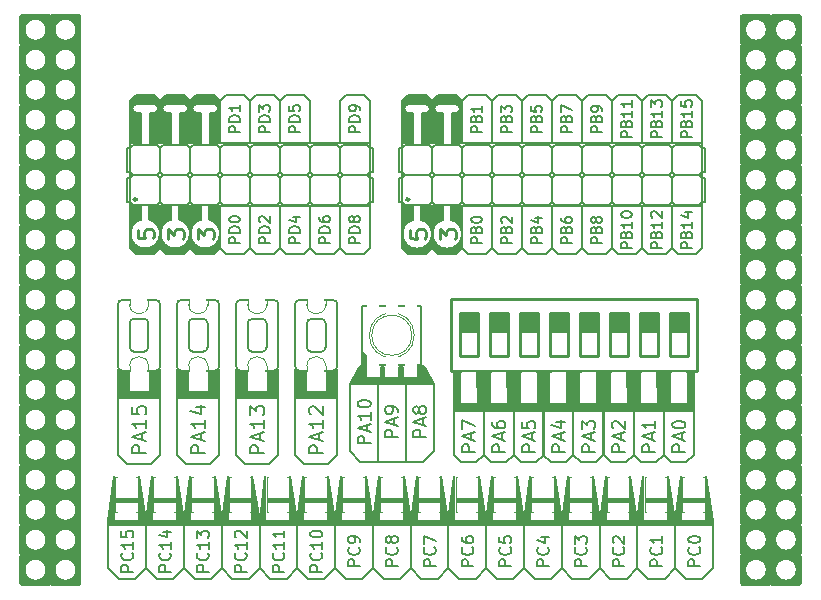
<source format=gto>
G04 #@! TF.GenerationSoftware,KiCad,Pcbnew,(5.1.9)-1*
G04 #@! TF.CreationDate,2021-09-15T15:10:51+02:00*
G04 #@! TF.ProjectId,Shield-IO,53686965-6c64-42d4-994f-2e6b69636164,rev?*
G04 #@! TF.SameCoordinates,PXd59f80PYd59f80*
G04 #@! TF.FileFunction,Legend,Top*
G04 #@! TF.FilePolarity,Positive*
%FSLAX46Y46*%
G04 Gerber Fmt 4.6, Leading zero omitted, Abs format (unit mm)*
G04 Created by KiCad (PCBNEW (5.1.9)-1) date 2021-09-15 15:10:51*
%MOMM*%
%LPD*%
G01*
G04 APERTURE LIST*
%ADD10C,0.200000*%
%ADD11C,0.100000*%
%ADD12C,0.400000*%
%ADD13C,0.150000*%
%ADD14C,0.120000*%
%ADD15C,0.050000*%
%ADD16C,0.260000*%
%ADD17C,0.250000*%
%ADD18C,0.220000*%
%ADD19C,0.190000*%
%ADD20C,0.210000*%
%ADD21R,1.600000X1.200000*%
%ADD22R,1.000000X1.700000*%
%ADD23C,1.400000*%
%ADD24C,1.600000*%
%ADD25R,1.200000X2.500000*%
%ADD26R,1.400000X2.000000*%
G04 APERTURE END LIST*
D10*
X11248000Y-12721000D02*
X11248000Y-18055000D01*
X31568000Y-12721000D02*
X31568000Y-18055000D01*
X26488000Y-12721000D02*
X29028000Y-12721000D01*
X59679000Y-12740000D02*
X59679000Y-18074000D01*
X34279000Y-12740000D02*
X34279000Y-18074000D01*
D11*
G36*
X64103000Y-45050000D02*
G01*
X63087000Y-45050000D01*
X62960000Y-44923000D01*
X62960000Y-43907000D01*
X64103000Y-45050000D01*
G37*
X64103000Y-45050000D02*
X63087000Y-45050000D01*
X62960000Y-44923000D01*
X62960000Y-43907000D01*
X64103000Y-45050000D01*
G36*
X66643000Y-45050000D02*
G01*
X65627000Y-45050000D01*
X65500000Y-44923000D01*
X65500000Y-43907000D01*
X66643000Y-45050000D01*
G37*
X66643000Y-45050000D02*
X65627000Y-45050000D01*
X65500000Y-44923000D01*
X65500000Y-43907000D01*
X66643000Y-45050000D01*
G36*
X65500000Y-43653000D02*
G01*
X65500000Y-42637000D01*
X65627000Y-42510000D01*
X66643000Y-42510000D01*
X65500000Y-43653000D01*
G37*
X65500000Y-43653000D02*
X65500000Y-42637000D01*
X65627000Y-42510000D01*
X66643000Y-42510000D01*
X65500000Y-43653000D01*
G36*
X66643000Y-47590000D02*
G01*
X65627000Y-47590000D01*
X65500000Y-47463000D01*
X65500000Y-46447000D01*
X66643000Y-47590000D01*
G37*
X66643000Y-47590000D02*
X65627000Y-47590000D01*
X65500000Y-47463000D01*
X65500000Y-46447000D01*
X66643000Y-47590000D01*
G36*
X64103000Y-50130000D02*
G01*
X63087000Y-50130000D01*
X62960000Y-50003000D01*
X62960000Y-48987000D01*
X64103000Y-50130000D01*
G37*
X64103000Y-50130000D02*
X63087000Y-50130000D01*
X62960000Y-50003000D01*
X62960000Y-48987000D01*
X64103000Y-50130000D01*
D12*
X67817269Y-48860000D02*
G75*
G03*
X67817269Y-48860000I-1047269J0D01*
G01*
D11*
G36*
X66897000Y-45050000D02*
G01*
X67913000Y-45050000D01*
X68040000Y-45177000D01*
X68040000Y-46193000D01*
X66897000Y-45050000D01*
G37*
X66897000Y-45050000D02*
X67913000Y-45050000D01*
X68040000Y-45177000D01*
X68040000Y-46193000D01*
X66897000Y-45050000D01*
G36*
X66643000Y-50130000D02*
G01*
X65627000Y-50130000D01*
X65500000Y-50003000D01*
X65500000Y-48987000D01*
X66643000Y-50130000D01*
G37*
X66643000Y-50130000D02*
X65627000Y-50130000D01*
X65500000Y-50003000D01*
X65500000Y-48987000D01*
X66643000Y-50130000D01*
D12*
X67817269Y-43780000D02*
G75*
G03*
X67817269Y-43780000I-1047269J0D01*
G01*
D11*
G36*
X62960000Y-43653000D02*
G01*
X62960000Y-42637000D01*
X63087000Y-42510000D01*
X64103000Y-42510000D01*
X62960000Y-43653000D01*
G37*
X62960000Y-43653000D02*
X62960000Y-42637000D01*
X63087000Y-42510000D01*
X64103000Y-42510000D01*
X62960000Y-43653000D01*
G36*
X66897000Y-42510000D02*
G01*
X67913000Y-42510000D01*
X68040000Y-42637000D01*
X68040000Y-43653000D01*
X66897000Y-42510000D01*
G37*
X66897000Y-42510000D02*
X67913000Y-42510000D01*
X68040000Y-42637000D01*
X68040000Y-43653000D01*
X66897000Y-42510000D01*
G36*
X68040000Y-43907000D02*
G01*
X68040000Y-44923000D01*
X67913000Y-45050000D01*
X66897000Y-45050000D01*
X68040000Y-43907000D01*
G37*
X68040000Y-43907000D02*
X68040000Y-44923000D01*
X67913000Y-45050000D01*
X66897000Y-45050000D01*
X68040000Y-43907000D01*
G36*
X64357000Y-42510000D02*
G01*
X65373000Y-42510000D01*
X65500000Y-42637000D01*
X65500000Y-43653000D01*
X64357000Y-42510000D01*
G37*
X64357000Y-42510000D02*
X65373000Y-42510000D01*
X65500000Y-42637000D01*
X65500000Y-43653000D01*
X64357000Y-42510000D01*
G36*
X65500000Y-43907000D02*
G01*
X65500000Y-44923000D01*
X65373000Y-45050000D01*
X64357000Y-45050000D01*
X65500000Y-43907000D01*
G37*
X65500000Y-43907000D02*
X65500000Y-44923000D01*
X65373000Y-45050000D01*
X64357000Y-45050000D01*
X65500000Y-43907000D01*
D12*
X65277269Y-43780000D02*
G75*
G03*
X65277269Y-43780000I-1047269J0D01*
G01*
D11*
G36*
X65500000Y-46193000D02*
G01*
X65500000Y-45177000D01*
X65627000Y-45050000D01*
X66643000Y-45050000D01*
X65500000Y-46193000D01*
G37*
X65500000Y-46193000D02*
X65500000Y-45177000D01*
X65627000Y-45050000D01*
X66643000Y-45050000D01*
X65500000Y-46193000D01*
G36*
X66897000Y-47590000D02*
G01*
X67913000Y-47590000D01*
X68040000Y-47717000D01*
X68040000Y-48733000D01*
X66897000Y-47590000D01*
G37*
X66897000Y-47590000D02*
X67913000Y-47590000D01*
X68040000Y-47717000D01*
X68040000Y-48733000D01*
X66897000Y-47590000D01*
G36*
X65500000Y-46447000D02*
G01*
X65500000Y-47463000D01*
X65373000Y-47590000D01*
X64357000Y-47590000D01*
X65500000Y-46447000D01*
G37*
X65500000Y-46447000D02*
X65500000Y-47463000D01*
X65373000Y-47590000D01*
X64357000Y-47590000D01*
X65500000Y-46447000D01*
G36*
X62960000Y-48733000D02*
G01*
X62960000Y-47717000D01*
X63087000Y-47590000D01*
X64103000Y-47590000D01*
X62960000Y-48733000D01*
G37*
X62960000Y-48733000D02*
X62960000Y-47717000D01*
X63087000Y-47590000D01*
X64103000Y-47590000D01*
X62960000Y-48733000D01*
G36*
X65500000Y-48987000D02*
G01*
X65500000Y-50003000D01*
X65373000Y-50130000D01*
X64357000Y-50130000D01*
X65500000Y-48987000D01*
G37*
X65500000Y-48987000D02*
X65500000Y-50003000D01*
X65373000Y-50130000D01*
X64357000Y-50130000D01*
X65500000Y-48987000D01*
G36*
X64357000Y-45050000D02*
G01*
X65373000Y-45050000D01*
X65500000Y-45177000D01*
X65500000Y-46193000D01*
X64357000Y-45050000D01*
G37*
X64357000Y-45050000D02*
X65373000Y-45050000D01*
X65500000Y-45177000D01*
X65500000Y-46193000D01*
X64357000Y-45050000D01*
G36*
X64103000Y-47590000D02*
G01*
X63087000Y-47590000D01*
X62960000Y-47463000D01*
X62960000Y-46447000D01*
X64103000Y-47590000D01*
G37*
X64103000Y-47590000D02*
X63087000Y-47590000D01*
X62960000Y-47463000D01*
X62960000Y-46447000D01*
X64103000Y-47590000D01*
G36*
X65500000Y-48733000D02*
G01*
X65500000Y-47717000D01*
X65627000Y-47590000D01*
X66643000Y-47590000D01*
X65500000Y-48733000D01*
G37*
X65500000Y-48733000D02*
X65500000Y-47717000D01*
X65627000Y-47590000D01*
X66643000Y-47590000D01*
X65500000Y-48733000D01*
G36*
X62960000Y-46193000D02*
G01*
X62960000Y-45177000D01*
X63087000Y-45050000D01*
X64103000Y-45050000D01*
X62960000Y-46193000D01*
G37*
X62960000Y-46193000D02*
X62960000Y-45177000D01*
X63087000Y-45050000D01*
X64103000Y-45050000D01*
X62960000Y-46193000D01*
G36*
X68040000Y-48987000D02*
G01*
X68040000Y-50003000D01*
X67913000Y-50130000D01*
X66897000Y-50130000D01*
X68040000Y-48987000D01*
G37*
X68040000Y-48987000D02*
X68040000Y-50003000D01*
X67913000Y-50130000D01*
X66897000Y-50130000D01*
X68040000Y-48987000D01*
D12*
X67817269Y-46320000D02*
G75*
G03*
X67817269Y-46320000I-1047269J0D01*
G01*
D11*
G36*
X68040000Y-46447000D02*
G01*
X68040000Y-47463000D01*
X67913000Y-47590000D01*
X66897000Y-47590000D01*
X68040000Y-46447000D01*
G37*
X68040000Y-46447000D02*
X68040000Y-47463000D01*
X67913000Y-47590000D01*
X66897000Y-47590000D01*
X68040000Y-46447000D01*
D12*
X65277269Y-48860000D02*
G75*
G03*
X65277269Y-48860000I-1047269J0D01*
G01*
D11*
G36*
X64357000Y-47590000D02*
G01*
X65373000Y-47590000D01*
X65500000Y-47717000D01*
X65500000Y-48733000D01*
X64357000Y-47590000D01*
G37*
X64357000Y-47590000D02*
X65373000Y-47590000D01*
X65500000Y-47717000D01*
X65500000Y-48733000D01*
X64357000Y-47590000D01*
D12*
X65277269Y-46320000D02*
G75*
G03*
X65277269Y-46320000I-1047269J0D01*
G01*
D11*
G36*
X65500000Y-25873000D02*
G01*
X65500000Y-24857000D01*
X65627000Y-24730000D01*
X66643000Y-24730000D01*
X65500000Y-25873000D01*
G37*
X65500000Y-25873000D02*
X65500000Y-24857000D01*
X65627000Y-24730000D01*
X66643000Y-24730000D01*
X65500000Y-25873000D01*
D12*
X65277269Y-26000000D02*
G75*
G03*
X65277269Y-26000000I-1047269J0D01*
G01*
D11*
G36*
X68040000Y-26127000D02*
G01*
X68040000Y-27143000D01*
X67913000Y-27270000D01*
X66897000Y-27270000D01*
X68040000Y-26127000D01*
G37*
X68040000Y-26127000D02*
X68040000Y-27143000D01*
X67913000Y-27270000D01*
X66897000Y-27270000D01*
X68040000Y-26127000D01*
G36*
X62960000Y-25873000D02*
G01*
X62960000Y-24857000D01*
X63087000Y-24730000D01*
X64103000Y-24730000D01*
X62960000Y-25873000D01*
G37*
X62960000Y-25873000D02*
X62960000Y-24857000D01*
X63087000Y-24730000D01*
X64103000Y-24730000D01*
X62960000Y-25873000D01*
D12*
X67817269Y-26000000D02*
G75*
G03*
X67817269Y-26000000I-1047269J0D01*
G01*
D11*
G36*
X66897000Y-24730000D02*
G01*
X67913000Y-24730000D01*
X68040000Y-24857000D01*
X68040000Y-25873000D01*
X66897000Y-24730000D01*
G37*
X66897000Y-24730000D02*
X67913000Y-24730000D01*
X68040000Y-24857000D01*
X68040000Y-25873000D01*
X66897000Y-24730000D01*
G36*
X66643000Y-27270000D02*
G01*
X65627000Y-27270000D01*
X65500000Y-27143000D01*
X65500000Y-26127000D01*
X66643000Y-27270000D01*
G37*
X66643000Y-27270000D02*
X65627000Y-27270000D01*
X65500000Y-27143000D01*
X65500000Y-26127000D01*
X66643000Y-27270000D01*
G36*
X64357000Y-24730000D02*
G01*
X65373000Y-24730000D01*
X65500000Y-24857000D01*
X65500000Y-25873000D01*
X64357000Y-24730000D01*
G37*
X64357000Y-24730000D02*
X65373000Y-24730000D01*
X65500000Y-24857000D01*
X65500000Y-25873000D01*
X64357000Y-24730000D01*
G36*
X64103000Y-27270000D02*
G01*
X63087000Y-27270000D01*
X62960000Y-27143000D01*
X62960000Y-26127000D01*
X64103000Y-27270000D01*
G37*
X64103000Y-27270000D02*
X63087000Y-27270000D01*
X62960000Y-27143000D01*
X62960000Y-26127000D01*
X64103000Y-27270000D01*
G36*
X65500000Y-26127000D02*
G01*
X65500000Y-27143000D01*
X65373000Y-27270000D01*
X64357000Y-27270000D01*
X65500000Y-26127000D01*
G37*
X65500000Y-26127000D02*
X65500000Y-27143000D01*
X65373000Y-27270000D01*
X64357000Y-27270000D01*
X65500000Y-26127000D01*
G36*
X65500000Y-23333000D02*
G01*
X65500000Y-22317000D01*
X65627000Y-22190000D01*
X66643000Y-22190000D01*
X65500000Y-23333000D01*
G37*
X65500000Y-23333000D02*
X65500000Y-22317000D01*
X65627000Y-22190000D01*
X66643000Y-22190000D01*
X65500000Y-23333000D01*
G36*
X66897000Y-22190000D02*
G01*
X67913000Y-22190000D01*
X68040000Y-22317000D01*
X68040000Y-23333000D01*
X66897000Y-22190000D01*
G37*
X66897000Y-22190000D02*
X67913000Y-22190000D01*
X68040000Y-22317000D01*
X68040000Y-23333000D01*
X66897000Y-22190000D01*
D12*
X67817269Y-23460000D02*
G75*
G03*
X67817269Y-23460000I-1047269J0D01*
G01*
D11*
G36*
X62960000Y-23333000D02*
G01*
X62960000Y-22317000D01*
X63087000Y-22190000D01*
X64103000Y-22190000D01*
X62960000Y-23333000D01*
G37*
X62960000Y-23333000D02*
X62960000Y-22317000D01*
X63087000Y-22190000D01*
X64103000Y-22190000D01*
X62960000Y-23333000D01*
G36*
X66643000Y-24730000D02*
G01*
X65627000Y-24730000D01*
X65500000Y-24603000D01*
X65500000Y-23587000D01*
X66643000Y-24730000D01*
G37*
X66643000Y-24730000D02*
X65627000Y-24730000D01*
X65500000Y-24603000D01*
X65500000Y-23587000D01*
X66643000Y-24730000D01*
G36*
X64103000Y-29810000D02*
G01*
X63087000Y-29810000D01*
X62960000Y-29683000D01*
X62960000Y-28667000D01*
X64103000Y-29810000D01*
G37*
X64103000Y-29810000D02*
X63087000Y-29810000D01*
X62960000Y-29683000D01*
X62960000Y-28667000D01*
X64103000Y-29810000D01*
G36*
X65500000Y-28667000D02*
G01*
X65500000Y-29683000D01*
X65373000Y-29810000D01*
X64357000Y-29810000D01*
X65500000Y-28667000D01*
G37*
X65500000Y-28667000D02*
X65500000Y-29683000D01*
X65373000Y-29810000D01*
X64357000Y-29810000D01*
X65500000Y-28667000D01*
G36*
X64357000Y-22190000D02*
G01*
X65373000Y-22190000D01*
X65500000Y-22317000D01*
X65500000Y-23333000D01*
X64357000Y-22190000D01*
G37*
X64357000Y-22190000D02*
X65373000Y-22190000D01*
X65500000Y-22317000D01*
X65500000Y-23333000D01*
X64357000Y-22190000D01*
G36*
X68040000Y-28667000D02*
G01*
X68040000Y-29683000D01*
X67913000Y-29810000D01*
X66897000Y-29810000D01*
X68040000Y-28667000D01*
G37*
X68040000Y-28667000D02*
X68040000Y-29683000D01*
X67913000Y-29810000D01*
X66897000Y-29810000D01*
X68040000Y-28667000D01*
G36*
X64357000Y-27270000D02*
G01*
X65373000Y-27270000D01*
X65500000Y-27397000D01*
X65500000Y-28413000D01*
X64357000Y-27270000D01*
G37*
X64357000Y-27270000D02*
X65373000Y-27270000D01*
X65500000Y-27397000D01*
X65500000Y-28413000D01*
X64357000Y-27270000D01*
D12*
X65277269Y-28540000D02*
G75*
G03*
X65277269Y-28540000I-1047269J0D01*
G01*
D11*
G36*
X68040000Y-23587000D02*
G01*
X68040000Y-24603000D01*
X67913000Y-24730000D01*
X66897000Y-24730000D01*
X68040000Y-23587000D01*
G37*
X68040000Y-23587000D02*
X68040000Y-24603000D01*
X67913000Y-24730000D01*
X66897000Y-24730000D01*
X68040000Y-23587000D01*
D12*
X65277269Y-23460000D02*
G75*
G03*
X65277269Y-23460000I-1047269J0D01*
G01*
D11*
G36*
X65500000Y-23587000D02*
G01*
X65500000Y-24603000D01*
X65373000Y-24730000D01*
X64357000Y-24730000D01*
X65500000Y-23587000D01*
G37*
X65500000Y-23587000D02*
X65500000Y-24603000D01*
X65373000Y-24730000D01*
X64357000Y-24730000D01*
X65500000Y-23587000D01*
G36*
X64103000Y-24730000D02*
G01*
X63087000Y-24730000D01*
X62960000Y-24603000D01*
X62960000Y-23587000D01*
X64103000Y-24730000D01*
G37*
X64103000Y-24730000D02*
X63087000Y-24730000D01*
X62960000Y-24603000D01*
X62960000Y-23587000D01*
X64103000Y-24730000D01*
G36*
X66643000Y-29810000D02*
G01*
X65627000Y-29810000D01*
X65500000Y-29683000D01*
X65500000Y-28667000D01*
X66643000Y-29810000D01*
G37*
X66643000Y-29810000D02*
X65627000Y-29810000D01*
X65500000Y-29683000D01*
X65500000Y-28667000D01*
X66643000Y-29810000D01*
G36*
X62960000Y-28413000D02*
G01*
X62960000Y-27397000D01*
X63087000Y-27270000D01*
X64103000Y-27270000D01*
X62960000Y-28413000D01*
G37*
X62960000Y-28413000D02*
X62960000Y-27397000D01*
X63087000Y-27270000D01*
X64103000Y-27270000D01*
X62960000Y-28413000D01*
G36*
X65500000Y-28413000D02*
G01*
X65500000Y-27397000D01*
X65627000Y-27270000D01*
X66643000Y-27270000D01*
X65500000Y-28413000D01*
G37*
X65500000Y-28413000D02*
X65500000Y-27397000D01*
X65627000Y-27270000D01*
X66643000Y-27270000D01*
X65500000Y-28413000D01*
D12*
X67817269Y-31080000D02*
G75*
G03*
X67817269Y-31080000I-1047269J0D01*
G01*
D11*
G36*
X62960000Y-30953000D02*
G01*
X62960000Y-29937000D01*
X63087000Y-29810000D01*
X64103000Y-29810000D01*
X62960000Y-30953000D01*
G37*
X62960000Y-30953000D02*
X62960000Y-29937000D01*
X63087000Y-29810000D01*
X64103000Y-29810000D01*
X62960000Y-30953000D01*
G36*
X65500000Y-31207000D02*
G01*
X65500000Y-32223000D01*
X65373000Y-32350000D01*
X64357000Y-32350000D01*
X65500000Y-31207000D01*
G37*
X65500000Y-31207000D02*
X65500000Y-32223000D01*
X65373000Y-32350000D01*
X64357000Y-32350000D01*
X65500000Y-31207000D01*
G36*
X68040000Y-31207000D02*
G01*
X68040000Y-32223000D01*
X67913000Y-32350000D01*
X66897000Y-32350000D01*
X68040000Y-31207000D01*
G37*
X68040000Y-31207000D02*
X68040000Y-32223000D01*
X67913000Y-32350000D01*
X66897000Y-32350000D01*
X68040000Y-31207000D01*
G36*
X66897000Y-29810000D02*
G01*
X67913000Y-29810000D01*
X68040000Y-29937000D01*
X68040000Y-30953000D01*
X66897000Y-29810000D01*
G37*
X66897000Y-29810000D02*
X67913000Y-29810000D01*
X68040000Y-29937000D01*
X68040000Y-30953000D01*
X66897000Y-29810000D01*
G36*
X65500000Y-30953000D02*
G01*
X65500000Y-29937000D01*
X65627000Y-29810000D01*
X66643000Y-29810000D01*
X65500000Y-30953000D01*
G37*
X65500000Y-30953000D02*
X65500000Y-29937000D01*
X65627000Y-29810000D01*
X66643000Y-29810000D01*
X65500000Y-30953000D01*
G36*
X64103000Y-32350000D02*
G01*
X63087000Y-32350000D01*
X62960000Y-32223000D01*
X62960000Y-31207000D01*
X64103000Y-32350000D01*
G37*
X64103000Y-32350000D02*
X63087000Y-32350000D01*
X62960000Y-32223000D01*
X62960000Y-31207000D01*
X64103000Y-32350000D01*
D12*
X65277269Y-31080000D02*
G75*
G03*
X65277269Y-31080000I-1047269J0D01*
G01*
X67817269Y-28540000D02*
G75*
G03*
X67817269Y-28540000I-1047269J0D01*
G01*
D11*
G36*
X66897000Y-27270000D02*
G01*
X67913000Y-27270000D01*
X68040000Y-27397000D01*
X68040000Y-28413000D01*
X66897000Y-27270000D01*
G37*
X66897000Y-27270000D02*
X67913000Y-27270000D01*
X68040000Y-27397000D01*
X68040000Y-28413000D01*
X66897000Y-27270000D01*
G36*
X66643000Y-32350000D02*
G01*
X65627000Y-32350000D01*
X65500000Y-32223000D01*
X65500000Y-31207000D01*
X66643000Y-32350000D01*
G37*
X66643000Y-32350000D02*
X65627000Y-32350000D01*
X65500000Y-32223000D01*
X65500000Y-31207000D01*
X66643000Y-32350000D01*
G36*
X64357000Y-29810000D02*
G01*
X65373000Y-29810000D01*
X65500000Y-29937000D01*
X65500000Y-30953000D01*
X64357000Y-29810000D01*
G37*
X64357000Y-29810000D02*
X65373000Y-29810000D01*
X65500000Y-29937000D01*
X65500000Y-30953000D01*
X64357000Y-29810000D01*
G36*
X64103000Y-34890000D02*
G01*
X63087000Y-34890000D01*
X62960000Y-34763000D01*
X62960000Y-33747000D01*
X64103000Y-34890000D01*
G37*
X64103000Y-34890000D02*
X63087000Y-34890000D01*
X62960000Y-34763000D01*
X62960000Y-33747000D01*
X64103000Y-34890000D01*
G36*
X65500000Y-41367000D02*
G01*
X65500000Y-42383000D01*
X65373000Y-42510000D01*
X64357000Y-42510000D01*
X65500000Y-41367000D01*
G37*
X65500000Y-41367000D02*
X65500000Y-42383000D01*
X65373000Y-42510000D01*
X64357000Y-42510000D01*
X65500000Y-41367000D01*
G36*
X64357000Y-39970000D02*
G01*
X65373000Y-39970000D01*
X65500000Y-40097000D01*
X65500000Y-41113000D01*
X64357000Y-39970000D01*
G37*
X64357000Y-39970000D02*
X65373000Y-39970000D01*
X65500000Y-40097000D01*
X65500000Y-41113000D01*
X64357000Y-39970000D01*
D12*
X67817269Y-38700000D02*
G75*
G03*
X67817269Y-38700000I-1047269J0D01*
G01*
D11*
G36*
X62960000Y-38573000D02*
G01*
X62960000Y-37557000D01*
X63087000Y-37430000D01*
X64103000Y-37430000D01*
X62960000Y-38573000D01*
G37*
X62960000Y-38573000D02*
X62960000Y-37557000D01*
X63087000Y-37430000D01*
X64103000Y-37430000D01*
X62960000Y-38573000D01*
G36*
X65500000Y-33747000D02*
G01*
X65500000Y-34763000D01*
X65373000Y-34890000D01*
X64357000Y-34890000D01*
X65500000Y-33747000D01*
G37*
X65500000Y-33747000D02*
X65500000Y-34763000D01*
X65373000Y-34890000D01*
X64357000Y-34890000D01*
X65500000Y-33747000D01*
D12*
X65277269Y-41240000D02*
G75*
G03*
X65277269Y-41240000I-1047269J0D01*
G01*
D11*
G36*
X65500000Y-41113000D02*
G01*
X65500000Y-40097000D01*
X65627000Y-39970000D01*
X66643000Y-39970000D01*
X65500000Y-41113000D01*
G37*
X65500000Y-41113000D02*
X65500000Y-40097000D01*
X65627000Y-39970000D01*
X66643000Y-39970000D01*
X65500000Y-41113000D01*
G36*
X68040000Y-41367000D02*
G01*
X68040000Y-42383000D01*
X67913000Y-42510000D01*
X66897000Y-42510000D01*
X68040000Y-41367000D01*
G37*
X68040000Y-41367000D02*
X68040000Y-42383000D01*
X67913000Y-42510000D01*
X66897000Y-42510000D01*
X68040000Y-41367000D01*
G36*
X62960000Y-41113000D02*
G01*
X62960000Y-40097000D01*
X63087000Y-39970000D01*
X64103000Y-39970000D01*
X62960000Y-41113000D01*
G37*
X62960000Y-41113000D02*
X62960000Y-40097000D01*
X63087000Y-39970000D01*
X64103000Y-39970000D01*
X62960000Y-41113000D01*
D12*
X65277269Y-33620000D02*
G75*
G03*
X65277269Y-33620000I-1047269J0D01*
G01*
D11*
G36*
X68040000Y-38827000D02*
G01*
X68040000Y-39843000D01*
X67913000Y-39970000D01*
X66897000Y-39970000D01*
X68040000Y-38827000D01*
G37*
X68040000Y-38827000D02*
X68040000Y-39843000D01*
X67913000Y-39970000D01*
X66897000Y-39970000D01*
X68040000Y-38827000D01*
G36*
X64357000Y-37430000D02*
G01*
X65373000Y-37430000D01*
X65500000Y-37557000D01*
X65500000Y-38573000D01*
X64357000Y-37430000D01*
G37*
X64357000Y-37430000D02*
X65373000Y-37430000D01*
X65500000Y-37557000D01*
X65500000Y-38573000D01*
X64357000Y-37430000D01*
G36*
X64357000Y-32350000D02*
G01*
X65373000Y-32350000D01*
X65500000Y-32477000D01*
X65500000Y-33493000D01*
X64357000Y-32350000D01*
G37*
X64357000Y-32350000D02*
X65373000Y-32350000D01*
X65500000Y-32477000D01*
X65500000Y-33493000D01*
X64357000Y-32350000D01*
G36*
X65500000Y-38827000D02*
G01*
X65500000Y-39843000D01*
X65373000Y-39970000D01*
X64357000Y-39970000D01*
X65500000Y-38827000D01*
G37*
X65500000Y-38827000D02*
X65500000Y-39843000D01*
X65373000Y-39970000D01*
X64357000Y-39970000D01*
X65500000Y-38827000D01*
G36*
X64103000Y-39970000D02*
G01*
X63087000Y-39970000D01*
X62960000Y-39843000D01*
X62960000Y-38827000D01*
X64103000Y-39970000D01*
G37*
X64103000Y-39970000D02*
X63087000Y-39970000D01*
X62960000Y-39843000D01*
X62960000Y-38827000D01*
X64103000Y-39970000D01*
D12*
X67817269Y-33620000D02*
G75*
G03*
X67817269Y-33620000I-1047269J0D01*
G01*
D11*
G36*
X66897000Y-32350000D02*
G01*
X67913000Y-32350000D01*
X68040000Y-32477000D01*
X68040000Y-33493000D01*
X66897000Y-32350000D01*
G37*
X66897000Y-32350000D02*
X67913000Y-32350000D01*
X68040000Y-32477000D01*
X68040000Y-33493000D01*
X66897000Y-32350000D01*
G36*
X68040000Y-33747000D02*
G01*
X68040000Y-34763000D01*
X67913000Y-34890000D01*
X66897000Y-34890000D01*
X68040000Y-33747000D01*
G37*
X68040000Y-33747000D02*
X68040000Y-34763000D01*
X67913000Y-34890000D01*
X66897000Y-34890000D01*
X68040000Y-33747000D01*
D12*
X65277269Y-38700000D02*
G75*
G03*
X65277269Y-38700000I-1047269J0D01*
G01*
D11*
G36*
X66643000Y-42510000D02*
G01*
X65627000Y-42510000D01*
X65500000Y-42383000D01*
X65500000Y-41367000D01*
X66643000Y-42510000D01*
G37*
X66643000Y-42510000D02*
X65627000Y-42510000D01*
X65500000Y-42383000D01*
X65500000Y-41367000D01*
X66643000Y-42510000D01*
G36*
X66897000Y-37430000D02*
G01*
X67913000Y-37430000D01*
X68040000Y-37557000D01*
X68040000Y-38573000D01*
X66897000Y-37430000D01*
G37*
X66897000Y-37430000D02*
X67913000Y-37430000D01*
X68040000Y-37557000D01*
X68040000Y-38573000D01*
X66897000Y-37430000D01*
D12*
X67817269Y-41240000D02*
G75*
G03*
X67817269Y-41240000I-1047269J0D01*
G01*
D11*
G36*
X64103000Y-42510000D02*
G01*
X63087000Y-42510000D01*
X62960000Y-42383000D01*
X62960000Y-41367000D01*
X64103000Y-42510000D01*
G37*
X64103000Y-42510000D02*
X63087000Y-42510000D01*
X62960000Y-42383000D01*
X62960000Y-41367000D01*
X64103000Y-42510000D01*
G36*
X66643000Y-39970000D02*
G01*
X65627000Y-39970000D01*
X65500000Y-39843000D01*
X65500000Y-38827000D01*
X66643000Y-39970000D01*
G37*
X66643000Y-39970000D02*
X65627000Y-39970000D01*
X65500000Y-39843000D01*
X65500000Y-38827000D01*
X66643000Y-39970000D01*
G36*
X66643000Y-34890000D02*
G01*
X65627000Y-34890000D01*
X65500000Y-34763000D01*
X65500000Y-33747000D01*
X66643000Y-34890000D01*
G37*
X66643000Y-34890000D02*
X65627000Y-34890000D01*
X65500000Y-34763000D01*
X65500000Y-33747000D01*
X66643000Y-34890000D01*
G36*
X66897000Y-39970000D02*
G01*
X67913000Y-39970000D01*
X68040000Y-40097000D01*
X68040000Y-41113000D01*
X66897000Y-39970000D01*
G37*
X66897000Y-39970000D02*
X67913000Y-39970000D01*
X68040000Y-40097000D01*
X68040000Y-41113000D01*
X66897000Y-39970000D01*
G36*
X65500000Y-38573000D02*
G01*
X65500000Y-37557000D01*
X65627000Y-37430000D01*
X66643000Y-37430000D01*
X65500000Y-38573000D01*
G37*
X65500000Y-38573000D02*
X65500000Y-37557000D01*
X65627000Y-37430000D01*
X66643000Y-37430000D01*
X65500000Y-38573000D01*
G36*
X62960000Y-33493000D02*
G01*
X62960000Y-32477000D01*
X63087000Y-32350000D01*
X64103000Y-32350000D01*
X62960000Y-33493000D01*
G37*
X62960000Y-33493000D02*
X62960000Y-32477000D01*
X63087000Y-32350000D01*
X64103000Y-32350000D01*
X62960000Y-33493000D01*
D12*
X65277269Y-36160000D02*
G75*
G03*
X65277269Y-36160000I-1047269J0D01*
G01*
D11*
G36*
X65500000Y-36287000D02*
G01*
X65500000Y-37303000D01*
X65373000Y-37430000D01*
X64357000Y-37430000D01*
X65500000Y-36287000D01*
G37*
X65500000Y-36287000D02*
X65500000Y-37303000D01*
X65373000Y-37430000D01*
X64357000Y-37430000D01*
X65500000Y-36287000D01*
G36*
X66643000Y-37430000D02*
G01*
X65627000Y-37430000D01*
X65500000Y-37303000D01*
X65500000Y-36287000D01*
X66643000Y-37430000D01*
G37*
X66643000Y-37430000D02*
X65627000Y-37430000D01*
X65500000Y-37303000D01*
X65500000Y-36287000D01*
X66643000Y-37430000D01*
G36*
X68040000Y-36287000D02*
G01*
X68040000Y-37303000D01*
X67913000Y-37430000D01*
X66897000Y-37430000D01*
X68040000Y-36287000D01*
G37*
X68040000Y-36287000D02*
X68040000Y-37303000D01*
X67913000Y-37430000D01*
X66897000Y-37430000D01*
X68040000Y-36287000D01*
G36*
X65500000Y-36033000D02*
G01*
X65500000Y-35017000D01*
X65627000Y-34890000D01*
X66643000Y-34890000D01*
X65500000Y-36033000D01*
G37*
X65500000Y-36033000D02*
X65500000Y-35017000D01*
X65627000Y-34890000D01*
X66643000Y-34890000D01*
X65500000Y-36033000D01*
G36*
X66897000Y-34890000D02*
G01*
X67913000Y-34890000D01*
X68040000Y-35017000D01*
X68040000Y-36033000D01*
X66897000Y-34890000D01*
G37*
X66897000Y-34890000D02*
X67913000Y-34890000D01*
X68040000Y-35017000D01*
X68040000Y-36033000D01*
X66897000Y-34890000D01*
G36*
X64357000Y-34890000D02*
G01*
X65373000Y-34890000D01*
X65500000Y-35017000D01*
X65500000Y-36033000D01*
X64357000Y-34890000D01*
G37*
X64357000Y-34890000D02*
X65373000Y-34890000D01*
X65500000Y-35017000D01*
X65500000Y-36033000D01*
X64357000Y-34890000D01*
G36*
X65500000Y-33493000D02*
G01*
X65500000Y-32477000D01*
X65627000Y-32350000D01*
X66643000Y-32350000D01*
X65500000Y-33493000D01*
G37*
X65500000Y-33493000D02*
X65500000Y-32477000D01*
X65627000Y-32350000D01*
X66643000Y-32350000D01*
X65500000Y-33493000D01*
G36*
X62960000Y-36033000D02*
G01*
X62960000Y-35017000D01*
X63087000Y-34890000D01*
X64103000Y-34890000D01*
X62960000Y-36033000D01*
G37*
X62960000Y-36033000D02*
X62960000Y-35017000D01*
X63087000Y-34890000D01*
X64103000Y-34890000D01*
X62960000Y-36033000D01*
G36*
X64103000Y-37430000D02*
G01*
X63087000Y-37430000D01*
X62960000Y-37303000D01*
X62960000Y-36287000D01*
X64103000Y-37430000D01*
G37*
X64103000Y-37430000D02*
X63087000Y-37430000D01*
X62960000Y-37303000D01*
X62960000Y-36287000D01*
X64103000Y-37430000D01*
D12*
X67817269Y-36160000D02*
G75*
G03*
X67817269Y-36160000I-1047269J0D01*
G01*
D11*
G36*
X65500000Y-15713000D02*
G01*
X65500000Y-14697000D01*
X65627000Y-14570000D01*
X66643000Y-14570000D01*
X65500000Y-15713000D01*
G37*
X65500000Y-15713000D02*
X65500000Y-14697000D01*
X65627000Y-14570000D01*
X66643000Y-14570000D01*
X65500000Y-15713000D01*
D12*
X65277269Y-15840000D02*
G75*
G03*
X65277269Y-15840000I-1047269J0D01*
G01*
D11*
G36*
X68040000Y-15967000D02*
G01*
X68040000Y-16983000D01*
X67913000Y-17110000D01*
X66897000Y-17110000D01*
X68040000Y-15967000D01*
G37*
X68040000Y-15967000D02*
X68040000Y-16983000D01*
X67913000Y-17110000D01*
X66897000Y-17110000D01*
X68040000Y-15967000D01*
G36*
X62960000Y-15713000D02*
G01*
X62960000Y-14697000D01*
X63087000Y-14570000D01*
X64103000Y-14570000D01*
X62960000Y-15713000D01*
G37*
X62960000Y-15713000D02*
X62960000Y-14697000D01*
X63087000Y-14570000D01*
X64103000Y-14570000D01*
X62960000Y-15713000D01*
D12*
X67817269Y-15840000D02*
G75*
G03*
X67817269Y-15840000I-1047269J0D01*
G01*
D11*
G36*
X66897000Y-14570000D02*
G01*
X67913000Y-14570000D01*
X68040000Y-14697000D01*
X68040000Y-15713000D01*
X66897000Y-14570000D01*
G37*
X66897000Y-14570000D02*
X67913000Y-14570000D01*
X68040000Y-14697000D01*
X68040000Y-15713000D01*
X66897000Y-14570000D01*
G36*
X66643000Y-17110000D02*
G01*
X65627000Y-17110000D01*
X65500000Y-16983000D01*
X65500000Y-15967000D01*
X66643000Y-17110000D01*
G37*
X66643000Y-17110000D02*
X65627000Y-17110000D01*
X65500000Y-16983000D01*
X65500000Y-15967000D01*
X66643000Y-17110000D01*
G36*
X64357000Y-14570000D02*
G01*
X65373000Y-14570000D01*
X65500000Y-14697000D01*
X65500000Y-15713000D01*
X64357000Y-14570000D01*
G37*
X64357000Y-14570000D02*
X65373000Y-14570000D01*
X65500000Y-14697000D01*
X65500000Y-15713000D01*
X64357000Y-14570000D01*
G36*
X64103000Y-17110000D02*
G01*
X63087000Y-17110000D01*
X62960000Y-16983000D01*
X62960000Y-15967000D01*
X64103000Y-17110000D01*
G37*
X64103000Y-17110000D02*
X63087000Y-17110000D01*
X62960000Y-16983000D01*
X62960000Y-15967000D01*
X64103000Y-17110000D01*
G36*
X65500000Y-15967000D02*
G01*
X65500000Y-16983000D01*
X65373000Y-17110000D01*
X64357000Y-17110000D01*
X65500000Y-15967000D01*
G37*
X65500000Y-15967000D02*
X65500000Y-16983000D01*
X65373000Y-17110000D01*
X64357000Y-17110000D01*
X65500000Y-15967000D01*
G36*
X65500000Y-13173000D02*
G01*
X65500000Y-12157000D01*
X65627000Y-12030000D01*
X66643000Y-12030000D01*
X65500000Y-13173000D01*
G37*
X65500000Y-13173000D02*
X65500000Y-12157000D01*
X65627000Y-12030000D01*
X66643000Y-12030000D01*
X65500000Y-13173000D01*
G36*
X66897000Y-12030000D02*
G01*
X67913000Y-12030000D01*
X68040000Y-12157000D01*
X68040000Y-13173000D01*
X66897000Y-12030000D01*
G37*
X66897000Y-12030000D02*
X67913000Y-12030000D01*
X68040000Y-12157000D01*
X68040000Y-13173000D01*
X66897000Y-12030000D01*
D12*
X67817269Y-13300000D02*
G75*
G03*
X67817269Y-13300000I-1047269J0D01*
G01*
D11*
G36*
X62960000Y-13173000D02*
G01*
X62960000Y-12157000D01*
X63087000Y-12030000D01*
X64103000Y-12030000D01*
X62960000Y-13173000D01*
G37*
X62960000Y-13173000D02*
X62960000Y-12157000D01*
X63087000Y-12030000D01*
X64103000Y-12030000D01*
X62960000Y-13173000D01*
G36*
X66643000Y-14570000D02*
G01*
X65627000Y-14570000D01*
X65500000Y-14443000D01*
X65500000Y-13427000D01*
X66643000Y-14570000D01*
G37*
X66643000Y-14570000D02*
X65627000Y-14570000D01*
X65500000Y-14443000D01*
X65500000Y-13427000D01*
X66643000Y-14570000D01*
G36*
X64103000Y-19650000D02*
G01*
X63087000Y-19650000D01*
X62960000Y-19523000D01*
X62960000Y-18507000D01*
X64103000Y-19650000D01*
G37*
X64103000Y-19650000D02*
X63087000Y-19650000D01*
X62960000Y-19523000D01*
X62960000Y-18507000D01*
X64103000Y-19650000D01*
G36*
X65500000Y-18507000D02*
G01*
X65500000Y-19523000D01*
X65373000Y-19650000D01*
X64357000Y-19650000D01*
X65500000Y-18507000D01*
G37*
X65500000Y-18507000D02*
X65500000Y-19523000D01*
X65373000Y-19650000D01*
X64357000Y-19650000D01*
X65500000Y-18507000D01*
G36*
X64357000Y-12030000D02*
G01*
X65373000Y-12030000D01*
X65500000Y-12157000D01*
X65500000Y-13173000D01*
X64357000Y-12030000D01*
G37*
X64357000Y-12030000D02*
X65373000Y-12030000D01*
X65500000Y-12157000D01*
X65500000Y-13173000D01*
X64357000Y-12030000D01*
G36*
X68040000Y-18507000D02*
G01*
X68040000Y-19523000D01*
X67913000Y-19650000D01*
X66897000Y-19650000D01*
X68040000Y-18507000D01*
G37*
X68040000Y-18507000D02*
X68040000Y-19523000D01*
X67913000Y-19650000D01*
X66897000Y-19650000D01*
X68040000Y-18507000D01*
G36*
X64357000Y-17110000D02*
G01*
X65373000Y-17110000D01*
X65500000Y-17237000D01*
X65500000Y-18253000D01*
X64357000Y-17110000D01*
G37*
X64357000Y-17110000D02*
X65373000Y-17110000D01*
X65500000Y-17237000D01*
X65500000Y-18253000D01*
X64357000Y-17110000D01*
D12*
X65277269Y-18380000D02*
G75*
G03*
X65277269Y-18380000I-1047269J0D01*
G01*
D11*
G36*
X68040000Y-13427000D02*
G01*
X68040000Y-14443000D01*
X67913000Y-14570000D01*
X66897000Y-14570000D01*
X68040000Y-13427000D01*
G37*
X68040000Y-13427000D02*
X68040000Y-14443000D01*
X67913000Y-14570000D01*
X66897000Y-14570000D01*
X68040000Y-13427000D01*
D12*
X65277269Y-13300000D02*
G75*
G03*
X65277269Y-13300000I-1047269J0D01*
G01*
D11*
G36*
X65500000Y-13427000D02*
G01*
X65500000Y-14443000D01*
X65373000Y-14570000D01*
X64357000Y-14570000D01*
X65500000Y-13427000D01*
G37*
X65500000Y-13427000D02*
X65500000Y-14443000D01*
X65373000Y-14570000D01*
X64357000Y-14570000D01*
X65500000Y-13427000D01*
G36*
X64103000Y-14570000D02*
G01*
X63087000Y-14570000D01*
X62960000Y-14443000D01*
X62960000Y-13427000D01*
X64103000Y-14570000D01*
G37*
X64103000Y-14570000D02*
X63087000Y-14570000D01*
X62960000Y-14443000D01*
X62960000Y-13427000D01*
X64103000Y-14570000D01*
G36*
X66643000Y-19650000D02*
G01*
X65627000Y-19650000D01*
X65500000Y-19523000D01*
X65500000Y-18507000D01*
X66643000Y-19650000D01*
G37*
X66643000Y-19650000D02*
X65627000Y-19650000D01*
X65500000Y-19523000D01*
X65500000Y-18507000D01*
X66643000Y-19650000D01*
G36*
X62960000Y-18253000D02*
G01*
X62960000Y-17237000D01*
X63087000Y-17110000D01*
X64103000Y-17110000D01*
X62960000Y-18253000D01*
G37*
X62960000Y-18253000D02*
X62960000Y-17237000D01*
X63087000Y-17110000D01*
X64103000Y-17110000D01*
X62960000Y-18253000D01*
G36*
X65500000Y-18253000D02*
G01*
X65500000Y-17237000D01*
X65627000Y-17110000D01*
X66643000Y-17110000D01*
X65500000Y-18253000D01*
G37*
X65500000Y-18253000D02*
X65500000Y-17237000D01*
X65627000Y-17110000D01*
X66643000Y-17110000D01*
X65500000Y-18253000D01*
D12*
X67817269Y-20920000D02*
G75*
G03*
X67817269Y-20920000I-1047269J0D01*
G01*
D11*
G36*
X62960000Y-20793000D02*
G01*
X62960000Y-19777000D01*
X63087000Y-19650000D01*
X64103000Y-19650000D01*
X62960000Y-20793000D01*
G37*
X62960000Y-20793000D02*
X62960000Y-19777000D01*
X63087000Y-19650000D01*
X64103000Y-19650000D01*
X62960000Y-20793000D01*
G36*
X65500000Y-21047000D02*
G01*
X65500000Y-22063000D01*
X65373000Y-22190000D01*
X64357000Y-22190000D01*
X65500000Y-21047000D01*
G37*
X65500000Y-21047000D02*
X65500000Y-22063000D01*
X65373000Y-22190000D01*
X64357000Y-22190000D01*
X65500000Y-21047000D01*
G36*
X68040000Y-21047000D02*
G01*
X68040000Y-22063000D01*
X67913000Y-22190000D01*
X66897000Y-22190000D01*
X68040000Y-21047000D01*
G37*
X68040000Y-21047000D02*
X68040000Y-22063000D01*
X67913000Y-22190000D01*
X66897000Y-22190000D01*
X68040000Y-21047000D01*
G36*
X66897000Y-19650000D02*
G01*
X67913000Y-19650000D01*
X68040000Y-19777000D01*
X68040000Y-20793000D01*
X66897000Y-19650000D01*
G37*
X66897000Y-19650000D02*
X67913000Y-19650000D01*
X68040000Y-19777000D01*
X68040000Y-20793000D01*
X66897000Y-19650000D01*
G36*
X65500000Y-20793000D02*
G01*
X65500000Y-19777000D01*
X65627000Y-19650000D01*
X66643000Y-19650000D01*
X65500000Y-20793000D01*
G37*
X65500000Y-20793000D02*
X65500000Y-19777000D01*
X65627000Y-19650000D01*
X66643000Y-19650000D01*
X65500000Y-20793000D01*
G36*
X64103000Y-22190000D02*
G01*
X63087000Y-22190000D01*
X62960000Y-22063000D01*
X62960000Y-21047000D01*
X64103000Y-22190000D01*
G37*
X64103000Y-22190000D02*
X63087000Y-22190000D01*
X62960000Y-22063000D01*
X62960000Y-21047000D01*
X64103000Y-22190000D01*
D12*
X65277269Y-20920000D02*
G75*
G03*
X65277269Y-20920000I-1047269J0D01*
G01*
X67817269Y-18380000D02*
G75*
G03*
X67817269Y-18380000I-1047269J0D01*
G01*
D11*
G36*
X66897000Y-17110000D02*
G01*
X67913000Y-17110000D01*
X68040000Y-17237000D01*
X68040000Y-18253000D01*
X66897000Y-17110000D01*
G37*
X66897000Y-17110000D02*
X67913000Y-17110000D01*
X68040000Y-17237000D01*
X68040000Y-18253000D01*
X66897000Y-17110000D01*
G36*
X66643000Y-22190000D02*
G01*
X65627000Y-22190000D01*
X65500000Y-22063000D01*
X65500000Y-21047000D01*
X66643000Y-22190000D01*
G37*
X66643000Y-22190000D02*
X65627000Y-22190000D01*
X65500000Y-22063000D01*
X65500000Y-21047000D01*
X66643000Y-22190000D01*
G36*
X64357000Y-19650000D02*
G01*
X65373000Y-19650000D01*
X65500000Y-19777000D01*
X65500000Y-20793000D01*
X64357000Y-19650000D01*
G37*
X64357000Y-19650000D02*
X65373000Y-19650000D01*
X65500000Y-19777000D01*
X65500000Y-20793000D01*
X64357000Y-19650000D01*
G36*
X65500000Y-10633000D02*
G01*
X65500000Y-9617000D01*
X65627000Y-9490000D01*
X66643000Y-9490000D01*
X65500000Y-10633000D01*
G37*
X65500000Y-10633000D02*
X65500000Y-9617000D01*
X65627000Y-9490000D01*
X66643000Y-9490000D01*
X65500000Y-10633000D01*
D12*
X65277269Y-10760000D02*
G75*
G03*
X65277269Y-10760000I-1047269J0D01*
G01*
D11*
G36*
X68040000Y-10887000D02*
G01*
X68040000Y-11903000D01*
X67913000Y-12030000D01*
X66897000Y-12030000D01*
X68040000Y-10887000D01*
G37*
X68040000Y-10887000D02*
X68040000Y-11903000D01*
X67913000Y-12030000D01*
X66897000Y-12030000D01*
X68040000Y-10887000D01*
G36*
X62960000Y-10633000D02*
G01*
X62960000Y-9617000D01*
X63087000Y-9490000D01*
X64103000Y-9490000D01*
X62960000Y-10633000D01*
G37*
X62960000Y-10633000D02*
X62960000Y-9617000D01*
X63087000Y-9490000D01*
X64103000Y-9490000D01*
X62960000Y-10633000D01*
D12*
X67817269Y-10760000D02*
G75*
G03*
X67817269Y-10760000I-1047269J0D01*
G01*
D11*
G36*
X66897000Y-9490000D02*
G01*
X67913000Y-9490000D01*
X68040000Y-9617000D01*
X68040000Y-10633000D01*
X66897000Y-9490000D01*
G37*
X66897000Y-9490000D02*
X67913000Y-9490000D01*
X68040000Y-9617000D01*
X68040000Y-10633000D01*
X66897000Y-9490000D01*
G36*
X66643000Y-12030000D02*
G01*
X65627000Y-12030000D01*
X65500000Y-11903000D01*
X65500000Y-10887000D01*
X66643000Y-12030000D01*
G37*
X66643000Y-12030000D02*
X65627000Y-12030000D01*
X65500000Y-11903000D01*
X65500000Y-10887000D01*
X66643000Y-12030000D01*
G36*
X64357000Y-9490000D02*
G01*
X65373000Y-9490000D01*
X65500000Y-9617000D01*
X65500000Y-10633000D01*
X64357000Y-9490000D01*
G37*
X64357000Y-9490000D02*
X65373000Y-9490000D01*
X65500000Y-9617000D01*
X65500000Y-10633000D01*
X64357000Y-9490000D01*
G36*
X64103000Y-12030000D02*
G01*
X63087000Y-12030000D01*
X62960000Y-11903000D01*
X62960000Y-10887000D01*
X64103000Y-12030000D01*
G37*
X64103000Y-12030000D02*
X63087000Y-12030000D01*
X62960000Y-11903000D01*
X62960000Y-10887000D01*
X64103000Y-12030000D01*
G36*
X65500000Y-10887000D02*
G01*
X65500000Y-11903000D01*
X65373000Y-12030000D01*
X64357000Y-12030000D01*
X65500000Y-10887000D01*
G37*
X65500000Y-10887000D02*
X65500000Y-11903000D01*
X65373000Y-12030000D01*
X64357000Y-12030000D01*
X65500000Y-10887000D01*
G36*
X65500000Y-8093000D02*
G01*
X65500000Y-7077000D01*
X65627000Y-6950000D01*
X66643000Y-6950000D01*
X65500000Y-8093000D01*
G37*
X65500000Y-8093000D02*
X65500000Y-7077000D01*
X65627000Y-6950000D01*
X66643000Y-6950000D01*
X65500000Y-8093000D01*
G36*
X66897000Y-6950000D02*
G01*
X67913000Y-6950000D01*
X68040000Y-7077000D01*
X68040000Y-8093000D01*
X66897000Y-6950000D01*
G37*
X66897000Y-6950000D02*
X67913000Y-6950000D01*
X68040000Y-7077000D01*
X68040000Y-8093000D01*
X66897000Y-6950000D01*
D12*
X67817269Y-8220000D02*
G75*
G03*
X67817269Y-8220000I-1047269J0D01*
G01*
D11*
G36*
X62960000Y-8093000D02*
G01*
X62960000Y-7077000D01*
X63087000Y-6950000D01*
X64103000Y-6950000D01*
X62960000Y-8093000D01*
G37*
X62960000Y-8093000D02*
X62960000Y-7077000D01*
X63087000Y-6950000D01*
X64103000Y-6950000D01*
X62960000Y-8093000D01*
G36*
X66643000Y-9490000D02*
G01*
X65627000Y-9490000D01*
X65500000Y-9363000D01*
X65500000Y-8347000D01*
X66643000Y-9490000D01*
G37*
X66643000Y-9490000D02*
X65627000Y-9490000D01*
X65500000Y-9363000D01*
X65500000Y-8347000D01*
X66643000Y-9490000D01*
G36*
X64357000Y-6950000D02*
G01*
X65373000Y-6950000D01*
X65500000Y-7077000D01*
X65500000Y-8093000D01*
X64357000Y-6950000D01*
G37*
X64357000Y-6950000D02*
X65373000Y-6950000D01*
X65500000Y-7077000D01*
X65500000Y-8093000D01*
X64357000Y-6950000D01*
G36*
X68040000Y-8347000D02*
G01*
X68040000Y-9363000D01*
X67913000Y-9490000D01*
X66897000Y-9490000D01*
X68040000Y-8347000D01*
G37*
X68040000Y-8347000D02*
X68040000Y-9363000D01*
X67913000Y-9490000D01*
X66897000Y-9490000D01*
X68040000Y-8347000D01*
D12*
X65277269Y-8220000D02*
G75*
G03*
X65277269Y-8220000I-1047269J0D01*
G01*
D11*
G36*
X65500000Y-8347000D02*
G01*
X65500000Y-9363000D01*
X65373000Y-9490000D01*
X64357000Y-9490000D01*
X65500000Y-8347000D01*
G37*
X65500000Y-8347000D02*
X65500000Y-9363000D01*
X65373000Y-9490000D01*
X64357000Y-9490000D01*
X65500000Y-8347000D01*
G36*
X64103000Y-9490000D02*
G01*
X63087000Y-9490000D01*
X62960000Y-9363000D01*
X62960000Y-8347000D01*
X64103000Y-9490000D01*
G37*
X64103000Y-9490000D02*
X63087000Y-9490000D01*
X62960000Y-9363000D01*
X62960000Y-8347000D01*
X64103000Y-9490000D01*
G36*
X65500000Y-5553000D02*
G01*
X65500000Y-4537000D01*
X65627000Y-4410000D01*
X66643000Y-4410000D01*
X65500000Y-5553000D01*
G37*
X65500000Y-5553000D02*
X65500000Y-4537000D01*
X65627000Y-4410000D01*
X66643000Y-4410000D01*
X65500000Y-5553000D01*
G36*
X66897000Y-4410000D02*
G01*
X67913000Y-4410000D01*
X68040000Y-4537000D01*
X68040000Y-5553000D01*
X66897000Y-4410000D01*
G37*
X66897000Y-4410000D02*
X67913000Y-4410000D01*
X68040000Y-4537000D01*
X68040000Y-5553000D01*
X66897000Y-4410000D01*
D12*
X67817269Y-5680000D02*
G75*
G03*
X67817269Y-5680000I-1047269J0D01*
G01*
D11*
G36*
X62960000Y-5553000D02*
G01*
X62960000Y-4537000D01*
X63087000Y-4410000D01*
X64103000Y-4410000D01*
X62960000Y-5553000D01*
G37*
X62960000Y-5553000D02*
X62960000Y-4537000D01*
X63087000Y-4410000D01*
X64103000Y-4410000D01*
X62960000Y-5553000D01*
G36*
X66643000Y-6950000D02*
G01*
X65627000Y-6950000D01*
X65500000Y-6823000D01*
X65500000Y-5807000D01*
X66643000Y-6950000D01*
G37*
X66643000Y-6950000D02*
X65627000Y-6950000D01*
X65500000Y-6823000D01*
X65500000Y-5807000D01*
X66643000Y-6950000D01*
G36*
X64357000Y-4410000D02*
G01*
X65373000Y-4410000D01*
X65500000Y-4537000D01*
X65500000Y-5553000D01*
X64357000Y-4410000D01*
G37*
X64357000Y-4410000D02*
X65373000Y-4410000D01*
X65500000Y-4537000D01*
X65500000Y-5553000D01*
X64357000Y-4410000D01*
G36*
X68040000Y-5807000D02*
G01*
X68040000Y-6823000D01*
X67913000Y-6950000D01*
X66897000Y-6950000D01*
X68040000Y-5807000D01*
G37*
X68040000Y-5807000D02*
X68040000Y-6823000D01*
X67913000Y-6950000D01*
X66897000Y-6950000D01*
X68040000Y-5807000D01*
D12*
X65277269Y-5680000D02*
G75*
G03*
X65277269Y-5680000I-1047269J0D01*
G01*
D11*
G36*
X65500000Y-5807000D02*
G01*
X65500000Y-6823000D01*
X65373000Y-6950000D01*
X64357000Y-6950000D01*
X65500000Y-5807000D01*
G37*
X65500000Y-5807000D02*
X65500000Y-6823000D01*
X65373000Y-6950000D01*
X64357000Y-6950000D01*
X65500000Y-5807000D01*
G36*
X64103000Y-6950000D02*
G01*
X63087000Y-6950000D01*
X62960000Y-6823000D01*
X62960000Y-5807000D01*
X64103000Y-6950000D01*
G37*
X64103000Y-6950000D02*
X63087000Y-6950000D01*
X62960000Y-6823000D01*
X62960000Y-5807000D01*
X64103000Y-6950000D01*
G36*
X64103000Y-4410000D02*
G01*
X63087000Y-4410000D01*
X62960000Y-4283000D01*
X62960000Y-3267000D01*
X64103000Y-4410000D01*
G37*
X64103000Y-4410000D02*
X63087000Y-4410000D01*
X62960000Y-4283000D01*
X62960000Y-3267000D01*
X64103000Y-4410000D01*
D12*
X65277269Y-3140000D02*
G75*
G03*
X65277269Y-3140000I-1047269J0D01*
G01*
D11*
G36*
X65500000Y-3267000D02*
G01*
X65500000Y-4283000D01*
X65373000Y-4410000D01*
X64357000Y-4410000D01*
X65500000Y-3267000D01*
G37*
X65500000Y-3267000D02*
X65500000Y-4283000D01*
X65373000Y-4410000D01*
X64357000Y-4410000D01*
X65500000Y-3267000D01*
G36*
X62960000Y-3013000D02*
G01*
X62960000Y-1997000D01*
X63087000Y-1870000D01*
X64103000Y-1870000D01*
X62960000Y-3013000D01*
G37*
X62960000Y-3013000D02*
X62960000Y-1997000D01*
X63087000Y-1870000D01*
X64103000Y-1870000D01*
X62960000Y-3013000D01*
G36*
X64357000Y-1870000D02*
G01*
X65373000Y-1870000D01*
X65500000Y-1997000D01*
X65500000Y-3013000D01*
X64357000Y-1870000D01*
G37*
X64357000Y-1870000D02*
X65373000Y-1870000D01*
X65500000Y-1997000D01*
X65500000Y-3013000D01*
X64357000Y-1870000D01*
G36*
X66897000Y-1870000D02*
G01*
X67913000Y-1870000D01*
X68040000Y-1997000D01*
X68040000Y-3013000D01*
X66897000Y-1870000D01*
G37*
X66897000Y-1870000D02*
X67913000Y-1870000D01*
X68040000Y-1997000D01*
X68040000Y-3013000D01*
X66897000Y-1870000D01*
G36*
X68040000Y-3267000D02*
G01*
X68040000Y-4283000D01*
X67913000Y-4410000D01*
X66897000Y-4410000D01*
X68040000Y-3267000D01*
G37*
X68040000Y-3267000D02*
X68040000Y-4283000D01*
X67913000Y-4410000D01*
X66897000Y-4410000D01*
X68040000Y-3267000D01*
G36*
X66643000Y-4410000D02*
G01*
X65627000Y-4410000D01*
X65500000Y-4283000D01*
X65500000Y-3267000D01*
X66643000Y-4410000D01*
G37*
X66643000Y-4410000D02*
X65627000Y-4410000D01*
X65500000Y-4283000D01*
X65500000Y-3267000D01*
X66643000Y-4410000D01*
G36*
X65500000Y-3013000D02*
G01*
X65500000Y-1997000D01*
X65627000Y-1870000D01*
X66643000Y-1870000D01*
X65500000Y-3013000D01*
G37*
X65500000Y-3013000D02*
X65500000Y-1997000D01*
X65627000Y-1870000D01*
X66643000Y-1870000D01*
X65500000Y-3013000D01*
D12*
X67817269Y-3140000D02*
G75*
G03*
X67817269Y-3140000I-1047269J0D01*
G01*
D13*
X62960000Y-35017000D02*
X63087000Y-34890000D01*
X65500000Y-35017000D02*
X65373000Y-34890000D01*
X65500000Y-37303000D02*
X65500000Y-35017000D01*
X62960000Y-37303000D02*
X62960000Y-35017000D01*
X63087000Y-37430000D02*
X62960000Y-37303000D01*
X65373000Y-37430000D02*
X63087000Y-37430000D01*
X65500000Y-37303000D02*
X65373000Y-37430000D01*
X65500000Y-35017000D02*
X65627000Y-34890000D01*
X68040000Y-35017000D02*
X67913000Y-34890000D01*
X68040000Y-37303000D02*
X68040000Y-35017000D01*
X67913000Y-37430000D02*
X68040000Y-37303000D01*
X65627000Y-37430000D02*
X67913000Y-37430000D01*
X65500000Y-37303000D02*
X65627000Y-37430000D01*
X62960000Y-37557000D02*
X63087000Y-37430000D01*
X65500000Y-37557000D02*
X65373000Y-37430000D01*
X65500000Y-39843000D02*
X65500000Y-37557000D01*
X62960000Y-39843000D02*
X62960000Y-37557000D01*
X63087000Y-39970000D02*
X62960000Y-39843000D01*
X65373000Y-39970000D02*
X63087000Y-39970000D01*
X65500000Y-39843000D02*
X65373000Y-39970000D01*
X65500000Y-37557000D02*
X65627000Y-37430000D01*
X68040000Y-37557000D02*
X67913000Y-37430000D01*
X68040000Y-39843000D02*
X68040000Y-37557000D01*
X67913000Y-39970000D02*
X68040000Y-39843000D01*
X65627000Y-39970000D02*
X67913000Y-39970000D01*
X65500000Y-39843000D02*
X65627000Y-39970000D01*
X62960000Y-40097000D02*
X63087000Y-39970000D01*
X65500000Y-40097000D02*
X65373000Y-39970000D01*
X65500000Y-42383000D02*
X65500000Y-40097000D01*
X62960000Y-42383000D02*
X62960000Y-40097000D01*
X63087000Y-42510000D02*
X62960000Y-42383000D01*
X65373000Y-42510000D02*
X63087000Y-42510000D01*
X65500000Y-42383000D02*
X65373000Y-42510000D01*
X65500000Y-40097000D02*
X65627000Y-39970000D01*
X68040000Y-40097000D02*
X67913000Y-39970000D01*
X68040000Y-42383000D02*
X68040000Y-40097000D01*
X67913000Y-42510000D02*
X68040000Y-42383000D01*
X65627000Y-42510000D02*
X67913000Y-42510000D01*
X65500000Y-42383000D02*
X65627000Y-42510000D01*
X62960000Y-42637000D02*
X63087000Y-42510000D01*
X65500000Y-42637000D02*
X65373000Y-42510000D01*
X65500000Y-44923000D02*
X65500000Y-42637000D01*
X62960000Y-44923000D02*
X62960000Y-42637000D01*
X63087000Y-45050000D02*
X62960000Y-44923000D01*
X65373000Y-45050000D02*
X63087000Y-45050000D01*
X65500000Y-44923000D02*
X65373000Y-45050000D01*
X65500000Y-42637000D02*
X65627000Y-42510000D01*
X68040000Y-42637000D02*
X67913000Y-42510000D01*
X68040000Y-44923000D02*
X68040000Y-42637000D01*
X67913000Y-45050000D02*
X68040000Y-44923000D01*
X65627000Y-45050000D02*
X67913000Y-45050000D01*
X65500000Y-44923000D02*
X65627000Y-45050000D01*
X62960000Y-45177000D02*
X63087000Y-45050000D01*
X65500000Y-45177000D02*
X65373000Y-45050000D01*
X65500000Y-47463000D02*
X65500000Y-45177000D01*
X62960000Y-47463000D02*
X62960000Y-45177000D01*
X63087000Y-47590000D02*
X62960000Y-47463000D01*
X65373000Y-47590000D02*
X63087000Y-47590000D01*
X65500000Y-47463000D02*
X65373000Y-47590000D01*
X65500000Y-45177000D02*
X65627000Y-45050000D01*
X68040000Y-45177000D02*
X67913000Y-45050000D01*
X68040000Y-47463000D02*
X68040000Y-45177000D01*
X67913000Y-47590000D02*
X68040000Y-47463000D01*
X65627000Y-47590000D02*
X67913000Y-47590000D01*
X65500000Y-47463000D02*
X65627000Y-47590000D01*
X62960000Y-47717000D02*
X63087000Y-47590000D01*
X65500000Y-47717000D02*
X65373000Y-47590000D01*
X65500000Y-50003000D02*
X65500000Y-47717000D01*
X62960000Y-50003000D02*
X62960000Y-47717000D01*
X63087000Y-50130000D02*
X62960000Y-50003000D01*
X65373000Y-50130000D02*
X63087000Y-50130000D01*
X65500000Y-50003000D02*
X65373000Y-50130000D01*
X65500000Y-47717000D02*
X65627000Y-47590000D01*
X68040000Y-47717000D02*
X67913000Y-47590000D01*
X68040000Y-50003000D02*
X68040000Y-47717000D01*
X67913000Y-50130000D02*
X68040000Y-50003000D01*
X65627000Y-50130000D02*
X67913000Y-50130000D01*
X65500000Y-50003000D02*
X65627000Y-50130000D01*
X65500000Y-34763000D02*
X65627000Y-34890000D01*
X65627000Y-34890000D02*
X67913000Y-34890000D01*
X67913000Y-34890000D02*
X68040000Y-34763000D01*
X68040000Y-34763000D02*
X68040000Y-32477000D01*
X68040000Y-32477000D02*
X67913000Y-32350000D01*
X65500000Y-32477000D02*
X65627000Y-32350000D01*
X65500000Y-34763000D02*
X65373000Y-34890000D01*
X65373000Y-34890000D02*
X63087000Y-34890000D01*
X63087000Y-34890000D02*
X62960000Y-34763000D01*
X62960000Y-34763000D02*
X62960000Y-32477000D01*
X65500000Y-34763000D02*
X65500000Y-32477000D01*
X65500000Y-32477000D02*
X65373000Y-32350000D01*
X62960000Y-32477000D02*
X63087000Y-32350000D01*
X65500000Y-32223000D02*
X65627000Y-32350000D01*
X65627000Y-32350000D02*
X67913000Y-32350000D01*
X67913000Y-32350000D02*
X68040000Y-32223000D01*
X68040000Y-32223000D02*
X68040000Y-29937000D01*
X68040000Y-29937000D02*
X67913000Y-29810000D01*
X65500000Y-29937000D02*
X65627000Y-29810000D01*
X65500000Y-32223000D02*
X65373000Y-32350000D01*
X65373000Y-32350000D02*
X63087000Y-32350000D01*
X63087000Y-32350000D02*
X62960000Y-32223000D01*
X62960000Y-32223000D02*
X62960000Y-29937000D01*
X65500000Y-32223000D02*
X65500000Y-29937000D01*
X65500000Y-29937000D02*
X65373000Y-29810000D01*
X62960000Y-29937000D02*
X63087000Y-29810000D01*
X65500000Y-29683000D02*
X65627000Y-29810000D01*
X65627000Y-29810000D02*
X67913000Y-29810000D01*
X67913000Y-29810000D02*
X68040000Y-29683000D01*
X68040000Y-29683000D02*
X68040000Y-27397000D01*
X68040000Y-27397000D02*
X67913000Y-27270000D01*
X65500000Y-27397000D02*
X65627000Y-27270000D01*
X65500000Y-29683000D02*
X65373000Y-29810000D01*
X65373000Y-29810000D02*
X63087000Y-29810000D01*
X63087000Y-29810000D02*
X62960000Y-29683000D01*
X62960000Y-29683000D02*
X62960000Y-27397000D01*
X65500000Y-29683000D02*
X65500000Y-27397000D01*
X65500000Y-27397000D02*
X65373000Y-27270000D01*
X62960000Y-27397000D02*
X63087000Y-27270000D01*
X65500000Y-27143000D02*
X65627000Y-27270000D01*
X65627000Y-27270000D02*
X67913000Y-27270000D01*
X67913000Y-27270000D02*
X68040000Y-27143000D01*
X68040000Y-27143000D02*
X68040000Y-24857000D01*
X68040000Y-24857000D02*
X67913000Y-24730000D01*
X65500000Y-24857000D02*
X65627000Y-24730000D01*
X65500000Y-27143000D02*
X65373000Y-27270000D01*
X65373000Y-27270000D02*
X63087000Y-27270000D01*
X63087000Y-27270000D02*
X62960000Y-27143000D01*
X62960000Y-27143000D02*
X62960000Y-24857000D01*
X65500000Y-27143000D02*
X65500000Y-24857000D01*
X65500000Y-24857000D02*
X65373000Y-24730000D01*
X62960000Y-24857000D02*
X63087000Y-24730000D01*
X65500000Y-24603000D02*
X65627000Y-24730000D01*
X65627000Y-24730000D02*
X67913000Y-24730000D01*
X67913000Y-24730000D02*
X68040000Y-24603000D01*
X68040000Y-24603000D02*
X68040000Y-22317000D01*
X68040000Y-22317000D02*
X67913000Y-22190000D01*
X65500000Y-22317000D02*
X65627000Y-22190000D01*
X65500000Y-24603000D02*
X65373000Y-24730000D01*
X65373000Y-24730000D02*
X63087000Y-24730000D01*
X63087000Y-24730000D02*
X62960000Y-24603000D01*
X62960000Y-24603000D02*
X62960000Y-22317000D01*
X65500000Y-24603000D02*
X65500000Y-22317000D01*
X65500000Y-22317000D02*
X65373000Y-22190000D01*
X62960000Y-22317000D02*
X63087000Y-22190000D01*
X65500000Y-22063000D02*
X65627000Y-22190000D01*
X65627000Y-22190000D02*
X67913000Y-22190000D01*
X67913000Y-22190000D02*
X68040000Y-22063000D01*
X68040000Y-22063000D02*
X68040000Y-19777000D01*
X68040000Y-19777000D02*
X67913000Y-19650000D01*
X65500000Y-19777000D02*
X65627000Y-19650000D01*
X65500000Y-22063000D02*
X65373000Y-22190000D01*
X65373000Y-22190000D02*
X63087000Y-22190000D01*
X63087000Y-22190000D02*
X62960000Y-22063000D01*
X62960000Y-22063000D02*
X62960000Y-19777000D01*
X65500000Y-22063000D02*
X65500000Y-19777000D01*
X65500000Y-19777000D02*
X65373000Y-19650000D01*
X62960000Y-19777000D02*
X63087000Y-19650000D01*
X65500000Y-19523000D02*
X65627000Y-19650000D01*
X65627000Y-19650000D02*
X67913000Y-19650000D01*
X67913000Y-19650000D02*
X68040000Y-19523000D01*
X68040000Y-19523000D02*
X68040000Y-17237000D01*
X68040000Y-17237000D02*
X67913000Y-17110000D01*
X65500000Y-17237000D02*
X65627000Y-17110000D01*
X65500000Y-19523000D02*
X65373000Y-19650000D01*
X65373000Y-19650000D02*
X63087000Y-19650000D01*
X63087000Y-19650000D02*
X62960000Y-19523000D01*
X62960000Y-19523000D02*
X62960000Y-17237000D01*
X65500000Y-19523000D02*
X65500000Y-17237000D01*
X65500000Y-17237000D02*
X65373000Y-17110000D01*
X62960000Y-17237000D02*
X63087000Y-17110000D01*
X65500000Y-16983000D02*
X65627000Y-17110000D01*
X65627000Y-17110000D02*
X67913000Y-17110000D01*
X67913000Y-17110000D02*
X68040000Y-16983000D01*
X68040000Y-16983000D02*
X68040000Y-14697000D01*
X68040000Y-14697000D02*
X67913000Y-14570000D01*
X65500000Y-14697000D02*
X65627000Y-14570000D01*
X65500000Y-16983000D02*
X65373000Y-17110000D01*
X65373000Y-17110000D02*
X63087000Y-17110000D01*
X63087000Y-17110000D02*
X62960000Y-16983000D01*
X62960000Y-16983000D02*
X62960000Y-14697000D01*
X65500000Y-16983000D02*
X65500000Y-14697000D01*
X65500000Y-14697000D02*
X65373000Y-14570000D01*
X62960000Y-14697000D02*
X63087000Y-14570000D01*
X65500000Y-14443000D02*
X65627000Y-14570000D01*
X65627000Y-14570000D02*
X67913000Y-14570000D01*
X67913000Y-14570000D02*
X68040000Y-14443000D01*
X68040000Y-14443000D02*
X68040000Y-12157000D01*
X68040000Y-12157000D02*
X67913000Y-12030000D01*
X65500000Y-12157000D02*
X65627000Y-12030000D01*
X65500000Y-14443000D02*
X65373000Y-14570000D01*
X65373000Y-14570000D02*
X63087000Y-14570000D01*
X63087000Y-14570000D02*
X62960000Y-14443000D01*
X62960000Y-14443000D02*
X62960000Y-12157000D01*
X65500000Y-14443000D02*
X65500000Y-12157000D01*
X65500000Y-12157000D02*
X65373000Y-12030000D01*
X62960000Y-12157000D02*
X63087000Y-12030000D01*
X65500000Y-11903000D02*
X65627000Y-12030000D01*
X65627000Y-12030000D02*
X67913000Y-12030000D01*
X67913000Y-12030000D02*
X68040000Y-11903000D01*
X68040000Y-11903000D02*
X68040000Y-9617000D01*
X68040000Y-9617000D02*
X67913000Y-9490000D01*
X65500000Y-9617000D02*
X65627000Y-9490000D01*
X65500000Y-11903000D02*
X65373000Y-12030000D01*
X65373000Y-12030000D02*
X63087000Y-12030000D01*
X63087000Y-12030000D02*
X62960000Y-11903000D01*
X62960000Y-11903000D02*
X62960000Y-9617000D01*
X65500000Y-11903000D02*
X65500000Y-9617000D01*
X65500000Y-9617000D02*
X65373000Y-9490000D01*
X62960000Y-9617000D02*
X63087000Y-9490000D01*
X65500000Y-9363000D02*
X65627000Y-9490000D01*
X65627000Y-9490000D02*
X67913000Y-9490000D01*
X67913000Y-9490000D02*
X68040000Y-9363000D01*
X68040000Y-9363000D02*
X68040000Y-7077000D01*
X68040000Y-7077000D02*
X67913000Y-6950000D01*
X65500000Y-7077000D02*
X65627000Y-6950000D01*
X65500000Y-9363000D02*
X65373000Y-9490000D01*
X65373000Y-9490000D02*
X63087000Y-9490000D01*
X63087000Y-9490000D02*
X62960000Y-9363000D01*
X62960000Y-9363000D02*
X62960000Y-7077000D01*
X65500000Y-9363000D02*
X65500000Y-7077000D01*
X65500000Y-7077000D02*
X65373000Y-6950000D01*
X62960000Y-7077000D02*
X63087000Y-6950000D01*
X65500000Y-6823000D02*
X65627000Y-6950000D01*
X65627000Y-6950000D02*
X67913000Y-6950000D01*
X67913000Y-6950000D02*
X68040000Y-6823000D01*
X68040000Y-6823000D02*
X68040000Y-4537000D01*
X68040000Y-4537000D02*
X67913000Y-4410000D01*
X65500000Y-4537000D02*
X65627000Y-4410000D01*
X65500000Y-6823000D02*
X65373000Y-6950000D01*
X65373000Y-6950000D02*
X63087000Y-6950000D01*
X63087000Y-6950000D02*
X62960000Y-6823000D01*
X62960000Y-6823000D02*
X62960000Y-4537000D01*
X65500000Y-6823000D02*
X65500000Y-4537000D01*
X65500000Y-4537000D02*
X65373000Y-4410000D01*
X62960000Y-4537000D02*
X63087000Y-4410000D01*
X65500000Y-4283000D02*
X65627000Y-4410000D01*
X65627000Y-4410000D02*
X67913000Y-4410000D01*
X67913000Y-4410000D02*
X68040000Y-4283000D01*
X68040000Y-4283000D02*
X68040000Y-1997000D01*
X68040000Y-1997000D02*
X67913000Y-1870000D01*
X67913000Y-1870000D02*
X65627000Y-1870000D01*
X65500000Y-1997000D02*
X65627000Y-1870000D01*
X65500000Y-4283000D02*
X65373000Y-4410000D01*
X65373000Y-4410000D02*
X63087000Y-4410000D01*
X63087000Y-4410000D02*
X62960000Y-4283000D01*
X62960000Y-4283000D02*
X62960000Y-1997000D01*
X65500000Y-4283000D02*
X65500000Y-1997000D01*
X65500000Y-1997000D02*
X65373000Y-1870000D01*
X65373000Y-1870000D02*
X63087000Y-1870000D01*
X62960000Y-1997000D02*
X63087000Y-1870000D01*
D11*
G36*
X3103000Y-45050000D02*
G01*
X2087000Y-45050000D01*
X1960000Y-44923000D01*
X1960000Y-43907000D01*
X3103000Y-45050000D01*
G37*
X3103000Y-45050000D02*
X2087000Y-45050000D01*
X1960000Y-44923000D01*
X1960000Y-43907000D01*
X3103000Y-45050000D01*
G36*
X5643000Y-45050000D02*
G01*
X4627000Y-45050000D01*
X4500000Y-44923000D01*
X4500000Y-43907000D01*
X5643000Y-45050000D01*
G37*
X5643000Y-45050000D02*
X4627000Y-45050000D01*
X4500000Y-44923000D01*
X4500000Y-43907000D01*
X5643000Y-45050000D01*
G36*
X4500000Y-43653000D02*
G01*
X4500000Y-42637000D01*
X4627000Y-42510000D01*
X5643000Y-42510000D01*
X4500000Y-43653000D01*
G37*
X4500000Y-43653000D02*
X4500000Y-42637000D01*
X4627000Y-42510000D01*
X5643000Y-42510000D01*
X4500000Y-43653000D01*
G36*
X5643000Y-47590000D02*
G01*
X4627000Y-47590000D01*
X4500000Y-47463000D01*
X4500000Y-46447000D01*
X5643000Y-47590000D01*
G37*
X5643000Y-47590000D02*
X4627000Y-47590000D01*
X4500000Y-47463000D01*
X4500000Y-46447000D01*
X5643000Y-47590000D01*
G36*
X3103000Y-50130000D02*
G01*
X2087000Y-50130000D01*
X1960000Y-50003000D01*
X1960000Y-48987000D01*
X3103000Y-50130000D01*
G37*
X3103000Y-50130000D02*
X2087000Y-50130000D01*
X1960000Y-50003000D01*
X1960000Y-48987000D01*
X3103000Y-50130000D01*
D12*
X6817269Y-48860000D02*
G75*
G03*
X6817269Y-48860000I-1047269J0D01*
G01*
D11*
G36*
X5897000Y-45050000D02*
G01*
X6913000Y-45050000D01*
X7040000Y-45177000D01*
X7040000Y-46193000D01*
X5897000Y-45050000D01*
G37*
X5897000Y-45050000D02*
X6913000Y-45050000D01*
X7040000Y-45177000D01*
X7040000Y-46193000D01*
X5897000Y-45050000D01*
G36*
X5643000Y-50130000D02*
G01*
X4627000Y-50130000D01*
X4500000Y-50003000D01*
X4500000Y-48987000D01*
X5643000Y-50130000D01*
G37*
X5643000Y-50130000D02*
X4627000Y-50130000D01*
X4500000Y-50003000D01*
X4500000Y-48987000D01*
X5643000Y-50130000D01*
D12*
X6817269Y-43780000D02*
G75*
G03*
X6817269Y-43780000I-1047269J0D01*
G01*
D11*
G36*
X1960000Y-43653000D02*
G01*
X1960000Y-42637000D01*
X2087000Y-42510000D01*
X3103000Y-42510000D01*
X1960000Y-43653000D01*
G37*
X1960000Y-43653000D02*
X1960000Y-42637000D01*
X2087000Y-42510000D01*
X3103000Y-42510000D01*
X1960000Y-43653000D01*
G36*
X5897000Y-42510000D02*
G01*
X6913000Y-42510000D01*
X7040000Y-42637000D01*
X7040000Y-43653000D01*
X5897000Y-42510000D01*
G37*
X5897000Y-42510000D02*
X6913000Y-42510000D01*
X7040000Y-42637000D01*
X7040000Y-43653000D01*
X5897000Y-42510000D01*
G36*
X7040000Y-43907000D02*
G01*
X7040000Y-44923000D01*
X6913000Y-45050000D01*
X5897000Y-45050000D01*
X7040000Y-43907000D01*
G37*
X7040000Y-43907000D02*
X7040000Y-44923000D01*
X6913000Y-45050000D01*
X5897000Y-45050000D01*
X7040000Y-43907000D01*
G36*
X3357000Y-42510000D02*
G01*
X4373000Y-42510000D01*
X4500000Y-42637000D01*
X4500000Y-43653000D01*
X3357000Y-42510000D01*
G37*
X3357000Y-42510000D02*
X4373000Y-42510000D01*
X4500000Y-42637000D01*
X4500000Y-43653000D01*
X3357000Y-42510000D01*
G36*
X4500000Y-43907000D02*
G01*
X4500000Y-44923000D01*
X4373000Y-45050000D01*
X3357000Y-45050000D01*
X4500000Y-43907000D01*
G37*
X4500000Y-43907000D02*
X4500000Y-44923000D01*
X4373000Y-45050000D01*
X3357000Y-45050000D01*
X4500000Y-43907000D01*
D12*
X4277269Y-43780000D02*
G75*
G03*
X4277269Y-43780000I-1047269J0D01*
G01*
D11*
G36*
X4500000Y-46193000D02*
G01*
X4500000Y-45177000D01*
X4627000Y-45050000D01*
X5643000Y-45050000D01*
X4500000Y-46193000D01*
G37*
X4500000Y-46193000D02*
X4500000Y-45177000D01*
X4627000Y-45050000D01*
X5643000Y-45050000D01*
X4500000Y-46193000D01*
G36*
X5897000Y-47590000D02*
G01*
X6913000Y-47590000D01*
X7040000Y-47717000D01*
X7040000Y-48733000D01*
X5897000Y-47590000D01*
G37*
X5897000Y-47590000D02*
X6913000Y-47590000D01*
X7040000Y-47717000D01*
X7040000Y-48733000D01*
X5897000Y-47590000D01*
G36*
X4500000Y-46447000D02*
G01*
X4500000Y-47463000D01*
X4373000Y-47590000D01*
X3357000Y-47590000D01*
X4500000Y-46447000D01*
G37*
X4500000Y-46447000D02*
X4500000Y-47463000D01*
X4373000Y-47590000D01*
X3357000Y-47590000D01*
X4500000Y-46447000D01*
G36*
X1960000Y-48733000D02*
G01*
X1960000Y-47717000D01*
X2087000Y-47590000D01*
X3103000Y-47590000D01*
X1960000Y-48733000D01*
G37*
X1960000Y-48733000D02*
X1960000Y-47717000D01*
X2087000Y-47590000D01*
X3103000Y-47590000D01*
X1960000Y-48733000D01*
G36*
X4500000Y-48987000D02*
G01*
X4500000Y-50003000D01*
X4373000Y-50130000D01*
X3357000Y-50130000D01*
X4500000Y-48987000D01*
G37*
X4500000Y-48987000D02*
X4500000Y-50003000D01*
X4373000Y-50130000D01*
X3357000Y-50130000D01*
X4500000Y-48987000D01*
G36*
X3357000Y-45050000D02*
G01*
X4373000Y-45050000D01*
X4500000Y-45177000D01*
X4500000Y-46193000D01*
X3357000Y-45050000D01*
G37*
X3357000Y-45050000D02*
X4373000Y-45050000D01*
X4500000Y-45177000D01*
X4500000Y-46193000D01*
X3357000Y-45050000D01*
G36*
X3103000Y-47590000D02*
G01*
X2087000Y-47590000D01*
X1960000Y-47463000D01*
X1960000Y-46447000D01*
X3103000Y-47590000D01*
G37*
X3103000Y-47590000D02*
X2087000Y-47590000D01*
X1960000Y-47463000D01*
X1960000Y-46447000D01*
X3103000Y-47590000D01*
G36*
X4500000Y-48733000D02*
G01*
X4500000Y-47717000D01*
X4627000Y-47590000D01*
X5643000Y-47590000D01*
X4500000Y-48733000D01*
G37*
X4500000Y-48733000D02*
X4500000Y-47717000D01*
X4627000Y-47590000D01*
X5643000Y-47590000D01*
X4500000Y-48733000D01*
G36*
X1960000Y-46193000D02*
G01*
X1960000Y-45177000D01*
X2087000Y-45050000D01*
X3103000Y-45050000D01*
X1960000Y-46193000D01*
G37*
X1960000Y-46193000D02*
X1960000Y-45177000D01*
X2087000Y-45050000D01*
X3103000Y-45050000D01*
X1960000Y-46193000D01*
G36*
X7040000Y-48987000D02*
G01*
X7040000Y-50003000D01*
X6913000Y-50130000D01*
X5897000Y-50130000D01*
X7040000Y-48987000D01*
G37*
X7040000Y-48987000D02*
X7040000Y-50003000D01*
X6913000Y-50130000D01*
X5897000Y-50130000D01*
X7040000Y-48987000D01*
D12*
X6817269Y-46320000D02*
G75*
G03*
X6817269Y-46320000I-1047269J0D01*
G01*
D11*
G36*
X7040000Y-46447000D02*
G01*
X7040000Y-47463000D01*
X6913000Y-47590000D01*
X5897000Y-47590000D01*
X7040000Y-46447000D01*
G37*
X7040000Y-46447000D02*
X7040000Y-47463000D01*
X6913000Y-47590000D01*
X5897000Y-47590000D01*
X7040000Y-46447000D01*
D12*
X4277269Y-48860000D02*
G75*
G03*
X4277269Y-48860000I-1047269J0D01*
G01*
D11*
G36*
X3357000Y-47590000D02*
G01*
X4373000Y-47590000D01*
X4500000Y-47717000D01*
X4500000Y-48733000D01*
X3357000Y-47590000D01*
G37*
X3357000Y-47590000D02*
X4373000Y-47590000D01*
X4500000Y-47717000D01*
X4500000Y-48733000D01*
X3357000Y-47590000D01*
D12*
X4277269Y-46320000D02*
G75*
G03*
X4277269Y-46320000I-1047269J0D01*
G01*
D11*
G36*
X4500000Y-25873000D02*
G01*
X4500000Y-24857000D01*
X4627000Y-24730000D01*
X5643000Y-24730000D01*
X4500000Y-25873000D01*
G37*
X4500000Y-25873000D02*
X4500000Y-24857000D01*
X4627000Y-24730000D01*
X5643000Y-24730000D01*
X4500000Y-25873000D01*
D12*
X4277269Y-26000000D02*
G75*
G03*
X4277269Y-26000000I-1047269J0D01*
G01*
D11*
G36*
X7040000Y-26127000D02*
G01*
X7040000Y-27143000D01*
X6913000Y-27270000D01*
X5897000Y-27270000D01*
X7040000Y-26127000D01*
G37*
X7040000Y-26127000D02*
X7040000Y-27143000D01*
X6913000Y-27270000D01*
X5897000Y-27270000D01*
X7040000Y-26127000D01*
G36*
X1960000Y-25873000D02*
G01*
X1960000Y-24857000D01*
X2087000Y-24730000D01*
X3103000Y-24730000D01*
X1960000Y-25873000D01*
G37*
X1960000Y-25873000D02*
X1960000Y-24857000D01*
X2087000Y-24730000D01*
X3103000Y-24730000D01*
X1960000Y-25873000D01*
D12*
X6817269Y-26000000D02*
G75*
G03*
X6817269Y-26000000I-1047269J0D01*
G01*
D11*
G36*
X5897000Y-24730000D02*
G01*
X6913000Y-24730000D01*
X7040000Y-24857000D01*
X7040000Y-25873000D01*
X5897000Y-24730000D01*
G37*
X5897000Y-24730000D02*
X6913000Y-24730000D01*
X7040000Y-24857000D01*
X7040000Y-25873000D01*
X5897000Y-24730000D01*
G36*
X5643000Y-27270000D02*
G01*
X4627000Y-27270000D01*
X4500000Y-27143000D01*
X4500000Y-26127000D01*
X5643000Y-27270000D01*
G37*
X5643000Y-27270000D02*
X4627000Y-27270000D01*
X4500000Y-27143000D01*
X4500000Y-26127000D01*
X5643000Y-27270000D01*
G36*
X3357000Y-24730000D02*
G01*
X4373000Y-24730000D01*
X4500000Y-24857000D01*
X4500000Y-25873000D01*
X3357000Y-24730000D01*
G37*
X3357000Y-24730000D02*
X4373000Y-24730000D01*
X4500000Y-24857000D01*
X4500000Y-25873000D01*
X3357000Y-24730000D01*
G36*
X3103000Y-27270000D02*
G01*
X2087000Y-27270000D01*
X1960000Y-27143000D01*
X1960000Y-26127000D01*
X3103000Y-27270000D01*
G37*
X3103000Y-27270000D02*
X2087000Y-27270000D01*
X1960000Y-27143000D01*
X1960000Y-26127000D01*
X3103000Y-27270000D01*
G36*
X4500000Y-26127000D02*
G01*
X4500000Y-27143000D01*
X4373000Y-27270000D01*
X3357000Y-27270000D01*
X4500000Y-26127000D01*
G37*
X4500000Y-26127000D02*
X4500000Y-27143000D01*
X4373000Y-27270000D01*
X3357000Y-27270000D01*
X4500000Y-26127000D01*
G36*
X4500000Y-23333000D02*
G01*
X4500000Y-22317000D01*
X4627000Y-22190000D01*
X5643000Y-22190000D01*
X4500000Y-23333000D01*
G37*
X4500000Y-23333000D02*
X4500000Y-22317000D01*
X4627000Y-22190000D01*
X5643000Y-22190000D01*
X4500000Y-23333000D01*
G36*
X5897000Y-22190000D02*
G01*
X6913000Y-22190000D01*
X7040000Y-22317000D01*
X7040000Y-23333000D01*
X5897000Y-22190000D01*
G37*
X5897000Y-22190000D02*
X6913000Y-22190000D01*
X7040000Y-22317000D01*
X7040000Y-23333000D01*
X5897000Y-22190000D01*
D12*
X6817269Y-23460000D02*
G75*
G03*
X6817269Y-23460000I-1047269J0D01*
G01*
D11*
G36*
X1960000Y-23333000D02*
G01*
X1960000Y-22317000D01*
X2087000Y-22190000D01*
X3103000Y-22190000D01*
X1960000Y-23333000D01*
G37*
X1960000Y-23333000D02*
X1960000Y-22317000D01*
X2087000Y-22190000D01*
X3103000Y-22190000D01*
X1960000Y-23333000D01*
G36*
X5643000Y-24730000D02*
G01*
X4627000Y-24730000D01*
X4500000Y-24603000D01*
X4500000Y-23587000D01*
X5643000Y-24730000D01*
G37*
X5643000Y-24730000D02*
X4627000Y-24730000D01*
X4500000Y-24603000D01*
X4500000Y-23587000D01*
X5643000Y-24730000D01*
G36*
X3103000Y-29810000D02*
G01*
X2087000Y-29810000D01*
X1960000Y-29683000D01*
X1960000Y-28667000D01*
X3103000Y-29810000D01*
G37*
X3103000Y-29810000D02*
X2087000Y-29810000D01*
X1960000Y-29683000D01*
X1960000Y-28667000D01*
X3103000Y-29810000D01*
G36*
X4500000Y-28667000D02*
G01*
X4500000Y-29683000D01*
X4373000Y-29810000D01*
X3357000Y-29810000D01*
X4500000Y-28667000D01*
G37*
X4500000Y-28667000D02*
X4500000Y-29683000D01*
X4373000Y-29810000D01*
X3357000Y-29810000D01*
X4500000Y-28667000D01*
G36*
X3357000Y-22190000D02*
G01*
X4373000Y-22190000D01*
X4500000Y-22317000D01*
X4500000Y-23333000D01*
X3357000Y-22190000D01*
G37*
X3357000Y-22190000D02*
X4373000Y-22190000D01*
X4500000Y-22317000D01*
X4500000Y-23333000D01*
X3357000Y-22190000D01*
G36*
X7040000Y-28667000D02*
G01*
X7040000Y-29683000D01*
X6913000Y-29810000D01*
X5897000Y-29810000D01*
X7040000Y-28667000D01*
G37*
X7040000Y-28667000D02*
X7040000Y-29683000D01*
X6913000Y-29810000D01*
X5897000Y-29810000D01*
X7040000Y-28667000D01*
G36*
X3357000Y-27270000D02*
G01*
X4373000Y-27270000D01*
X4500000Y-27397000D01*
X4500000Y-28413000D01*
X3357000Y-27270000D01*
G37*
X3357000Y-27270000D02*
X4373000Y-27270000D01*
X4500000Y-27397000D01*
X4500000Y-28413000D01*
X3357000Y-27270000D01*
D12*
X4277269Y-28540000D02*
G75*
G03*
X4277269Y-28540000I-1047269J0D01*
G01*
D11*
G36*
X7040000Y-23587000D02*
G01*
X7040000Y-24603000D01*
X6913000Y-24730000D01*
X5897000Y-24730000D01*
X7040000Y-23587000D01*
G37*
X7040000Y-23587000D02*
X7040000Y-24603000D01*
X6913000Y-24730000D01*
X5897000Y-24730000D01*
X7040000Y-23587000D01*
D12*
X4277269Y-23460000D02*
G75*
G03*
X4277269Y-23460000I-1047269J0D01*
G01*
D11*
G36*
X4500000Y-23587000D02*
G01*
X4500000Y-24603000D01*
X4373000Y-24730000D01*
X3357000Y-24730000D01*
X4500000Y-23587000D01*
G37*
X4500000Y-23587000D02*
X4500000Y-24603000D01*
X4373000Y-24730000D01*
X3357000Y-24730000D01*
X4500000Y-23587000D01*
G36*
X3103000Y-24730000D02*
G01*
X2087000Y-24730000D01*
X1960000Y-24603000D01*
X1960000Y-23587000D01*
X3103000Y-24730000D01*
G37*
X3103000Y-24730000D02*
X2087000Y-24730000D01*
X1960000Y-24603000D01*
X1960000Y-23587000D01*
X3103000Y-24730000D01*
G36*
X5643000Y-29810000D02*
G01*
X4627000Y-29810000D01*
X4500000Y-29683000D01*
X4500000Y-28667000D01*
X5643000Y-29810000D01*
G37*
X5643000Y-29810000D02*
X4627000Y-29810000D01*
X4500000Y-29683000D01*
X4500000Y-28667000D01*
X5643000Y-29810000D01*
G36*
X1960000Y-28413000D02*
G01*
X1960000Y-27397000D01*
X2087000Y-27270000D01*
X3103000Y-27270000D01*
X1960000Y-28413000D01*
G37*
X1960000Y-28413000D02*
X1960000Y-27397000D01*
X2087000Y-27270000D01*
X3103000Y-27270000D01*
X1960000Y-28413000D01*
G36*
X4500000Y-28413000D02*
G01*
X4500000Y-27397000D01*
X4627000Y-27270000D01*
X5643000Y-27270000D01*
X4500000Y-28413000D01*
G37*
X4500000Y-28413000D02*
X4500000Y-27397000D01*
X4627000Y-27270000D01*
X5643000Y-27270000D01*
X4500000Y-28413000D01*
D12*
X6817269Y-31080000D02*
G75*
G03*
X6817269Y-31080000I-1047269J0D01*
G01*
D11*
G36*
X1960000Y-30953000D02*
G01*
X1960000Y-29937000D01*
X2087000Y-29810000D01*
X3103000Y-29810000D01*
X1960000Y-30953000D01*
G37*
X1960000Y-30953000D02*
X1960000Y-29937000D01*
X2087000Y-29810000D01*
X3103000Y-29810000D01*
X1960000Y-30953000D01*
G36*
X4500000Y-31207000D02*
G01*
X4500000Y-32223000D01*
X4373000Y-32350000D01*
X3357000Y-32350000D01*
X4500000Y-31207000D01*
G37*
X4500000Y-31207000D02*
X4500000Y-32223000D01*
X4373000Y-32350000D01*
X3357000Y-32350000D01*
X4500000Y-31207000D01*
G36*
X7040000Y-31207000D02*
G01*
X7040000Y-32223000D01*
X6913000Y-32350000D01*
X5897000Y-32350000D01*
X7040000Y-31207000D01*
G37*
X7040000Y-31207000D02*
X7040000Y-32223000D01*
X6913000Y-32350000D01*
X5897000Y-32350000D01*
X7040000Y-31207000D01*
G36*
X5897000Y-29810000D02*
G01*
X6913000Y-29810000D01*
X7040000Y-29937000D01*
X7040000Y-30953000D01*
X5897000Y-29810000D01*
G37*
X5897000Y-29810000D02*
X6913000Y-29810000D01*
X7040000Y-29937000D01*
X7040000Y-30953000D01*
X5897000Y-29810000D01*
G36*
X4500000Y-30953000D02*
G01*
X4500000Y-29937000D01*
X4627000Y-29810000D01*
X5643000Y-29810000D01*
X4500000Y-30953000D01*
G37*
X4500000Y-30953000D02*
X4500000Y-29937000D01*
X4627000Y-29810000D01*
X5643000Y-29810000D01*
X4500000Y-30953000D01*
G36*
X3103000Y-32350000D02*
G01*
X2087000Y-32350000D01*
X1960000Y-32223000D01*
X1960000Y-31207000D01*
X3103000Y-32350000D01*
G37*
X3103000Y-32350000D02*
X2087000Y-32350000D01*
X1960000Y-32223000D01*
X1960000Y-31207000D01*
X3103000Y-32350000D01*
D12*
X4277269Y-31080000D02*
G75*
G03*
X4277269Y-31080000I-1047269J0D01*
G01*
X6817269Y-28540000D02*
G75*
G03*
X6817269Y-28540000I-1047269J0D01*
G01*
D11*
G36*
X5897000Y-27270000D02*
G01*
X6913000Y-27270000D01*
X7040000Y-27397000D01*
X7040000Y-28413000D01*
X5897000Y-27270000D01*
G37*
X5897000Y-27270000D02*
X6913000Y-27270000D01*
X7040000Y-27397000D01*
X7040000Y-28413000D01*
X5897000Y-27270000D01*
G36*
X5643000Y-32350000D02*
G01*
X4627000Y-32350000D01*
X4500000Y-32223000D01*
X4500000Y-31207000D01*
X5643000Y-32350000D01*
G37*
X5643000Y-32350000D02*
X4627000Y-32350000D01*
X4500000Y-32223000D01*
X4500000Y-31207000D01*
X5643000Y-32350000D01*
G36*
X3357000Y-29810000D02*
G01*
X4373000Y-29810000D01*
X4500000Y-29937000D01*
X4500000Y-30953000D01*
X3357000Y-29810000D01*
G37*
X3357000Y-29810000D02*
X4373000Y-29810000D01*
X4500000Y-29937000D01*
X4500000Y-30953000D01*
X3357000Y-29810000D01*
G36*
X3103000Y-34890000D02*
G01*
X2087000Y-34890000D01*
X1960000Y-34763000D01*
X1960000Y-33747000D01*
X3103000Y-34890000D01*
G37*
X3103000Y-34890000D02*
X2087000Y-34890000D01*
X1960000Y-34763000D01*
X1960000Y-33747000D01*
X3103000Y-34890000D01*
G36*
X4500000Y-41367000D02*
G01*
X4500000Y-42383000D01*
X4373000Y-42510000D01*
X3357000Y-42510000D01*
X4500000Y-41367000D01*
G37*
X4500000Y-41367000D02*
X4500000Y-42383000D01*
X4373000Y-42510000D01*
X3357000Y-42510000D01*
X4500000Y-41367000D01*
G36*
X3357000Y-39970000D02*
G01*
X4373000Y-39970000D01*
X4500000Y-40097000D01*
X4500000Y-41113000D01*
X3357000Y-39970000D01*
G37*
X3357000Y-39970000D02*
X4373000Y-39970000D01*
X4500000Y-40097000D01*
X4500000Y-41113000D01*
X3357000Y-39970000D01*
D12*
X6817269Y-38700000D02*
G75*
G03*
X6817269Y-38700000I-1047269J0D01*
G01*
D11*
G36*
X1960000Y-38573000D02*
G01*
X1960000Y-37557000D01*
X2087000Y-37430000D01*
X3103000Y-37430000D01*
X1960000Y-38573000D01*
G37*
X1960000Y-38573000D02*
X1960000Y-37557000D01*
X2087000Y-37430000D01*
X3103000Y-37430000D01*
X1960000Y-38573000D01*
G36*
X4500000Y-33747000D02*
G01*
X4500000Y-34763000D01*
X4373000Y-34890000D01*
X3357000Y-34890000D01*
X4500000Y-33747000D01*
G37*
X4500000Y-33747000D02*
X4500000Y-34763000D01*
X4373000Y-34890000D01*
X3357000Y-34890000D01*
X4500000Y-33747000D01*
D12*
X4277269Y-41240000D02*
G75*
G03*
X4277269Y-41240000I-1047269J0D01*
G01*
D11*
G36*
X4500000Y-41113000D02*
G01*
X4500000Y-40097000D01*
X4627000Y-39970000D01*
X5643000Y-39970000D01*
X4500000Y-41113000D01*
G37*
X4500000Y-41113000D02*
X4500000Y-40097000D01*
X4627000Y-39970000D01*
X5643000Y-39970000D01*
X4500000Y-41113000D01*
G36*
X7040000Y-41367000D02*
G01*
X7040000Y-42383000D01*
X6913000Y-42510000D01*
X5897000Y-42510000D01*
X7040000Y-41367000D01*
G37*
X7040000Y-41367000D02*
X7040000Y-42383000D01*
X6913000Y-42510000D01*
X5897000Y-42510000D01*
X7040000Y-41367000D01*
G36*
X1960000Y-41113000D02*
G01*
X1960000Y-40097000D01*
X2087000Y-39970000D01*
X3103000Y-39970000D01*
X1960000Y-41113000D01*
G37*
X1960000Y-41113000D02*
X1960000Y-40097000D01*
X2087000Y-39970000D01*
X3103000Y-39970000D01*
X1960000Y-41113000D01*
D12*
X4277269Y-33620000D02*
G75*
G03*
X4277269Y-33620000I-1047269J0D01*
G01*
D11*
G36*
X7040000Y-38827000D02*
G01*
X7040000Y-39843000D01*
X6913000Y-39970000D01*
X5897000Y-39970000D01*
X7040000Y-38827000D01*
G37*
X7040000Y-38827000D02*
X7040000Y-39843000D01*
X6913000Y-39970000D01*
X5897000Y-39970000D01*
X7040000Y-38827000D01*
G36*
X3357000Y-37430000D02*
G01*
X4373000Y-37430000D01*
X4500000Y-37557000D01*
X4500000Y-38573000D01*
X3357000Y-37430000D01*
G37*
X3357000Y-37430000D02*
X4373000Y-37430000D01*
X4500000Y-37557000D01*
X4500000Y-38573000D01*
X3357000Y-37430000D01*
G36*
X3357000Y-32350000D02*
G01*
X4373000Y-32350000D01*
X4500000Y-32477000D01*
X4500000Y-33493000D01*
X3357000Y-32350000D01*
G37*
X3357000Y-32350000D02*
X4373000Y-32350000D01*
X4500000Y-32477000D01*
X4500000Y-33493000D01*
X3357000Y-32350000D01*
G36*
X4500000Y-38827000D02*
G01*
X4500000Y-39843000D01*
X4373000Y-39970000D01*
X3357000Y-39970000D01*
X4500000Y-38827000D01*
G37*
X4500000Y-38827000D02*
X4500000Y-39843000D01*
X4373000Y-39970000D01*
X3357000Y-39970000D01*
X4500000Y-38827000D01*
G36*
X3103000Y-39970000D02*
G01*
X2087000Y-39970000D01*
X1960000Y-39843000D01*
X1960000Y-38827000D01*
X3103000Y-39970000D01*
G37*
X3103000Y-39970000D02*
X2087000Y-39970000D01*
X1960000Y-39843000D01*
X1960000Y-38827000D01*
X3103000Y-39970000D01*
D12*
X6817269Y-33620000D02*
G75*
G03*
X6817269Y-33620000I-1047269J0D01*
G01*
D11*
G36*
X5897000Y-32350000D02*
G01*
X6913000Y-32350000D01*
X7040000Y-32477000D01*
X7040000Y-33493000D01*
X5897000Y-32350000D01*
G37*
X5897000Y-32350000D02*
X6913000Y-32350000D01*
X7040000Y-32477000D01*
X7040000Y-33493000D01*
X5897000Y-32350000D01*
G36*
X7040000Y-33747000D02*
G01*
X7040000Y-34763000D01*
X6913000Y-34890000D01*
X5897000Y-34890000D01*
X7040000Y-33747000D01*
G37*
X7040000Y-33747000D02*
X7040000Y-34763000D01*
X6913000Y-34890000D01*
X5897000Y-34890000D01*
X7040000Y-33747000D01*
D12*
X4277269Y-38700000D02*
G75*
G03*
X4277269Y-38700000I-1047269J0D01*
G01*
D11*
G36*
X5643000Y-42510000D02*
G01*
X4627000Y-42510000D01*
X4500000Y-42383000D01*
X4500000Y-41367000D01*
X5643000Y-42510000D01*
G37*
X5643000Y-42510000D02*
X4627000Y-42510000D01*
X4500000Y-42383000D01*
X4500000Y-41367000D01*
X5643000Y-42510000D01*
G36*
X5897000Y-37430000D02*
G01*
X6913000Y-37430000D01*
X7040000Y-37557000D01*
X7040000Y-38573000D01*
X5897000Y-37430000D01*
G37*
X5897000Y-37430000D02*
X6913000Y-37430000D01*
X7040000Y-37557000D01*
X7040000Y-38573000D01*
X5897000Y-37430000D01*
D12*
X6817269Y-41240000D02*
G75*
G03*
X6817269Y-41240000I-1047269J0D01*
G01*
D11*
G36*
X3103000Y-42510000D02*
G01*
X2087000Y-42510000D01*
X1960000Y-42383000D01*
X1960000Y-41367000D01*
X3103000Y-42510000D01*
G37*
X3103000Y-42510000D02*
X2087000Y-42510000D01*
X1960000Y-42383000D01*
X1960000Y-41367000D01*
X3103000Y-42510000D01*
G36*
X5643000Y-39970000D02*
G01*
X4627000Y-39970000D01*
X4500000Y-39843000D01*
X4500000Y-38827000D01*
X5643000Y-39970000D01*
G37*
X5643000Y-39970000D02*
X4627000Y-39970000D01*
X4500000Y-39843000D01*
X4500000Y-38827000D01*
X5643000Y-39970000D01*
G36*
X5643000Y-34890000D02*
G01*
X4627000Y-34890000D01*
X4500000Y-34763000D01*
X4500000Y-33747000D01*
X5643000Y-34890000D01*
G37*
X5643000Y-34890000D02*
X4627000Y-34890000D01*
X4500000Y-34763000D01*
X4500000Y-33747000D01*
X5643000Y-34890000D01*
G36*
X5897000Y-39970000D02*
G01*
X6913000Y-39970000D01*
X7040000Y-40097000D01*
X7040000Y-41113000D01*
X5897000Y-39970000D01*
G37*
X5897000Y-39970000D02*
X6913000Y-39970000D01*
X7040000Y-40097000D01*
X7040000Y-41113000D01*
X5897000Y-39970000D01*
G36*
X4500000Y-38573000D02*
G01*
X4500000Y-37557000D01*
X4627000Y-37430000D01*
X5643000Y-37430000D01*
X4500000Y-38573000D01*
G37*
X4500000Y-38573000D02*
X4500000Y-37557000D01*
X4627000Y-37430000D01*
X5643000Y-37430000D01*
X4500000Y-38573000D01*
G36*
X1960000Y-33493000D02*
G01*
X1960000Y-32477000D01*
X2087000Y-32350000D01*
X3103000Y-32350000D01*
X1960000Y-33493000D01*
G37*
X1960000Y-33493000D02*
X1960000Y-32477000D01*
X2087000Y-32350000D01*
X3103000Y-32350000D01*
X1960000Y-33493000D01*
D12*
X4277269Y-36160000D02*
G75*
G03*
X4277269Y-36160000I-1047269J0D01*
G01*
D11*
G36*
X4500000Y-36287000D02*
G01*
X4500000Y-37303000D01*
X4373000Y-37430000D01*
X3357000Y-37430000D01*
X4500000Y-36287000D01*
G37*
X4500000Y-36287000D02*
X4500000Y-37303000D01*
X4373000Y-37430000D01*
X3357000Y-37430000D01*
X4500000Y-36287000D01*
G36*
X5643000Y-37430000D02*
G01*
X4627000Y-37430000D01*
X4500000Y-37303000D01*
X4500000Y-36287000D01*
X5643000Y-37430000D01*
G37*
X5643000Y-37430000D02*
X4627000Y-37430000D01*
X4500000Y-37303000D01*
X4500000Y-36287000D01*
X5643000Y-37430000D01*
G36*
X7040000Y-36287000D02*
G01*
X7040000Y-37303000D01*
X6913000Y-37430000D01*
X5897000Y-37430000D01*
X7040000Y-36287000D01*
G37*
X7040000Y-36287000D02*
X7040000Y-37303000D01*
X6913000Y-37430000D01*
X5897000Y-37430000D01*
X7040000Y-36287000D01*
G36*
X4500000Y-36033000D02*
G01*
X4500000Y-35017000D01*
X4627000Y-34890000D01*
X5643000Y-34890000D01*
X4500000Y-36033000D01*
G37*
X4500000Y-36033000D02*
X4500000Y-35017000D01*
X4627000Y-34890000D01*
X5643000Y-34890000D01*
X4500000Y-36033000D01*
G36*
X5897000Y-34890000D02*
G01*
X6913000Y-34890000D01*
X7040000Y-35017000D01*
X7040000Y-36033000D01*
X5897000Y-34890000D01*
G37*
X5897000Y-34890000D02*
X6913000Y-34890000D01*
X7040000Y-35017000D01*
X7040000Y-36033000D01*
X5897000Y-34890000D01*
G36*
X3357000Y-34890000D02*
G01*
X4373000Y-34890000D01*
X4500000Y-35017000D01*
X4500000Y-36033000D01*
X3357000Y-34890000D01*
G37*
X3357000Y-34890000D02*
X4373000Y-34890000D01*
X4500000Y-35017000D01*
X4500000Y-36033000D01*
X3357000Y-34890000D01*
G36*
X4500000Y-33493000D02*
G01*
X4500000Y-32477000D01*
X4627000Y-32350000D01*
X5643000Y-32350000D01*
X4500000Y-33493000D01*
G37*
X4500000Y-33493000D02*
X4500000Y-32477000D01*
X4627000Y-32350000D01*
X5643000Y-32350000D01*
X4500000Y-33493000D01*
G36*
X1960000Y-36033000D02*
G01*
X1960000Y-35017000D01*
X2087000Y-34890000D01*
X3103000Y-34890000D01*
X1960000Y-36033000D01*
G37*
X1960000Y-36033000D02*
X1960000Y-35017000D01*
X2087000Y-34890000D01*
X3103000Y-34890000D01*
X1960000Y-36033000D01*
G36*
X3103000Y-37430000D02*
G01*
X2087000Y-37430000D01*
X1960000Y-37303000D01*
X1960000Y-36287000D01*
X3103000Y-37430000D01*
G37*
X3103000Y-37430000D02*
X2087000Y-37430000D01*
X1960000Y-37303000D01*
X1960000Y-36287000D01*
X3103000Y-37430000D01*
D12*
X6817269Y-36160000D02*
G75*
G03*
X6817269Y-36160000I-1047269J0D01*
G01*
D11*
G36*
X4500000Y-15713000D02*
G01*
X4500000Y-14697000D01*
X4627000Y-14570000D01*
X5643000Y-14570000D01*
X4500000Y-15713000D01*
G37*
X4500000Y-15713000D02*
X4500000Y-14697000D01*
X4627000Y-14570000D01*
X5643000Y-14570000D01*
X4500000Y-15713000D01*
D12*
X4277269Y-15840000D02*
G75*
G03*
X4277269Y-15840000I-1047269J0D01*
G01*
D11*
G36*
X7040000Y-15967000D02*
G01*
X7040000Y-16983000D01*
X6913000Y-17110000D01*
X5897000Y-17110000D01*
X7040000Y-15967000D01*
G37*
X7040000Y-15967000D02*
X7040000Y-16983000D01*
X6913000Y-17110000D01*
X5897000Y-17110000D01*
X7040000Y-15967000D01*
G36*
X1960000Y-15713000D02*
G01*
X1960000Y-14697000D01*
X2087000Y-14570000D01*
X3103000Y-14570000D01*
X1960000Y-15713000D01*
G37*
X1960000Y-15713000D02*
X1960000Y-14697000D01*
X2087000Y-14570000D01*
X3103000Y-14570000D01*
X1960000Y-15713000D01*
D12*
X6817269Y-15840000D02*
G75*
G03*
X6817269Y-15840000I-1047269J0D01*
G01*
D11*
G36*
X5897000Y-14570000D02*
G01*
X6913000Y-14570000D01*
X7040000Y-14697000D01*
X7040000Y-15713000D01*
X5897000Y-14570000D01*
G37*
X5897000Y-14570000D02*
X6913000Y-14570000D01*
X7040000Y-14697000D01*
X7040000Y-15713000D01*
X5897000Y-14570000D01*
G36*
X5643000Y-17110000D02*
G01*
X4627000Y-17110000D01*
X4500000Y-16983000D01*
X4500000Y-15967000D01*
X5643000Y-17110000D01*
G37*
X5643000Y-17110000D02*
X4627000Y-17110000D01*
X4500000Y-16983000D01*
X4500000Y-15967000D01*
X5643000Y-17110000D01*
G36*
X3357000Y-14570000D02*
G01*
X4373000Y-14570000D01*
X4500000Y-14697000D01*
X4500000Y-15713000D01*
X3357000Y-14570000D01*
G37*
X3357000Y-14570000D02*
X4373000Y-14570000D01*
X4500000Y-14697000D01*
X4500000Y-15713000D01*
X3357000Y-14570000D01*
G36*
X3103000Y-17110000D02*
G01*
X2087000Y-17110000D01*
X1960000Y-16983000D01*
X1960000Y-15967000D01*
X3103000Y-17110000D01*
G37*
X3103000Y-17110000D02*
X2087000Y-17110000D01*
X1960000Y-16983000D01*
X1960000Y-15967000D01*
X3103000Y-17110000D01*
G36*
X4500000Y-15967000D02*
G01*
X4500000Y-16983000D01*
X4373000Y-17110000D01*
X3357000Y-17110000D01*
X4500000Y-15967000D01*
G37*
X4500000Y-15967000D02*
X4500000Y-16983000D01*
X4373000Y-17110000D01*
X3357000Y-17110000D01*
X4500000Y-15967000D01*
G36*
X4500000Y-13173000D02*
G01*
X4500000Y-12157000D01*
X4627000Y-12030000D01*
X5643000Y-12030000D01*
X4500000Y-13173000D01*
G37*
X4500000Y-13173000D02*
X4500000Y-12157000D01*
X4627000Y-12030000D01*
X5643000Y-12030000D01*
X4500000Y-13173000D01*
G36*
X5897000Y-12030000D02*
G01*
X6913000Y-12030000D01*
X7040000Y-12157000D01*
X7040000Y-13173000D01*
X5897000Y-12030000D01*
G37*
X5897000Y-12030000D02*
X6913000Y-12030000D01*
X7040000Y-12157000D01*
X7040000Y-13173000D01*
X5897000Y-12030000D01*
D12*
X6817269Y-13300000D02*
G75*
G03*
X6817269Y-13300000I-1047269J0D01*
G01*
D11*
G36*
X1960000Y-13173000D02*
G01*
X1960000Y-12157000D01*
X2087000Y-12030000D01*
X3103000Y-12030000D01*
X1960000Y-13173000D01*
G37*
X1960000Y-13173000D02*
X1960000Y-12157000D01*
X2087000Y-12030000D01*
X3103000Y-12030000D01*
X1960000Y-13173000D01*
G36*
X5643000Y-14570000D02*
G01*
X4627000Y-14570000D01*
X4500000Y-14443000D01*
X4500000Y-13427000D01*
X5643000Y-14570000D01*
G37*
X5643000Y-14570000D02*
X4627000Y-14570000D01*
X4500000Y-14443000D01*
X4500000Y-13427000D01*
X5643000Y-14570000D01*
G36*
X3103000Y-19650000D02*
G01*
X2087000Y-19650000D01*
X1960000Y-19523000D01*
X1960000Y-18507000D01*
X3103000Y-19650000D01*
G37*
X3103000Y-19650000D02*
X2087000Y-19650000D01*
X1960000Y-19523000D01*
X1960000Y-18507000D01*
X3103000Y-19650000D01*
G36*
X4500000Y-18507000D02*
G01*
X4500000Y-19523000D01*
X4373000Y-19650000D01*
X3357000Y-19650000D01*
X4500000Y-18507000D01*
G37*
X4500000Y-18507000D02*
X4500000Y-19523000D01*
X4373000Y-19650000D01*
X3357000Y-19650000D01*
X4500000Y-18507000D01*
G36*
X3357000Y-12030000D02*
G01*
X4373000Y-12030000D01*
X4500000Y-12157000D01*
X4500000Y-13173000D01*
X3357000Y-12030000D01*
G37*
X3357000Y-12030000D02*
X4373000Y-12030000D01*
X4500000Y-12157000D01*
X4500000Y-13173000D01*
X3357000Y-12030000D01*
G36*
X7040000Y-18507000D02*
G01*
X7040000Y-19523000D01*
X6913000Y-19650000D01*
X5897000Y-19650000D01*
X7040000Y-18507000D01*
G37*
X7040000Y-18507000D02*
X7040000Y-19523000D01*
X6913000Y-19650000D01*
X5897000Y-19650000D01*
X7040000Y-18507000D01*
G36*
X3357000Y-17110000D02*
G01*
X4373000Y-17110000D01*
X4500000Y-17237000D01*
X4500000Y-18253000D01*
X3357000Y-17110000D01*
G37*
X3357000Y-17110000D02*
X4373000Y-17110000D01*
X4500000Y-17237000D01*
X4500000Y-18253000D01*
X3357000Y-17110000D01*
D12*
X4277269Y-18380000D02*
G75*
G03*
X4277269Y-18380000I-1047269J0D01*
G01*
D11*
G36*
X7040000Y-13427000D02*
G01*
X7040000Y-14443000D01*
X6913000Y-14570000D01*
X5897000Y-14570000D01*
X7040000Y-13427000D01*
G37*
X7040000Y-13427000D02*
X7040000Y-14443000D01*
X6913000Y-14570000D01*
X5897000Y-14570000D01*
X7040000Y-13427000D01*
D12*
X4277269Y-13300000D02*
G75*
G03*
X4277269Y-13300000I-1047269J0D01*
G01*
D11*
G36*
X4500000Y-13427000D02*
G01*
X4500000Y-14443000D01*
X4373000Y-14570000D01*
X3357000Y-14570000D01*
X4500000Y-13427000D01*
G37*
X4500000Y-13427000D02*
X4500000Y-14443000D01*
X4373000Y-14570000D01*
X3357000Y-14570000D01*
X4500000Y-13427000D01*
G36*
X3103000Y-14570000D02*
G01*
X2087000Y-14570000D01*
X1960000Y-14443000D01*
X1960000Y-13427000D01*
X3103000Y-14570000D01*
G37*
X3103000Y-14570000D02*
X2087000Y-14570000D01*
X1960000Y-14443000D01*
X1960000Y-13427000D01*
X3103000Y-14570000D01*
G36*
X5643000Y-19650000D02*
G01*
X4627000Y-19650000D01*
X4500000Y-19523000D01*
X4500000Y-18507000D01*
X5643000Y-19650000D01*
G37*
X5643000Y-19650000D02*
X4627000Y-19650000D01*
X4500000Y-19523000D01*
X4500000Y-18507000D01*
X5643000Y-19650000D01*
G36*
X1960000Y-18253000D02*
G01*
X1960000Y-17237000D01*
X2087000Y-17110000D01*
X3103000Y-17110000D01*
X1960000Y-18253000D01*
G37*
X1960000Y-18253000D02*
X1960000Y-17237000D01*
X2087000Y-17110000D01*
X3103000Y-17110000D01*
X1960000Y-18253000D01*
G36*
X4500000Y-18253000D02*
G01*
X4500000Y-17237000D01*
X4627000Y-17110000D01*
X5643000Y-17110000D01*
X4500000Y-18253000D01*
G37*
X4500000Y-18253000D02*
X4500000Y-17237000D01*
X4627000Y-17110000D01*
X5643000Y-17110000D01*
X4500000Y-18253000D01*
D12*
X6817269Y-20920000D02*
G75*
G03*
X6817269Y-20920000I-1047269J0D01*
G01*
D11*
G36*
X1960000Y-20793000D02*
G01*
X1960000Y-19777000D01*
X2087000Y-19650000D01*
X3103000Y-19650000D01*
X1960000Y-20793000D01*
G37*
X1960000Y-20793000D02*
X1960000Y-19777000D01*
X2087000Y-19650000D01*
X3103000Y-19650000D01*
X1960000Y-20793000D01*
G36*
X4500000Y-21047000D02*
G01*
X4500000Y-22063000D01*
X4373000Y-22190000D01*
X3357000Y-22190000D01*
X4500000Y-21047000D01*
G37*
X4500000Y-21047000D02*
X4500000Y-22063000D01*
X4373000Y-22190000D01*
X3357000Y-22190000D01*
X4500000Y-21047000D01*
G36*
X7040000Y-21047000D02*
G01*
X7040000Y-22063000D01*
X6913000Y-22190000D01*
X5897000Y-22190000D01*
X7040000Y-21047000D01*
G37*
X7040000Y-21047000D02*
X7040000Y-22063000D01*
X6913000Y-22190000D01*
X5897000Y-22190000D01*
X7040000Y-21047000D01*
G36*
X5897000Y-19650000D02*
G01*
X6913000Y-19650000D01*
X7040000Y-19777000D01*
X7040000Y-20793000D01*
X5897000Y-19650000D01*
G37*
X5897000Y-19650000D02*
X6913000Y-19650000D01*
X7040000Y-19777000D01*
X7040000Y-20793000D01*
X5897000Y-19650000D01*
G36*
X4500000Y-20793000D02*
G01*
X4500000Y-19777000D01*
X4627000Y-19650000D01*
X5643000Y-19650000D01*
X4500000Y-20793000D01*
G37*
X4500000Y-20793000D02*
X4500000Y-19777000D01*
X4627000Y-19650000D01*
X5643000Y-19650000D01*
X4500000Y-20793000D01*
G36*
X3103000Y-22190000D02*
G01*
X2087000Y-22190000D01*
X1960000Y-22063000D01*
X1960000Y-21047000D01*
X3103000Y-22190000D01*
G37*
X3103000Y-22190000D02*
X2087000Y-22190000D01*
X1960000Y-22063000D01*
X1960000Y-21047000D01*
X3103000Y-22190000D01*
D12*
X4277269Y-20920000D02*
G75*
G03*
X4277269Y-20920000I-1047269J0D01*
G01*
X6817269Y-18380000D02*
G75*
G03*
X6817269Y-18380000I-1047269J0D01*
G01*
D11*
G36*
X5897000Y-17110000D02*
G01*
X6913000Y-17110000D01*
X7040000Y-17237000D01*
X7040000Y-18253000D01*
X5897000Y-17110000D01*
G37*
X5897000Y-17110000D02*
X6913000Y-17110000D01*
X7040000Y-17237000D01*
X7040000Y-18253000D01*
X5897000Y-17110000D01*
G36*
X5643000Y-22190000D02*
G01*
X4627000Y-22190000D01*
X4500000Y-22063000D01*
X4500000Y-21047000D01*
X5643000Y-22190000D01*
G37*
X5643000Y-22190000D02*
X4627000Y-22190000D01*
X4500000Y-22063000D01*
X4500000Y-21047000D01*
X5643000Y-22190000D01*
G36*
X3357000Y-19650000D02*
G01*
X4373000Y-19650000D01*
X4500000Y-19777000D01*
X4500000Y-20793000D01*
X3357000Y-19650000D01*
G37*
X3357000Y-19650000D02*
X4373000Y-19650000D01*
X4500000Y-19777000D01*
X4500000Y-20793000D01*
X3357000Y-19650000D01*
G36*
X4500000Y-10633000D02*
G01*
X4500000Y-9617000D01*
X4627000Y-9490000D01*
X5643000Y-9490000D01*
X4500000Y-10633000D01*
G37*
X4500000Y-10633000D02*
X4500000Y-9617000D01*
X4627000Y-9490000D01*
X5643000Y-9490000D01*
X4500000Y-10633000D01*
D12*
X4277269Y-10760000D02*
G75*
G03*
X4277269Y-10760000I-1047269J0D01*
G01*
D11*
G36*
X7040000Y-10887000D02*
G01*
X7040000Y-11903000D01*
X6913000Y-12030000D01*
X5897000Y-12030000D01*
X7040000Y-10887000D01*
G37*
X7040000Y-10887000D02*
X7040000Y-11903000D01*
X6913000Y-12030000D01*
X5897000Y-12030000D01*
X7040000Y-10887000D01*
G36*
X1960000Y-10633000D02*
G01*
X1960000Y-9617000D01*
X2087000Y-9490000D01*
X3103000Y-9490000D01*
X1960000Y-10633000D01*
G37*
X1960000Y-10633000D02*
X1960000Y-9617000D01*
X2087000Y-9490000D01*
X3103000Y-9490000D01*
X1960000Y-10633000D01*
D12*
X6817269Y-10760000D02*
G75*
G03*
X6817269Y-10760000I-1047269J0D01*
G01*
D11*
G36*
X5897000Y-9490000D02*
G01*
X6913000Y-9490000D01*
X7040000Y-9617000D01*
X7040000Y-10633000D01*
X5897000Y-9490000D01*
G37*
X5897000Y-9490000D02*
X6913000Y-9490000D01*
X7040000Y-9617000D01*
X7040000Y-10633000D01*
X5897000Y-9490000D01*
G36*
X5643000Y-12030000D02*
G01*
X4627000Y-12030000D01*
X4500000Y-11903000D01*
X4500000Y-10887000D01*
X5643000Y-12030000D01*
G37*
X5643000Y-12030000D02*
X4627000Y-12030000D01*
X4500000Y-11903000D01*
X4500000Y-10887000D01*
X5643000Y-12030000D01*
G36*
X3357000Y-9490000D02*
G01*
X4373000Y-9490000D01*
X4500000Y-9617000D01*
X4500000Y-10633000D01*
X3357000Y-9490000D01*
G37*
X3357000Y-9490000D02*
X4373000Y-9490000D01*
X4500000Y-9617000D01*
X4500000Y-10633000D01*
X3357000Y-9490000D01*
G36*
X3103000Y-12030000D02*
G01*
X2087000Y-12030000D01*
X1960000Y-11903000D01*
X1960000Y-10887000D01*
X3103000Y-12030000D01*
G37*
X3103000Y-12030000D02*
X2087000Y-12030000D01*
X1960000Y-11903000D01*
X1960000Y-10887000D01*
X3103000Y-12030000D01*
G36*
X4500000Y-10887000D02*
G01*
X4500000Y-11903000D01*
X4373000Y-12030000D01*
X3357000Y-12030000D01*
X4500000Y-10887000D01*
G37*
X4500000Y-10887000D02*
X4500000Y-11903000D01*
X4373000Y-12030000D01*
X3357000Y-12030000D01*
X4500000Y-10887000D01*
G36*
X4500000Y-8093000D02*
G01*
X4500000Y-7077000D01*
X4627000Y-6950000D01*
X5643000Y-6950000D01*
X4500000Y-8093000D01*
G37*
X4500000Y-8093000D02*
X4500000Y-7077000D01*
X4627000Y-6950000D01*
X5643000Y-6950000D01*
X4500000Y-8093000D01*
G36*
X5897000Y-6950000D02*
G01*
X6913000Y-6950000D01*
X7040000Y-7077000D01*
X7040000Y-8093000D01*
X5897000Y-6950000D01*
G37*
X5897000Y-6950000D02*
X6913000Y-6950000D01*
X7040000Y-7077000D01*
X7040000Y-8093000D01*
X5897000Y-6950000D01*
D12*
X6817269Y-8220000D02*
G75*
G03*
X6817269Y-8220000I-1047269J0D01*
G01*
D11*
G36*
X1960000Y-8093000D02*
G01*
X1960000Y-7077000D01*
X2087000Y-6950000D01*
X3103000Y-6950000D01*
X1960000Y-8093000D01*
G37*
X1960000Y-8093000D02*
X1960000Y-7077000D01*
X2087000Y-6950000D01*
X3103000Y-6950000D01*
X1960000Y-8093000D01*
G36*
X5643000Y-9490000D02*
G01*
X4627000Y-9490000D01*
X4500000Y-9363000D01*
X4500000Y-8347000D01*
X5643000Y-9490000D01*
G37*
X5643000Y-9490000D02*
X4627000Y-9490000D01*
X4500000Y-9363000D01*
X4500000Y-8347000D01*
X5643000Y-9490000D01*
G36*
X3357000Y-6950000D02*
G01*
X4373000Y-6950000D01*
X4500000Y-7077000D01*
X4500000Y-8093000D01*
X3357000Y-6950000D01*
G37*
X3357000Y-6950000D02*
X4373000Y-6950000D01*
X4500000Y-7077000D01*
X4500000Y-8093000D01*
X3357000Y-6950000D01*
G36*
X7040000Y-8347000D02*
G01*
X7040000Y-9363000D01*
X6913000Y-9490000D01*
X5897000Y-9490000D01*
X7040000Y-8347000D01*
G37*
X7040000Y-8347000D02*
X7040000Y-9363000D01*
X6913000Y-9490000D01*
X5897000Y-9490000D01*
X7040000Y-8347000D01*
D12*
X4277269Y-8220000D02*
G75*
G03*
X4277269Y-8220000I-1047269J0D01*
G01*
D11*
G36*
X4500000Y-8347000D02*
G01*
X4500000Y-9363000D01*
X4373000Y-9490000D01*
X3357000Y-9490000D01*
X4500000Y-8347000D01*
G37*
X4500000Y-8347000D02*
X4500000Y-9363000D01*
X4373000Y-9490000D01*
X3357000Y-9490000D01*
X4500000Y-8347000D01*
G36*
X3103000Y-9490000D02*
G01*
X2087000Y-9490000D01*
X1960000Y-9363000D01*
X1960000Y-8347000D01*
X3103000Y-9490000D01*
G37*
X3103000Y-9490000D02*
X2087000Y-9490000D01*
X1960000Y-9363000D01*
X1960000Y-8347000D01*
X3103000Y-9490000D01*
G36*
X4500000Y-5553000D02*
G01*
X4500000Y-4537000D01*
X4627000Y-4410000D01*
X5643000Y-4410000D01*
X4500000Y-5553000D01*
G37*
X4500000Y-5553000D02*
X4500000Y-4537000D01*
X4627000Y-4410000D01*
X5643000Y-4410000D01*
X4500000Y-5553000D01*
G36*
X5897000Y-4410000D02*
G01*
X6913000Y-4410000D01*
X7040000Y-4537000D01*
X7040000Y-5553000D01*
X5897000Y-4410000D01*
G37*
X5897000Y-4410000D02*
X6913000Y-4410000D01*
X7040000Y-4537000D01*
X7040000Y-5553000D01*
X5897000Y-4410000D01*
D12*
X6817269Y-5680000D02*
G75*
G03*
X6817269Y-5680000I-1047269J0D01*
G01*
D11*
G36*
X1960000Y-5553000D02*
G01*
X1960000Y-4537000D01*
X2087000Y-4410000D01*
X3103000Y-4410000D01*
X1960000Y-5553000D01*
G37*
X1960000Y-5553000D02*
X1960000Y-4537000D01*
X2087000Y-4410000D01*
X3103000Y-4410000D01*
X1960000Y-5553000D01*
G36*
X5643000Y-6950000D02*
G01*
X4627000Y-6950000D01*
X4500000Y-6823000D01*
X4500000Y-5807000D01*
X5643000Y-6950000D01*
G37*
X5643000Y-6950000D02*
X4627000Y-6950000D01*
X4500000Y-6823000D01*
X4500000Y-5807000D01*
X5643000Y-6950000D01*
G36*
X3357000Y-4410000D02*
G01*
X4373000Y-4410000D01*
X4500000Y-4537000D01*
X4500000Y-5553000D01*
X3357000Y-4410000D01*
G37*
X3357000Y-4410000D02*
X4373000Y-4410000D01*
X4500000Y-4537000D01*
X4500000Y-5553000D01*
X3357000Y-4410000D01*
G36*
X7040000Y-5807000D02*
G01*
X7040000Y-6823000D01*
X6913000Y-6950000D01*
X5897000Y-6950000D01*
X7040000Y-5807000D01*
G37*
X7040000Y-5807000D02*
X7040000Y-6823000D01*
X6913000Y-6950000D01*
X5897000Y-6950000D01*
X7040000Y-5807000D01*
D12*
X4277269Y-5680000D02*
G75*
G03*
X4277269Y-5680000I-1047269J0D01*
G01*
D11*
G36*
X4500000Y-5807000D02*
G01*
X4500000Y-6823000D01*
X4373000Y-6950000D01*
X3357000Y-6950000D01*
X4500000Y-5807000D01*
G37*
X4500000Y-5807000D02*
X4500000Y-6823000D01*
X4373000Y-6950000D01*
X3357000Y-6950000D01*
X4500000Y-5807000D01*
G36*
X3103000Y-6950000D02*
G01*
X2087000Y-6950000D01*
X1960000Y-6823000D01*
X1960000Y-5807000D01*
X3103000Y-6950000D01*
G37*
X3103000Y-6950000D02*
X2087000Y-6950000D01*
X1960000Y-6823000D01*
X1960000Y-5807000D01*
X3103000Y-6950000D01*
G36*
X3103000Y-4410000D02*
G01*
X2087000Y-4410000D01*
X1960000Y-4283000D01*
X1960000Y-3267000D01*
X3103000Y-4410000D01*
G37*
X3103000Y-4410000D02*
X2087000Y-4410000D01*
X1960000Y-4283000D01*
X1960000Y-3267000D01*
X3103000Y-4410000D01*
D12*
X4277269Y-3140000D02*
G75*
G03*
X4277269Y-3140000I-1047269J0D01*
G01*
D11*
G36*
X4500000Y-3267000D02*
G01*
X4500000Y-4283000D01*
X4373000Y-4410000D01*
X3357000Y-4410000D01*
X4500000Y-3267000D01*
G37*
X4500000Y-3267000D02*
X4500000Y-4283000D01*
X4373000Y-4410000D01*
X3357000Y-4410000D01*
X4500000Y-3267000D01*
G36*
X1960000Y-3013000D02*
G01*
X1960000Y-1997000D01*
X2087000Y-1870000D01*
X3103000Y-1870000D01*
X1960000Y-3013000D01*
G37*
X1960000Y-3013000D02*
X1960000Y-1997000D01*
X2087000Y-1870000D01*
X3103000Y-1870000D01*
X1960000Y-3013000D01*
G36*
X3357000Y-1870000D02*
G01*
X4373000Y-1870000D01*
X4500000Y-1997000D01*
X4500000Y-3013000D01*
X3357000Y-1870000D01*
G37*
X3357000Y-1870000D02*
X4373000Y-1870000D01*
X4500000Y-1997000D01*
X4500000Y-3013000D01*
X3357000Y-1870000D01*
G36*
X5897000Y-1870000D02*
G01*
X6913000Y-1870000D01*
X7040000Y-1997000D01*
X7040000Y-3013000D01*
X5897000Y-1870000D01*
G37*
X5897000Y-1870000D02*
X6913000Y-1870000D01*
X7040000Y-1997000D01*
X7040000Y-3013000D01*
X5897000Y-1870000D01*
G36*
X7040000Y-3267000D02*
G01*
X7040000Y-4283000D01*
X6913000Y-4410000D01*
X5897000Y-4410000D01*
X7040000Y-3267000D01*
G37*
X7040000Y-3267000D02*
X7040000Y-4283000D01*
X6913000Y-4410000D01*
X5897000Y-4410000D01*
X7040000Y-3267000D01*
G36*
X5643000Y-4410000D02*
G01*
X4627000Y-4410000D01*
X4500000Y-4283000D01*
X4500000Y-3267000D01*
X5643000Y-4410000D01*
G37*
X5643000Y-4410000D02*
X4627000Y-4410000D01*
X4500000Y-4283000D01*
X4500000Y-3267000D01*
X5643000Y-4410000D01*
G36*
X4500000Y-3013000D02*
G01*
X4500000Y-1997000D01*
X4627000Y-1870000D01*
X5643000Y-1870000D01*
X4500000Y-3013000D01*
G37*
X4500000Y-3013000D02*
X4500000Y-1997000D01*
X4627000Y-1870000D01*
X5643000Y-1870000D01*
X4500000Y-3013000D01*
D12*
X6817269Y-3140000D02*
G75*
G03*
X6817269Y-3140000I-1047269J0D01*
G01*
D13*
X1960000Y-35017000D02*
X2087000Y-34890000D01*
X4500000Y-35017000D02*
X4373000Y-34890000D01*
X4500000Y-37303000D02*
X4500000Y-35017000D01*
X1960000Y-37303000D02*
X1960000Y-35017000D01*
X2087000Y-37430000D02*
X1960000Y-37303000D01*
X4373000Y-37430000D02*
X2087000Y-37430000D01*
X4500000Y-37303000D02*
X4373000Y-37430000D01*
X4500000Y-35017000D02*
X4627000Y-34890000D01*
X7040000Y-35017000D02*
X6913000Y-34890000D01*
X7040000Y-37303000D02*
X7040000Y-35017000D01*
X6913000Y-37430000D02*
X7040000Y-37303000D01*
X4627000Y-37430000D02*
X6913000Y-37430000D01*
X4500000Y-37303000D02*
X4627000Y-37430000D01*
X1960000Y-37557000D02*
X2087000Y-37430000D01*
X4500000Y-37557000D02*
X4373000Y-37430000D01*
X4500000Y-39843000D02*
X4500000Y-37557000D01*
X1960000Y-39843000D02*
X1960000Y-37557000D01*
X2087000Y-39970000D02*
X1960000Y-39843000D01*
X4373000Y-39970000D02*
X2087000Y-39970000D01*
X4500000Y-39843000D02*
X4373000Y-39970000D01*
X4500000Y-37557000D02*
X4627000Y-37430000D01*
X7040000Y-37557000D02*
X6913000Y-37430000D01*
X7040000Y-39843000D02*
X7040000Y-37557000D01*
X6913000Y-39970000D02*
X7040000Y-39843000D01*
X4627000Y-39970000D02*
X6913000Y-39970000D01*
X4500000Y-39843000D02*
X4627000Y-39970000D01*
X1960000Y-40097000D02*
X2087000Y-39970000D01*
X4500000Y-40097000D02*
X4373000Y-39970000D01*
X4500000Y-42383000D02*
X4500000Y-40097000D01*
X1960000Y-42383000D02*
X1960000Y-40097000D01*
X2087000Y-42510000D02*
X1960000Y-42383000D01*
X4373000Y-42510000D02*
X2087000Y-42510000D01*
X4500000Y-42383000D02*
X4373000Y-42510000D01*
X4500000Y-40097000D02*
X4627000Y-39970000D01*
X7040000Y-40097000D02*
X6913000Y-39970000D01*
X7040000Y-42383000D02*
X7040000Y-40097000D01*
X6913000Y-42510000D02*
X7040000Y-42383000D01*
X4627000Y-42510000D02*
X6913000Y-42510000D01*
X4500000Y-42383000D02*
X4627000Y-42510000D01*
X1960000Y-42637000D02*
X2087000Y-42510000D01*
X4500000Y-42637000D02*
X4373000Y-42510000D01*
X4500000Y-44923000D02*
X4500000Y-42637000D01*
X1960000Y-44923000D02*
X1960000Y-42637000D01*
X2087000Y-45050000D02*
X1960000Y-44923000D01*
X4373000Y-45050000D02*
X2087000Y-45050000D01*
X4500000Y-44923000D02*
X4373000Y-45050000D01*
X4500000Y-42637000D02*
X4627000Y-42510000D01*
X7040000Y-42637000D02*
X6913000Y-42510000D01*
X7040000Y-44923000D02*
X7040000Y-42637000D01*
X6913000Y-45050000D02*
X7040000Y-44923000D01*
X4627000Y-45050000D02*
X6913000Y-45050000D01*
X4500000Y-44923000D02*
X4627000Y-45050000D01*
X1960000Y-45177000D02*
X2087000Y-45050000D01*
X4500000Y-45177000D02*
X4373000Y-45050000D01*
X4500000Y-47463000D02*
X4500000Y-45177000D01*
X1960000Y-47463000D02*
X1960000Y-45177000D01*
X2087000Y-47590000D02*
X1960000Y-47463000D01*
X4373000Y-47590000D02*
X2087000Y-47590000D01*
X4500000Y-47463000D02*
X4373000Y-47590000D01*
X4500000Y-45177000D02*
X4627000Y-45050000D01*
X7040000Y-45177000D02*
X6913000Y-45050000D01*
X7040000Y-47463000D02*
X7040000Y-45177000D01*
X6913000Y-47590000D02*
X7040000Y-47463000D01*
X4627000Y-47590000D02*
X6913000Y-47590000D01*
X4500000Y-47463000D02*
X4627000Y-47590000D01*
X1960000Y-47717000D02*
X2087000Y-47590000D01*
X4500000Y-47717000D02*
X4373000Y-47590000D01*
X4500000Y-50003000D02*
X4500000Y-47717000D01*
X1960000Y-50003000D02*
X1960000Y-47717000D01*
X2087000Y-50130000D02*
X1960000Y-50003000D01*
X4373000Y-50130000D02*
X2087000Y-50130000D01*
X4500000Y-50003000D02*
X4373000Y-50130000D01*
X4500000Y-47717000D02*
X4627000Y-47590000D01*
X7040000Y-47717000D02*
X6913000Y-47590000D01*
X7040000Y-50003000D02*
X7040000Y-47717000D01*
X6913000Y-50130000D02*
X7040000Y-50003000D01*
X4627000Y-50130000D02*
X6913000Y-50130000D01*
X4500000Y-50003000D02*
X4627000Y-50130000D01*
X4500000Y-34763000D02*
X4627000Y-34890000D01*
X4627000Y-34890000D02*
X6913000Y-34890000D01*
X6913000Y-34890000D02*
X7040000Y-34763000D01*
X7040000Y-34763000D02*
X7040000Y-32477000D01*
X7040000Y-32477000D02*
X6913000Y-32350000D01*
X4500000Y-32477000D02*
X4627000Y-32350000D01*
X4500000Y-34763000D02*
X4373000Y-34890000D01*
X4373000Y-34890000D02*
X2087000Y-34890000D01*
X2087000Y-34890000D02*
X1960000Y-34763000D01*
X1960000Y-34763000D02*
X1960000Y-32477000D01*
X4500000Y-34763000D02*
X4500000Y-32477000D01*
X4500000Y-32477000D02*
X4373000Y-32350000D01*
X1960000Y-32477000D02*
X2087000Y-32350000D01*
X4500000Y-32223000D02*
X4627000Y-32350000D01*
X4627000Y-32350000D02*
X6913000Y-32350000D01*
X6913000Y-32350000D02*
X7040000Y-32223000D01*
X7040000Y-32223000D02*
X7040000Y-29937000D01*
X7040000Y-29937000D02*
X6913000Y-29810000D01*
X4500000Y-29937000D02*
X4627000Y-29810000D01*
X4500000Y-32223000D02*
X4373000Y-32350000D01*
X4373000Y-32350000D02*
X2087000Y-32350000D01*
X2087000Y-32350000D02*
X1960000Y-32223000D01*
X1960000Y-32223000D02*
X1960000Y-29937000D01*
X4500000Y-32223000D02*
X4500000Y-29937000D01*
X4500000Y-29937000D02*
X4373000Y-29810000D01*
X1960000Y-29937000D02*
X2087000Y-29810000D01*
X4500000Y-29683000D02*
X4627000Y-29810000D01*
X4627000Y-29810000D02*
X6913000Y-29810000D01*
X6913000Y-29810000D02*
X7040000Y-29683000D01*
X7040000Y-29683000D02*
X7040000Y-27397000D01*
X7040000Y-27397000D02*
X6913000Y-27270000D01*
X4500000Y-27397000D02*
X4627000Y-27270000D01*
X4500000Y-29683000D02*
X4373000Y-29810000D01*
X4373000Y-29810000D02*
X2087000Y-29810000D01*
X2087000Y-29810000D02*
X1960000Y-29683000D01*
X1960000Y-29683000D02*
X1960000Y-27397000D01*
X4500000Y-29683000D02*
X4500000Y-27397000D01*
X4500000Y-27397000D02*
X4373000Y-27270000D01*
X1960000Y-27397000D02*
X2087000Y-27270000D01*
X4500000Y-27143000D02*
X4627000Y-27270000D01*
X4627000Y-27270000D02*
X6913000Y-27270000D01*
X6913000Y-27270000D02*
X7040000Y-27143000D01*
X7040000Y-27143000D02*
X7040000Y-24857000D01*
X7040000Y-24857000D02*
X6913000Y-24730000D01*
X4500000Y-24857000D02*
X4627000Y-24730000D01*
X4500000Y-27143000D02*
X4373000Y-27270000D01*
X4373000Y-27270000D02*
X2087000Y-27270000D01*
X2087000Y-27270000D02*
X1960000Y-27143000D01*
X1960000Y-27143000D02*
X1960000Y-24857000D01*
X4500000Y-27143000D02*
X4500000Y-24857000D01*
X4500000Y-24857000D02*
X4373000Y-24730000D01*
X1960000Y-24857000D02*
X2087000Y-24730000D01*
X4500000Y-24603000D02*
X4627000Y-24730000D01*
X4627000Y-24730000D02*
X6913000Y-24730000D01*
X6913000Y-24730000D02*
X7040000Y-24603000D01*
X7040000Y-24603000D02*
X7040000Y-22317000D01*
X7040000Y-22317000D02*
X6913000Y-22190000D01*
X4500000Y-22317000D02*
X4627000Y-22190000D01*
X4500000Y-24603000D02*
X4373000Y-24730000D01*
X4373000Y-24730000D02*
X2087000Y-24730000D01*
X2087000Y-24730000D02*
X1960000Y-24603000D01*
X1960000Y-24603000D02*
X1960000Y-22317000D01*
X4500000Y-24603000D02*
X4500000Y-22317000D01*
X4500000Y-22317000D02*
X4373000Y-22190000D01*
X1960000Y-22317000D02*
X2087000Y-22190000D01*
X4500000Y-22063000D02*
X4627000Y-22190000D01*
X4627000Y-22190000D02*
X6913000Y-22190000D01*
X6913000Y-22190000D02*
X7040000Y-22063000D01*
X7040000Y-22063000D02*
X7040000Y-19777000D01*
X7040000Y-19777000D02*
X6913000Y-19650000D01*
X4500000Y-19777000D02*
X4627000Y-19650000D01*
X4500000Y-22063000D02*
X4373000Y-22190000D01*
X4373000Y-22190000D02*
X2087000Y-22190000D01*
X2087000Y-22190000D02*
X1960000Y-22063000D01*
X1960000Y-22063000D02*
X1960000Y-19777000D01*
X4500000Y-22063000D02*
X4500000Y-19777000D01*
X4500000Y-19777000D02*
X4373000Y-19650000D01*
X1960000Y-19777000D02*
X2087000Y-19650000D01*
X4500000Y-19523000D02*
X4627000Y-19650000D01*
X4627000Y-19650000D02*
X6913000Y-19650000D01*
X6913000Y-19650000D02*
X7040000Y-19523000D01*
X7040000Y-19523000D02*
X7040000Y-17237000D01*
X7040000Y-17237000D02*
X6913000Y-17110000D01*
X4500000Y-17237000D02*
X4627000Y-17110000D01*
X4500000Y-19523000D02*
X4373000Y-19650000D01*
X4373000Y-19650000D02*
X2087000Y-19650000D01*
X2087000Y-19650000D02*
X1960000Y-19523000D01*
X1960000Y-19523000D02*
X1960000Y-17237000D01*
X4500000Y-19523000D02*
X4500000Y-17237000D01*
X4500000Y-17237000D02*
X4373000Y-17110000D01*
X1960000Y-17237000D02*
X2087000Y-17110000D01*
X4500000Y-16983000D02*
X4627000Y-17110000D01*
X4627000Y-17110000D02*
X6913000Y-17110000D01*
X6913000Y-17110000D02*
X7040000Y-16983000D01*
X7040000Y-16983000D02*
X7040000Y-14697000D01*
X7040000Y-14697000D02*
X6913000Y-14570000D01*
X4500000Y-14697000D02*
X4627000Y-14570000D01*
X4500000Y-16983000D02*
X4373000Y-17110000D01*
X4373000Y-17110000D02*
X2087000Y-17110000D01*
X2087000Y-17110000D02*
X1960000Y-16983000D01*
X1960000Y-16983000D02*
X1960000Y-14697000D01*
X4500000Y-16983000D02*
X4500000Y-14697000D01*
X4500000Y-14697000D02*
X4373000Y-14570000D01*
X1960000Y-14697000D02*
X2087000Y-14570000D01*
X4500000Y-14443000D02*
X4627000Y-14570000D01*
X4627000Y-14570000D02*
X6913000Y-14570000D01*
X6913000Y-14570000D02*
X7040000Y-14443000D01*
X7040000Y-14443000D02*
X7040000Y-12157000D01*
X7040000Y-12157000D02*
X6913000Y-12030000D01*
X4500000Y-12157000D02*
X4627000Y-12030000D01*
X4500000Y-14443000D02*
X4373000Y-14570000D01*
X4373000Y-14570000D02*
X2087000Y-14570000D01*
X2087000Y-14570000D02*
X1960000Y-14443000D01*
X1960000Y-14443000D02*
X1960000Y-12157000D01*
X4500000Y-14443000D02*
X4500000Y-12157000D01*
X4500000Y-12157000D02*
X4373000Y-12030000D01*
X1960000Y-12157000D02*
X2087000Y-12030000D01*
X4500000Y-11903000D02*
X4627000Y-12030000D01*
X4627000Y-12030000D02*
X6913000Y-12030000D01*
X6913000Y-12030000D02*
X7040000Y-11903000D01*
X7040000Y-11903000D02*
X7040000Y-9617000D01*
X7040000Y-9617000D02*
X6913000Y-9490000D01*
X4500000Y-9617000D02*
X4627000Y-9490000D01*
X4500000Y-11903000D02*
X4373000Y-12030000D01*
X4373000Y-12030000D02*
X2087000Y-12030000D01*
X2087000Y-12030000D02*
X1960000Y-11903000D01*
X1960000Y-11903000D02*
X1960000Y-9617000D01*
X4500000Y-11903000D02*
X4500000Y-9617000D01*
X4500000Y-9617000D02*
X4373000Y-9490000D01*
X1960000Y-9617000D02*
X2087000Y-9490000D01*
X4500000Y-9363000D02*
X4627000Y-9490000D01*
X4627000Y-9490000D02*
X6913000Y-9490000D01*
X6913000Y-9490000D02*
X7040000Y-9363000D01*
X7040000Y-9363000D02*
X7040000Y-7077000D01*
X7040000Y-7077000D02*
X6913000Y-6950000D01*
X4500000Y-7077000D02*
X4627000Y-6950000D01*
X4500000Y-9363000D02*
X4373000Y-9490000D01*
X4373000Y-9490000D02*
X2087000Y-9490000D01*
X2087000Y-9490000D02*
X1960000Y-9363000D01*
X1960000Y-9363000D02*
X1960000Y-7077000D01*
X4500000Y-9363000D02*
X4500000Y-7077000D01*
X4500000Y-7077000D02*
X4373000Y-6950000D01*
X1960000Y-7077000D02*
X2087000Y-6950000D01*
X4500000Y-6823000D02*
X4627000Y-6950000D01*
X4627000Y-6950000D02*
X6913000Y-6950000D01*
X6913000Y-6950000D02*
X7040000Y-6823000D01*
X7040000Y-6823000D02*
X7040000Y-4537000D01*
X7040000Y-4537000D02*
X6913000Y-4410000D01*
X4500000Y-4537000D02*
X4627000Y-4410000D01*
X4500000Y-6823000D02*
X4373000Y-6950000D01*
X4373000Y-6950000D02*
X2087000Y-6950000D01*
X2087000Y-6950000D02*
X1960000Y-6823000D01*
X1960000Y-6823000D02*
X1960000Y-4537000D01*
X4500000Y-6823000D02*
X4500000Y-4537000D01*
X4500000Y-4537000D02*
X4373000Y-4410000D01*
X1960000Y-4537000D02*
X2087000Y-4410000D01*
X4500000Y-4283000D02*
X4627000Y-4410000D01*
X4627000Y-4410000D02*
X6913000Y-4410000D01*
X6913000Y-4410000D02*
X7040000Y-4283000D01*
X7040000Y-4283000D02*
X7040000Y-1997000D01*
X7040000Y-1997000D02*
X6913000Y-1870000D01*
X6913000Y-1870000D02*
X4627000Y-1870000D01*
X4500000Y-1997000D02*
X4627000Y-1870000D01*
X4500000Y-4283000D02*
X4373000Y-4410000D01*
X4373000Y-4410000D02*
X2087000Y-4410000D01*
X2087000Y-4410000D02*
X1960000Y-4283000D01*
X1960000Y-4283000D02*
X1960000Y-1997000D01*
X4500000Y-4283000D02*
X4500000Y-1997000D01*
X4500000Y-1997000D02*
X4373000Y-1870000D01*
X4373000Y-1870000D02*
X2087000Y-1870000D01*
X1960000Y-1997000D02*
X2087000Y-1870000D01*
D10*
X56430000Y-35435000D02*
X56430000Y-39118000D01*
X58970000Y-35435000D02*
X58970000Y-39118000D01*
X57065000Y-39753000D02*
X58335000Y-39753000D01*
X56430000Y-39118000D02*
X57065000Y-39753000D01*
X58335000Y-39753000D02*
X58970000Y-39118000D01*
G36*
X56938000Y-34800000D02*
G01*
X58462000Y-34800000D01*
X58446000Y-32100000D01*
X58954000Y-32100000D01*
X58970000Y-35435000D01*
X56430000Y-35435000D01*
X56430000Y-32100000D01*
X56938000Y-32100000D01*
X56938000Y-34800000D01*
G37*
X56938000Y-34800000D02*
X58462000Y-34800000D01*
X58446000Y-32100000D01*
X58954000Y-32100000D01*
X58970000Y-35435000D01*
X56430000Y-35435000D01*
X56430000Y-32100000D01*
X56938000Y-32100000D01*
X56938000Y-34800000D01*
X53880000Y-35435000D02*
X53880000Y-39118000D01*
X56420000Y-35435000D02*
X56420000Y-39118000D01*
X54515000Y-39753000D02*
X55785000Y-39753000D01*
X53880000Y-39118000D02*
X54515000Y-39753000D01*
X55785000Y-39753000D02*
X56420000Y-39118000D01*
G36*
X54388000Y-34800000D02*
G01*
X55912000Y-34800000D01*
X55896000Y-32100000D01*
X56404000Y-32100000D01*
X56420000Y-35435000D01*
X53880000Y-35435000D01*
X53880000Y-32100000D01*
X54388000Y-32100000D01*
X54388000Y-34800000D01*
G37*
X54388000Y-34800000D02*
X55912000Y-34800000D01*
X55896000Y-32100000D01*
X56404000Y-32100000D01*
X56420000Y-35435000D01*
X53880000Y-35435000D01*
X53880000Y-32100000D01*
X54388000Y-32100000D01*
X54388000Y-34800000D01*
X51330000Y-35435000D02*
X51330000Y-39118000D01*
X53870000Y-35435000D02*
X53870000Y-39118000D01*
X51965000Y-39753000D02*
X53235000Y-39753000D01*
X51330000Y-39118000D02*
X51965000Y-39753000D01*
X53235000Y-39753000D02*
X53870000Y-39118000D01*
G36*
X51838000Y-34800000D02*
G01*
X53362000Y-34800000D01*
X53346000Y-32100000D01*
X53854000Y-32100000D01*
X53870000Y-35435000D01*
X51330000Y-35435000D01*
X51330000Y-32100000D01*
X51838000Y-32100000D01*
X51838000Y-34800000D01*
G37*
X51838000Y-34800000D02*
X53362000Y-34800000D01*
X53346000Y-32100000D01*
X53854000Y-32100000D01*
X53870000Y-35435000D01*
X51330000Y-35435000D01*
X51330000Y-32100000D01*
X51838000Y-32100000D01*
X51838000Y-34800000D01*
X48780000Y-35435000D02*
X48780000Y-39118000D01*
X51320000Y-35435000D02*
X51320000Y-39118000D01*
X49415000Y-39753000D02*
X50685000Y-39753000D01*
X48780000Y-39118000D02*
X49415000Y-39753000D01*
X50685000Y-39753000D02*
X51320000Y-39118000D01*
G36*
X49288000Y-34800000D02*
G01*
X50812000Y-34800000D01*
X50796000Y-32100000D01*
X51304000Y-32100000D01*
X51320000Y-35435000D01*
X48780000Y-35435000D01*
X48780000Y-32100000D01*
X49288000Y-32100000D01*
X49288000Y-34800000D01*
G37*
X49288000Y-34800000D02*
X50812000Y-34800000D01*
X50796000Y-32100000D01*
X51304000Y-32100000D01*
X51320000Y-35435000D01*
X48780000Y-35435000D01*
X48780000Y-32100000D01*
X49288000Y-32100000D01*
X49288000Y-34800000D01*
X46230000Y-35435000D02*
X46230000Y-39118000D01*
X48770000Y-35435000D02*
X48770000Y-39118000D01*
X46865000Y-39753000D02*
X48135000Y-39753000D01*
X46230000Y-39118000D02*
X46865000Y-39753000D01*
X48135000Y-39753000D02*
X48770000Y-39118000D01*
G36*
X46738000Y-34800000D02*
G01*
X48262000Y-34800000D01*
X48246000Y-32100000D01*
X48754000Y-32100000D01*
X48770000Y-35435000D01*
X46230000Y-35435000D01*
X46230000Y-32100000D01*
X46738000Y-32100000D01*
X46738000Y-34800000D01*
G37*
X46738000Y-34800000D02*
X48262000Y-34800000D01*
X48246000Y-32100000D01*
X48754000Y-32100000D01*
X48770000Y-35435000D01*
X46230000Y-35435000D01*
X46230000Y-32100000D01*
X46738000Y-32100000D01*
X46738000Y-34800000D01*
X43730000Y-35435000D02*
X43730000Y-39118000D01*
X46270000Y-35435000D02*
X46270000Y-39118000D01*
X44365000Y-39753000D02*
X45635000Y-39753000D01*
X43730000Y-39118000D02*
X44365000Y-39753000D01*
X45635000Y-39753000D02*
X46270000Y-39118000D01*
G36*
X44238000Y-34800000D02*
G01*
X45762000Y-34800000D01*
X45746000Y-32100000D01*
X46254000Y-32100000D01*
X46270000Y-35435000D01*
X43730000Y-35435000D01*
X43730000Y-32100000D01*
X44238000Y-32100000D01*
X44238000Y-34800000D01*
G37*
X44238000Y-34800000D02*
X45762000Y-34800000D01*
X45746000Y-32100000D01*
X46254000Y-32100000D01*
X46270000Y-35435000D01*
X43730000Y-35435000D01*
X43730000Y-32100000D01*
X44238000Y-32100000D01*
X44238000Y-34800000D01*
X41180000Y-35435000D02*
X41180000Y-39118000D01*
X43720000Y-35435000D02*
X43720000Y-39118000D01*
X41815000Y-39753000D02*
X43085000Y-39753000D01*
X41180000Y-39118000D02*
X41815000Y-39753000D01*
X43085000Y-39753000D02*
X43720000Y-39118000D01*
G36*
X41688000Y-34800000D02*
G01*
X43212000Y-34800000D01*
X43196000Y-32100000D01*
X43704000Y-32100000D01*
X43720000Y-35435000D01*
X41180000Y-35435000D01*
X41180000Y-32100000D01*
X41688000Y-32100000D01*
X41688000Y-34800000D01*
G37*
X41688000Y-34800000D02*
X43212000Y-34800000D01*
X43196000Y-32100000D01*
X43704000Y-32100000D01*
X43720000Y-35435000D01*
X41180000Y-35435000D01*
X41180000Y-32100000D01*
X41688000Y-32100000D01*
X41688000Y-34800000D01*
X38630000Y-35435000D02*
X38630000Y-39118000D01*
X41170000Y-35435000D02*
X41170000Y-39118000D01*
X39265000Y-39753000D02*
X40535000Y-39753000D01*
X38630000Y-39118000D02*
X39265000Y-39753000D01*
X40535000Y-39753000D02*
X41170000Y-39118000D01*
G36*
X39138000Y-34800000D02*
G01*
X40662000Y-34800000D01*
X40646000Y-32100000D01*
X41154000Y-32100000D01*
X41170000Y-35435000D01*
X38630000Y-35435000D01*
X38630000Y-32100000D01*
X39138000Y-32100000D01*
X39138000Y-34800000D01*
G37*
X39138000Y-34800000D02*
X40662000Y-34800000D01*
X40646000Y-32100000D01*
X41154000Y-32100000D01*
X41170000Y-35435000D01*
X38630000Y-35435000D01*
X38630000Y-32100000D01*
X39138000Y-32100000D01*
X39138000Y-34800000D01*
G36*
X31177500Y-32600000D02*
G01*
X32447500Y-32600000D01*
X32447500Y-31647500D01*
X32765000Y-31647500D01*
X32765000Y-32600000D01*
X34035000Y-32600000D01*
X34035000Y-31647500D01*
X34352500Y-31647500D01*
X34352500Y-32600000D01*
X35622500Y-32600000D01*
X35622500Y-31584000D01*
X36130500Y-31584000D01*
X36956000Y-33108000D01*
X29844000Y-33108000D01*
X30669500Y-31584000D01*
X31177500Y-31584000D01*
X31177500Y-32600000D01*
G37*
X31177500Y-32600000D02*
X32447500Y-32600000D01*
X32447500Y-31647500D01*
X32765000Y-31647500D01*
X32765000Y-32600000D01*
X34035000Y-32600000D01*
X34035000Y-31647500D01*
X34352500Y-31647500D01*
X34352500Y-32600000D01*
X35622500Y-32600000D01*
X35622500Y-31584000D01*
X36130500Y-31584000D01*
X36956000Y-33108000D01*
X29844000Y-33108000D01*
X30669500Y-31584000D01*
X31177500Y-31584000D01*
X31177500Y-32600000D01*
X36956000Y-33108000D02*
X36956000Y-38823000D01*
X36956000Y-38823000D02*
X36067000Y-39712000D01*
X29844000Y-33108000D02*
X29844000Y-38823000D01*
X29844000Y-38823000D02*
X30733000Y-39712000D01*
X30733000Y-39712000D02*
X36067000Y-39712000D01*
X32193500Y-33108000D02*
X32193500Y-39712000D01*
X34606500Y-33108000D02*
X34606500Y-39712000D01*
X9400000Y-44600000D02*
X9400000Y-48700000D01*
X12600000Y-44600000D02*
X12600000Y-48700000D01*
X9400000Y-48700000D02*
X10300000Y-49600000D01*
X11700000Y-49600000D02*
X12600000Y-48700000D01*
X10300000Y-49600000D02*
X11700000Y-49600000D01*
G36*
X12600000Y-44700000D02*
G01*
X12600000Y-45100000D01*
X9400000Y-45100000D01*
X9400000Y-44700000D01*
X9900000Y-40900000D01*
X9900000Y-44700000D01*
X12000000Y-44700000D01*
X12000000Y-40900000D01*
X12600000Y-44700000D01*
G37*
X12600000Y-44700000D02*
X12600000Y-45100000D01*
X9400000Y-45100000D01*
X9400000Y-44700000D01*
X9900000Y-40900000D01*
X9900000Y-44700000D01*
X12000000Y-44700000D01*
X12000000Y-40900000D01*
X12600000Y-44700000D01*
X12600000Y-44600000D02*
X12600000Y-48700000D01*
X15800000Y-44600000D02*
X15800000Y-48700000D01*
X12600000Y-48700000D02*
X13500000Y-49600000D01*
X14900000Y-49600000D02*
X15800000Y-48700000D01*
X13500000Y-49600000D02*
X14900000Y-49600000D01*
G36*
X15800000Y-44700000D02*
G01*
X15800000Y-45100000D01*
X12600000Y-45100000D01*
X12600000Y-44700000D01*
X13100000Y-40900000D01*
X13100000Y-44700000D01*
X15200000Y-44700000D01*
X15200000Y-40900000D01*
X15800000Y-44700000D01*
G37*
X15800000Y-44700000D02*
X15800000Y-45100000D01*
X12600000Y-45100000D01*
X12600000Y-44700000D01*
X13100000Y-40900000D01*
X13100000Y-44700000D01*
X15200000Y-44700000D01*
X15200000Y-40900000D01*
X15800000Y-44700000D01*
X15800000Y-44600000D02*
X15800000Y-48700000D01*
X19000000Y-44600000D02*
X19000000Y-48700000D01*
X15800000Y-48700000D02*
X16700000Y-49600000D01*
X18100000Y-49600000D02*
X19000000Y-48700000D01*
X16700000Y-49600000D02*
X18100000Y-49600000D01*
G36*
X19000000Y-44700000D02*
G01*
X19000000Y-45100000D01*
X15800000Y-45100000D01*
X15800000Y-44700000D01*
X16300000Y-40900000D01*
X16300000Y-44700000D01*
X18400000Y-44700000D01*
X18400000Y-40900000D01*
X19000000Y-44700000D01*
G37*
X19000000Y-44700000D02*
X19000000Y-45100000D01*
X15800000Y-45100000D01*
X15800000Y-44700000D01*
X16300000Y-40900000D01*
X16300000Y-44700000D01*
X18400000Y-44700000D01*
X18400000Y-40900000D01*
X19000000Y-44700000D01*
X19000000Y-44600000D02*
X19000000Y-48700000D01*
X22200000Y-44600000D02*
X22200000Y-48700000D01*
X19000000Y-48700000D02*
X19900000Y-49600000D01*
X21300000Y-49600000D02*
X22200000Y-48700000D01*
X19900000Y-49600000D02*
X21300000Y-49600000D01*
G36*
X22200000Y-44700000D02*
G01*
X22200000Y-45100000D01*
X19000000Y-45100000D01*
X19000000Y-44700000D01*
X19500000Y-40900000D01*
X19500000Y-44700000D01*
X21600000Y-44700000D01*
X21600000Y-40900000D01*
X22200000Y-44700000D01*
G37*
X22200000Y-44700000D02*
X22200000Y-45100000D01*
X19000000Y-45100000D01*
X19000000Y-44700000D01*
X19500000Y-40900000D01*
X19500000Y-44700000D01*
X21600000Y-44700000D01*
X21600000Y-40900000D01*
X22200000Y-44700000D01*
X22200000Y-44600000D02*
X22200000Y-48700000D01*
X25400000Y-44600000D02*
X25400000Y-48700000D01*
X22200000Y-48700000D02*
X23100000Y-49600000D01*
X24500000Y-49600000D02*
X25400000Y-48700000D01*
X23100000Y-49600000D02*
X24500000Y-49600000D01*
G36*
X25400000Y-44700000D02*
G01*
X25400000Y-45100000D01*
X22200000Y-45100000D01*
X22200000Y-44700000D01*
X22700000Y-40900000D01*
X22700000Y-44700000D01*
X24800000Y-44700000D01*
X24800000Y-40900000D01*
X25400000Y-44700000D01*
G37*
X25400000Y-44700000D02*
X25400000Y-45100000D01*
X22200000Y-45100000D01*
X22200000Y-44700000D01*
X22700000Y-40900000D01*
X22700000Y-44700000D01*
X24800000Y-44700000D01*
X24800000Y-40900000D01*
X25400000Y-44700000D01*
X25400000Y-44600000D02*
X25400000Y-48700000D01*
X28600000Y-44600000D02*
X28600000Y-48700000D01*
X25400000Y-48700000D02*
X26300000Y-49600000D01*
X27700000Y-49600000D02*
X28600000Y-48700000D01*
X26300000Y-49600000D02*
X27700000Y-49600000D01*
G36*
X28600000Y-44700000D02*
G01*
X28600000Y-45100000D01*
X25400000Y-45100000D01*
X25400000Y-44700000D01*
X25900000Y-40900000D01*
X25900000Y-44700000D01*
X28000000Y-44700000D01*
X28000000Y-40900000D01*
X28600000Y-44700000D01*
G37*
X28600000Y-44700000D02*
X28600000Y-45100000D01*
X25400000Y-45100000D01*
X25400000Y-44700000D01*
X25900000Y-40900000D01*
X25900000Y-44700000D01*
X28000000Y-44700000D01*
X28000000Y-40900000D01*
X28600000Y-44700000D01*
X28600000Y-44600000D02*
X28600000Y-48700000D01*
X31800000Y-44600000D02*
X31800000Y-48700000D01*
X28600000Y-48700000D02*
X29500000Y-49600000D01*
X30900000Y-49600000D02*
X31800000Y-48700000D01*
X29500000Y-49600000D02*
X30900000Y-49600000D01*
G36*
X31800000Y-44700000D02*
G01*
X31800000Y-45100000D01*
X28600000Y-45100000D01*
X28600000Y-44700000D01*
X29100000Y-40900000D01*
X29100000Y-44700000D01*
X31200000Y-44700000D01*
X31200000Y-40900000D01*
X31800000Y-44700000D01*
G37*
X31800000Y-44700000D02*
X31800000Y-45100000D01*
X28600000Y-45100000D01*
X28600000Y-44700000D01*
X29100000Y-40900000D01*
X29100000Y-44700000D01*
X31200000Y-44700000D01*
X31200000Y-40900000D01*
X31800000Y-44700000D01*
X31800000Y-44600000D02*
X31800000Y-48700000D01*
X35000000Y-44600000D02*
X35000000Y-48700000D01*
X31800000Y-48700000D02*
X32700000Y-49600000D01*
X34100000Y-49600000D02*
X35000000Y-48700000D01*
X32700000Y-49600000D02*
X34100000Y-49600000D01*
G36*
X35000000Y-44700000D02*
G01*
X35000000Y-45100000D01*
X31800000Y-45100000D01*
X31800000Y-44700000D01*
X32300000Y-40900000D01*
X32300000Y-44700000D01*
X34400000Y-44700000D01*
X34400000Y-40900000D01*
X35000000Y-44700000D01*
G37*
X35000000Y-44700000D02*
X35000000Y-45100000D01*
X31800000Y-45100000D01*
X31800000Y-44700000D01*
X32300000Y-40900000D01*
X32300000Y-44700000D01*
X34400000Y-44700000D01*
X34400000Y-40900000D01*
X35000000Y-44700000D01*
X35000000Y-44600000D02*
X35000000Y-48700000D01*
X38200000Y-44600000D02*
X38200000Y-48700000D01*
X35000000Y-48700000D02*
X35900000Y-49600000D01*
X37300000Y-49600000D02*
X38200000Y-48700000D01*
X35900000Y-49600000D02*
X37300000Y-49600000D01*
G36*
X38200000Y-44700000D02*
G01*
X38200000Y-45100000D01*
X35000000Y-45100000D01*
X35000000Y-44700000D01*
X35500000Y-40900000D01*
X35500000Y-44700000D01*
X37600000Y-44700000D01*
X37600000Y-40900000D01*
X38200000Y-44700000D01*
G37*
X38200000Y-44700000D02*
X38200000Y-45100000D01*
X35000000Y-45100000D01*
X35000000Y-44700000D01*
X35500000Y-40900000D01*
X35500000Y-44700000D01*
X37600000Y-44700000D01*
X37600000Y-40900000D01*
X38200000Y-44700000D01*
X38200000Y-44600000D02*
X38200000Y-48700000D01*
X41400000Y-44600000D02*
X41400000Y-48700000D01*
X38200000Y-48700000D02*
X39100000Y-49600000D01*
X40500000Y-49600000D02*
X41400000Y-48700000D01*
X39100000Y-49600000D02*
X40500000Y-49600000D01*
G36*
X41400000Y-44700000D02*
G01*
X41400000Y-45100000D01*
X38200000Y-45100000D01*
X38200000Y-44700000D01*
X38700000Y-40900000D01*
X38700000Y-44700000D01*
X40800000Y-44700000D01*
X40800000Y-40900000D01*
X41400000Y-44700000D01*
G37*
X41400000Y-44700000D02*
X41400000Y-45100000D01*
X38200000Y-45100000D01*
X38200000Y-44700000D01*
X38700000Y-40900000D01*
X38700000Y-44700000D01*
X40800000Y-44700000D01*
X40800000Y-40900000D01*
X41400000Y-44700000D01*
X41400000Y-44600000D02*
X41400000Y-48700000D01*
X44600000Y-44600000D02*
X44600000Y-48700000D01*
X41400000Y-48700000D02*
X42300000Y-49600000D01*
X43700000Y-49600000D02*
X44600000Y-48700000D01*
X42300000Y-49600000D02*
X43700000Y-49600000D01*
G36*
X44600000Y-44700000D02*
G01*
X44600000Y-45100000D01*
X41400000Y-45100000D01*
X41400000Y-44700000D01*
X41900000Y-40900000D01*
X41900000Y-44700000D01*
X44000000Y-44700000D01*
X44000000Y-40900000D01*
X44600000Y-44700000D01*
G37*
X44600000Y-44700000D02*
X44600000Y-45100000D01*
X41400000Y-45100000D01*
X41400000Y-44700000D01*
X41900000Y-40900000D01*
X41900000Y-44700000D01*
X44000000Y-44700000D01*
X44000000Y-40900000D01*
X44600000Y-44700000D01*
X44600000Y-44600000D02*
X44600000Y-48700000D01*
X47800000Y-44600000D02*
X47800000Y-48700000D01*
X44600000Y-48700000D02*
X45500000Y-49600000D01*
X46900000Y-49600000D02*
X47800000Y-48700000D01*
X45500000Y-49600000D02*
X46900000Y-49600000D01*
G36*
X47800000Y-44700000D02*
G01*
X47800000Y-45100000D01*
X44600000Y-45100000D01*
X44600000Y-44700000D01*
X45100000Y-40900000D01*
X45100000Y-44700000D01*
X47200000Y-44700000D01*
X47200000Y-40900000D01*
X47800000Y-44700000D01*
G37*
X47800000Y-44700000D02*
X47800000Y-45100000D01*
X44600000Y-45100000D01*
X44600000Y-44700000D01*
X45100000Y-40900000D01*
X45100000Y-44700000D01*
X47200000Y-44700000D01*
X47200000Y-40900000D01*
X47800000Y-44700000D01*
X47800000Y-44600000D02*
X47800000Y-48700000D01*
X51000000Y-44600000D02*
X51000000Y-48700000D01*
X47800000Y-48700000D02*
X48700000Y-49600000D01*
X50100000Y-49600000D02*
X51000000Y-48700000D01*
X48700000Y-49600000D02*
X50100000Y-49600000D01*
G36*
X51000000Y-44700000D02*
G01*
X51000000Y-45100000D01*
X47800000Y-45100000D01*
X47800000Y-44700000D01*
X48300000Y-40900000D01*
X48300000Y-44700000D01*
X50400000Y-44700000D01*
X50400000Y-40900000D01*
X51000000Y-44700000D01*
G37*
X51000000Y-44700000D02*
X51000000Y-45100000D01*
X47800000Y-45100000D01*
X47800000Y-44700000D01*
X48300000Y-40900000D01*
X48300000Y-44700000D01*
X50400000Y-44700000D01*
X50400000Y-40900000D01*
X51000000Y-44700000D01*
X51000000Y-44600000D02*
X51000000Y-48700000D01*
X54200000Y-44600000D02*
X54200000Y-48700000D01*
X51000000Y-48700000D02*
X51900000Y-49600000D01*
X53300000Y-49600000D02*
X54200000Y-48700000D01*
X51900000Y-49600000D02*
X53300000Y-49600000D01*
G36*
X54200000Y-44700000D02*
G01*
X54200000Y-45100000D01*
X51000000Y-45100000D01*
X51000000Y-44700000D01*
X51500000Y-40900000D01*
X51500000Y-44700000D01*
X53600000Y-44700000D01*
X53600000Y-40900000D01*
X54200000Y-44700000D01*
G37*
X54200000Y-44700000D02*
X54200000Y-45100000D01*
X51000000Y-45100000D01*
X51000000Y-44700000D01*
X51500000Y-40900000D01*
X51500000Y-44700000D01*
X53600000Y-44700000D01*
X53600000Y-40900000D01*
X54200000Y-44700000D01*
X54200000Y-44600000D02*
X54200000Y-48700000D01*
X57400000Y-44600000D02*
X57400000Y-48700000D01*
X54200000Y-48700000D02*
X55100000Y-49600000D01*
X56500000Y-49600000D02*
X57400000Y-48700000D01*
X55100000Y-49600000D02*
X56500000Y-49600000D01*
G36*
X57400000Y-44700000D02*
G01*
X57400000Y-45100000D01*
X54200000Y-45100000D01*
X54200000Y-44700000D01*
X54700000Y-40900000D01*
X54700000Y-44700000D01*
X56800000Y-44700000D01*
X56800000Y-40900000D01*
X57400000Y-44700000D01*
G37*
X57400000Y-44700000D02*
X57400000Y-45100000D01*
X54200000Y-45100000D01*
X54200000Y-44700000D01*
X54700000Y-40900000D01*
X54700000Y-44700000D01*
X56800000Y-44700000D01*
X56800000Y-40900000D01*
X57400000Y-44700000D01*
X57400000Y-44600000D02*
X57400000Y-48700000D01*
X60600000Y-44600000D02*
X60600000Y-48700000D01*
X57400000Y-48700000D02*
X58300000Y-49600000D01*
X59700000Y-49600000D02*
X60600000Y-48700000D01*
X58300000Y-49600000D02*
X59700000Y-49600000D01*
G36*
X60600000Y-44700000D02*
G01*
X60600000Y-45100000D01*
X57400000Y-45100000D01*
X57400000Y-44700000D01*
X57900000Y-40900000D01*
X57900000Y-44700000D01*
X60000000Y-44700000D01*
X60000000Y-40900000D01*
X60600000Y-44700000D01*
G37*
X60600000Y-44700000D02*
X60600000Y-45100000D01*
X57400000Y-45100000D01*
X57400000Y-44700000D01*
X57900000Y-40900000D01*
X57900000Y-44700000D01*
X60000000Y-44700000D01*
X60000000Y-40900000D01*
X60600000Y-44700000D01*
G36*
X38470000Y-10200000D02*
G01*
X39168500Y-10200000D01*
X39168500Y-9438000D01*
X37009500Y-9438000D01*
X37009500Y-10200000D01*
X37708000Y-10200000D01*
X37708000Y-12740000D01*
X36819000Y-12740000D01*
X36819000Y-9184000D01*
X37327000Y-8676000D01*
X38851000Y-8676000D01*
X39359000Y-9184000D01*
X39359000Y-12740000D01*
X38470000Y-12740000D01*
X38470000Y-10200000D01*
G37*
X38470000Y-10200000D02*
X39168500Y-10200000D01*
X39168500Y-9438000D01*
X37009500Y-9438000D01*
X37009500Y-10200000D01*
X37708000Y-10200000D01*
X37708000Y-12740000D01*
X36819000Y-12740000D01*
X36819000Y-9184000D01*
X37327000Y-8676000D01*
X38851000Y-8676000D01*
X39359000Y-9184000D01*
X39359000Y-12740000D01*
X38470000Y-12740000D01*
X38470000Y-10200000D01*
X37390500Y-10200000D02*
G75*
G02*
X37390500Y-9438000I0J381000D01*
G01*
X38787500Y-9438000D02*
G75*
G02*
X38787500Y-10200000I0J-381000D01*
G01*
G36*
X35930000Y-10200000D02*
G01*
X36628500Y-10200000D01*
X36628500Y-9438000D01*
X34469500Y-9438000D01*
X34469500Y-10200000D01*
X35168000Y-10200000D01*
X35168000Y-12740000D01*
X34279000Y-12740000D01*
X34279000Y-9184000D01*
X34787000Y-8676000D01*
X36311000Y-8676000D01*
X36819000Y-9184000D01*
X36819000Y-12740000D01*
X35930000Y-12740000D01*
X35930000Y-10200000D01*
G37*
X35930000Y-10200000D02*
X36628500Y-10200000D01*
X36628500Y-9438000D01*
X34469500Y-9438000D01*
X34469500Y-10200000D01*
X35168000Y-10200000D01*
X35168000Y-12740000D01*
X34279000Y-12740000D01*
X34279000Y-9184000D01*
X34787000Y-8676000D01*
X36311000Y-8676000D01*
X36819000Y-9184000D01*
X36819000Y-12740000D01*
X35930000Y-12740000D01*
X35930000Y-10200000D01*
X34850500Y-10200000D02*
G75*
G02*
X34850500Y-9438000I0J381000D01*
G01*
X36247500Y-9438000D02*
G75*
G02*
X36247500Y-10200000I0J-381000D01*
G01*
G36*
X12899000Y-10181000D02*
G01*
X13597500Y-10181000D01*
X13597500Y-9419000D01*
X11438500Y-9419000D01*
X11438500Y-10181000D01*
X12137000Y-10181000D01*
X12137000Y-12721000D01*
X11248000Y-12721000D01*
X11248000Y-9165000D01*
X11756000Y-8657000D01*
X13280000Y-8657000D01*
X13788000Y-9165000D01*
X13788000Y-12721000D01*
X12899000Y-12721000D01*
X12899000Y-10181000D01*
G37*
X12899000Y-10181000D02*
X13597500Y-10181000D01*
X13597500Y-9419000D01*
X11438500Y-9419000D01*
X11438500Y-10181000D01*
X12137000Y-10181000D01*
X12137000Y-12721000D01*
X11248000Y-12721000D01*
X11248000Y-9165000D01*
X11756000Y-8657000D01*
X13280000Y-8657000D01*
X13788000Y-9165000D01*
X13788000Y-12721000D01*
X12899000Y-12721000D01*
X12899000Y-10181000D01*
X11819500Y-10181000D02*
G75*
G02*
X11819500Y-9419000I0J381000D01*
G01*
X13216500Y-9419000D02*
G75*
G02*
X13216500Y-10181000I0J-381000D01*
G01*
G36*
X15439000Y-10181000D02*
G01*
X16137500Y-10181000D01*
X16137500Y-9419000D01*
X13978500Y-9419000D01*
X13978500Y-10181000D01*
X14677000Y-10181000D01*
X14677000Y-12721000D01*
X13788000Y-12721000D01*
X13788000Y-9165000D01*
X14296000Y-8657000D01*
X15820000Y-8657000D01*
X16328000Y-9165000D01*
X16328000Y-12721000D01*
X15439000Y-12721000D01*
X15439000Y-10181000D01*
G37*
X15439000Y-10181000D02*
X16137500Y-10181000D01*
X16137500Y-9419000D01*
X13978500Y-9419000D01*
X13978500Y-10181000D01*
X14677000Y-10181000D01*
X14677000Y-12721000D01*
X13788000Y-12721000D01*
X13788000Y-9165000D01*
X14296000Y-8657000D01*
X15820000Y-8657000D01*
X16328000Y-9165000D01*
X16328000Y-12721000D01*
X15439000Y-12721000D01*
X15439000Y-10181000D01*
X14359500Y-10181000D02*
G75*
G02*
X14359500Y-9419000I0J381000D01*
G01*
X15756500Y-9419000D02*
G75*
G02*
X15756500Y-10181000I0J-381000D01*
G01*
G36*
X17979000Y-10181000D02*
G01*
X18677500Y-10181000D01*
X18677500Y-9419000D01*
X16518500Y-9419000D01*
X16518500Y-10181000D01*
X17217000Y-10181000D01*
X17217000Y-12721000D01*
X16328000Y-12721000D01*
X16328000Y-9165000D01*
X16836000Y-8657000D01*
X18360000Y-8657000D01*
X18868000Y-9165000D01*
X18868000Y-12721000D01*
X17979000Y-12721000D01*
X17979000Y-10181000D01*
G37*
X17979000Y-10181000D02*
X18677500Y-10181000D01*
X18677500Y-9419000D01*
X16518500Y-9419000D01*
X16518500Y-10181000D01*
X17217000Y-10181000D01*
X17217000Y-12721000D01*
X16328000Y-12721000D01*
X16328000Y-9165000D01*
X16836000Y-8657000D01*
X18360000Y-8657000D01*
X18868000Y-9165000D01*
X18868000Y-12721000D01*
X17979000Y-12721000D01*
X17979000Y-10181000D01*
X16899500Y-10181000D02*
G75*
G02*
X16899500Y-9419000I0J381000D01*
G01*
X18296500Y-9419000D02*
G75*
G02*
X18296500Y-10181000I0J-381000D01*
G01*
D11*
G36*
X39105000Y-21185500D02*
G01*
X38851000Y-21439500D01*
X38470000Y-21630000D01*
X38089000Y-21693500D01*
X38089000Y-22074500D01*
X38851000Y-22074500D01*
X39359000Y-21566500D01*
X39359000Y-20741000D01*
X39105000Y-21185500D01*
G37*
X39105000Y-21185500D02*
X38851000Y-21439500D01*
X38470000Y-21630000D01*
X38089000Y-21693500D01*
X38089000Y-22074500D01*
X38851000Y-22074500D01*
X39359000Y-21566500D01*
X39359000Y-20741000D01*
X39105000Y-21185500D01*
D10*
G36*
X38406500Y-19217000D02*
G01*
X38660500Y-19280500D01*
X38914500Y-19471000D01*
X39105000Y-19661500D01*
X39295500Y-20042500D01*
X39359000Y-20042500D01*
X39359000Y-18074000D01*
X38406500Y-18074000D01*
X38406500Y-19217000D01*
G37*
X38406500Y-19217000D02*
X38660500Y-19280500D01*
X38914500Y-19471000D01*
X39105000Y-19661500D01*
X39295500Y-20042500D01*
X39359000Y-20042500D01*
X39359000Y-18074000D01*
X38406500Y-18074000D01*
X38406500Y-19217000D01*
D11*
G36*
X37073000Y-21249000D02*
G01*
X37327000Y-21503000D01*
X37708000Y-21693500D01*
X38089000Y-21757000D01*
X38089000Y-22138000D01*
X37327000Y-22138000D01*
X36819000Y-21630000D01*
X36819000Y-20804500D01*
X37073000Y-21249000D01*
G37*
X37073000Y-21249000D02*
X37327000Y-21503000D01*
X37708000Y-21693500D01*
X38089000Y-21757000D01*
X38089000Y-22138000D01*
X37327000Y-22138000D01*
X36819000Y-21630000D01*
X36819000Y-20804500D01*
X37073000Y-21249000D01*
D10*
G36*
X37771500Y-19217000D02*
G01*
X37517500Y-19280500D01*
X37263500Y-19471000D01*
X37073000Y-19661500D01*
X36882500Y-20042500D01*
X36819000Y-20042500D01*
X36819000Y-18074000D01*
X37771500Y-18074000D01*
X37771500Y-19217000D01*
G37*
X37771500Y-19217000D02*
X37517500Y-19280500D01*
X37263500Y-19471000D01*
X37073000Y-19661500D01*
X36882500Y-20042500D01*
X36819000Y-20042500D01*
X36819000Y-18074000D01*
X37771500Y-18074000D01*
X37771500Y-19217000D01*
X38851000Y-22138000D02*
X39359000Y-21630000D01*
X36819000Y-18074000D02*
X36819000Y-21630000D01*
X39359000Y-21630000D02*
X39359000Y-18074000D01*
X36819000Y-21630000D02*
X37327000Y-22138000D01*
X37327000Y-22138000D02*
X38851000Y-22138000D01*
X38406771Y-19217071D02*
G75*
G02*
X37771500Y-19217000I-317771J-1206429D01*
G01*
D11*
G36*
X36565000Y-21185500D02*
G01*
X36311000Y-21439500D01*
X35930000Y-21630000D01*
X35549000Y-21693500D01*
X35549000Y-22074500D01*
X36311000Y-22074500D01*
X36819000Y-21566500D01*
X36819000Y-20741000D01*
X36565000Y-21185500D01*
G37*
X36565000Y-21185500D02*
X36311000Y-21439500D01*
X35930000Y-21630000D01*
X35549000Y-21693500D01*
X35549000Y-22074500D01*
X36311000Y-22074500D01*
X36819000Y-21566500D01*
X36819000Y-20741000D01*
X36565000Y-21185500D01*
D10*
G36*
X35866500Y-19217000D02*
G01*
X36120500Y-19280500D01*
X36374500Y-19471000D01*
X36565000Y-19661500D01*
X36755500Y-20042500D01*
X36819000Y-20042500D01*
X36819000Y-18074000D01*
X35866500Y-18074000D01*
X35866500Y-19217000D01*
G37*
X35866500Y-19217000D02*
X36120500Y-19280500D01*
X36374500Y-19471000D01*
X36565000Y-19661500D01*
X36755500Y-20042500D01*
X36819000Y-20042500D01*
X36819000Y-18074000D01*
X35866500Y-18074000D01*
X35866500Y-19217000D01*
D11*
G36*
X34533000Y-21249000D02*
G01*
X34787000Y-21503000D01*
X35168000Y-21693500D01*
X35549000Y-21757000D01*
X35549000Y-22138000D01*
X34787000Y-22138000D01*
X34279000Y-21630000D01*
X34279000Y-20804500D01*
X34533000Y-21249000D01*
G37*
X34533000Y-21249000D02*
X34787000Y-21503000D01*
X35168000Y-21693500D01*
X35549000Y-21757000D01*
X35549000Y-22138000D01*
X34787000Y-22138000D01*
X34279000Y-21630000D01*
X34279000Y-20804500D01*
X34533000Y-21249000D01*
D10*
G36*
X35231500Y-19217000D02*
G01*
X34977500Y-19280500D01*
X34723500Y-19471000D01*
X34533000Y-19661500D01*
X34342500Y-20042500D01*
X34279000Y-20042500D01*
X34279000Y-18074000D01*
X35231500Y-18074000D01*
X35231500Y-19217000D01*
G37*
X35231500Y-19217000D02*
X34977500Y-19280500D01*
X34723500Y-19471000D01*
X34533000Y-19661500D01*
X34342500Y-20042500D01*
X34279000Y-20042500D01*
X34279000Y-18074000D01*
X35231500Y-18074000D01*
X35231500Y-19217000D01*
X36311000Y-22138000D02*
X36819000Y-21630000D01*
X34279000Y-18074000D02*
X34279000Y-21630000D01*
X36819000Y-21630000D02*
X36819000Y-18074000D01*
X34279000Y-21630000D02*
X34787000Y-22138000D01*
X34787000Y-22138000D02*
X36311000Y-22138000D01*
X35866771Y-19217071D02*
G75*
G02*
X35231500Y-19217000I-317771J-1206429D01*
G01*
D11*
G36*
X18614000Y-21166500D02*
G01*
X18360000Y-21420500D01*
X17979000Y-21611000D01*
X17598000Y-21674500D01*
X17598000Y-22055500D01*
X18360000Y-22055500D01*
X18868000Y-21547500D01*
X18868000Y-20722000D01*
X18614000Y-21166500D01*
G37*
X18614000Y-21166500D02*
X18360000Y-21420500D01*
X17979000Y-21611000D01*
X17598000Y-21674500D01*
X17598000Y-22055500D01*
X18360000Y-22055500D01*
X18868000Y-21547500D01*
X18868000Y-20722000D01*
X18614000Y-21166500D01*
D10*
G36*
X17915500Y-19198000D02*
G01*
X18169500Y-19261500D01*
X18423500Y-19452000D01*
X18614000Y-19642500D01*
X18804500Y-20023500D01*
X18868000Y-20023500D01*
X18868000Y-18055000D01*
X17915500Y-18055000D01*
X17915500Y-19198000D01*
G37*
X17915500Y-19198000D02*
X18169500Y-19261500D01*
X18423500Y-19452000D01*
X18614000Y-19642500D01*
X18804500Y-20023500D01*
X18868000Y-20023500D01*
X18868000Y-18055000D01*
X17915500Y-18055000D01*
X17915500Y-19198000D01*
D11*
G36*
X16582000Y-21230000D02*
G01*
X16836000Y-21484000D01*
X17217000Y-21674500D01*
X17598000Y-21738000D01*
X17598000Y-22119000D01*
X16836000Y-22119000D01*
X16328000Y-21611000D01*
X16328000Y-20785500D01*
X16582000Y-21230000D01*
G37*
X16582000Y-21230000D02*
X16836000Y-21484000D01*
X17217000Y-21674500D01*
X17598000Y-21738000D01*
X17598000Y-22119000D01*
X16836000Y-22119000D01*
X16328000Y-21611000D01*
X16328000Y-20785500D01*
X16582000Y-21230000D01*
D10*
G36*
X17280500Y-19198000D02*
G01*
X17026500Y-19261500D01*
X16772500Y-19452000D01*
X16582000Y-19642500D01*
X16391500Y-20023500D01*
X16328000Y-20023500D01*
X16328000Y-18055000D01*
X17280500Y-18055000D01*
X17280500Y-19198000D01*
G37*
X17280500Y-19198000D02*
X17026500Y-19261500D01*
X16772500Y-19452000D01*
X16582000Y-19642500D01*
X16391500Y-20023500D01*
X16328000Y-20023500D01*
X16328000Y-18055000D01*
X17280500Y-18055000D01*
X17280500Y-19198000D01*
X18360000Y-22119000D02*
X18868000Y-21611000D01*
X16328000Y-18055000D02*
X16328000Y-21611000D01*
X18868000Y-21611000D02*
X18868000Y-18055000D01*
X16328000Y-21611000D02*
X16836000Y-22119000D01*
X16836000Y-22119000D02*
X18360000Y-22119000D01*
X17915771Y-19198071D02*
G75*
G02*
X17280500Y-19198000I-317771J-1206429D01*
G01*
D11*
G36*
X16074000Y-21166500D02*
G01*
X15820000Y-21420500D01*
X15439000Y-21611000D01*
X15058000Y-21674500D01*
X15058000Y-22055500D01*
X15820000Y-22055500D01*
X16328000Y-21547500D01*
X16328000Y-20722000D01*
X16074000Y-21166500D01*
G37*
X16074000Y-21166500D02*
X15820000Y-21420500D01*
X15439000Y-21611000D01*
X15058000Y-21674500D01*
X15058000Y-22055500D01*
X15820000Y-22055500D01*
X16328000Y-21547500D01*
X16328000Y-20722000D01*
X16074000Y-21166500D01*
D10*
G36*
X15375500Y-19198000D02*
G01*
X15629500Y-19261500D01*
X15883500Y-19452000D01*
X16074000Y-19642500D01*
X16264500Y-20023500D01*
X16328000Y-20023500D01*
X16328000Y-18055000D01*
X15375500Y-18055000D01*
X15375500Y-19198000D01*
G37*
X15375500Y-19198000D02*
X15629500Y-19261500D01*
X15883500Y-19452000D01*
X16074000Y-19642500D01*
X16264500Y-20023500D01*
X16328000Y-20023500D01*
X16328000Y-18055000D01*
X15375500Y-18055000D01*
X15375500Y-19198000D01*
D11*
G36*
X14042000Y-21230000D02*
G01*
X14296000Y-21484000D01*
X14677000Y-21674500D01*
X15058000Y-21738000D01*
X15058000Y-22119000D01*
X14296000Y-22119000D01*
X13788000Y-21611000D01*
X13788000Y-20785500D01*
X14042000Y-21230000D01*
G37*
X14042000Y-21230000D02*
X14296000Y-21484000D01*
X14677000Y-21674500D01*
X15058000Y-21738000D01*
X15058000Y-22119000D01*
X14296000Y-22119000D01*
X13788000Y-21611000D01*
X13788000Y-20785500D01*
X14042000Y-21230000D01*
D10*
G36*
X14740500Y-19198000D02*
G01*
X14486500Y-19261500D01*
X14232500Y-19452000D01*
X14042000Y-19642500D01*
X13851500Y-20023500D01*
X13788000Y-20023500D01*
X13788000Y-18055000D01*
X14740500Y-18055000D01*
X14740500Y-19198000D01*
G37*
X14740500Y-19198000D02*
X14486500Y-19261500D01*
X14232500Y-19452000D01*
X14042000Y-19642500D01*
X13851500Y-20023500D01*
X13788000Y-20023500D01*
X13788000Y-18055000D01*
X14740500Y-18055000D01*
X14740500Y-19198000D01*
X15820000Y-22119000D02*
X16328000Y-21611000D01*
X13788000Y-18055000D02*
X13788000Y-21611000D01*
X16328000Y-21611000D02*
X16328000Y-18055000D01*
X13788000Y-21611000D02*
X14296000Y-22119000D01*
X14296000Y-22119000D02*
X15820000Y-22119000D01*
X15375771Y-19198071D02*
G75*
G02*
X14740500Y-19198000I-317771J-1206429D01*
G01*
D11*
G36*
X13534000Y-21166500D02*
G01*
X13280000Y-21420500D01*
X12899000Y-21611000D01*
X12518000Y-21674500D01*
X12518000Y-22055500D01*
X13280000Y-22055500D01*
X13788000Y-21547500D01*
X13788000Y-20722000D01*
X13534000Y-21166500D01*
G37*
X13534000Y-21166500D02*
X13280000Y-21420500D01*
X12899000Y-21611000D01*
X12518000Y-21674500D01*
X12518000Y-22055500D01*
X13280000Y-22055500D01*
X13788000Y-21547500D01*
X13788000Y-20722000D01*
X13534000Y-21166500D01*
D10*
G36*
X12835500Y-19198000D02*
G01*
X13089500Y-19261500D01*
X13343500Y-19452000D01*
X13534000Y-19642500D01*
X13724500Y-20023500D01*
X13788000Y-20023500D01*
X13788000Y-18055000D01*
X12835500Y-18055000D01*
X12835500Y-19198000D01*
G37*
X12835500Y-19198000D02*
X13089500Y-19261500D01*
X13343500Y-19452000D01*
X13534000Y-19642500D01*
X13724500Y-20023500D01*
X13788000Y-20023500D01*
X13788000Y-18055000D01*
X12835500Y-18055000D01*
X12835500Y-19198000D01*
D11*
G36*
X11502000Y-21230000D02*
G01*
X11756000Y-21484000D01*
X12137000Y-21674500D01*
X12518000Y-21738000D01*
X12518000Y-22119000D01*
X11756000Y-22119000D01*
X11248000Y-21611000D01*
X11248000Y-20785500D01*
X11502000Y-21230000D01*
G37*
X11502000Y-21230000D02*
X11756000Y-21484000D01*
X12137000Y-21674500D01*
X12518000Y-21738000D01*
X12518000Y-22119000D01*
X11756000Y-22119000D01*
X11248000Y-21611000D01*
X11248000Y-20785500D01*
X11502000Y-21230000D01*
D10*
G36*
X12200500Y-19198000D02*
G01*
X11946500Y-19261500D01*
X11692500Y-19452000D01*
X11502000Y-19642500D01*
X11311500Y-20023500D01*
X11248000Y-20023500D01*
X11248000Y-18055000D01*
X12200500Y-18055000D01*
X12200500Y-19198000D01*
G37*
X12200500Y-19198000D02*
X11946500Y-19261500D01*
X11692500Y-19452000D01*
X11502000Y-19642500D01*
X11311500Y-20023500D01*
X11248000Y-20023500D01*
X11248000Y-18055000D01*
X12200500Y-18055000D01*
X12200500Y-19198000D01*
X13280000Y-22119000D02*
X13788000Y-21611000D01*
X11248000Y-18055000D02*
X11248000Y-21611000D01*
X13788000Y-21611000D02*
X13788000Y-18055000D01*
X11248000Y-21611000D02*
X11756000Y-22119000D01*
X11756000Y-22119000D02*
X13280000Y-22119000D01*
X12835771Y-19198071D02*
G75*
G02*
X12200500Y-19198000I-317771J-1206429D01*
G01*
X57647000Y-22138000D02*
X59171000Y-22138000D01*
X57139000Y-21630000D02*
X57647000Y-22138000D01*
X59679000Y-21630000D02*
X59679000Y-18074000D01*
X57139000Y-18074000D02*
X57139000Y-21630000D01*
X57139000Y-18074000D02*
X59679000Y-18074000D01*
X59171000Y-22138000D02*
X59679000Y-21630000D01*
X56631000Y-8676000D02*
X55107000Y-8676000D01*
X57139000Y-9184000D02*
X56631000Y-8676000D01*
X54599000Y-9184000D02*
X54599000Y-12740000D01*
X57139000Y-12740000D02*
X57139000Y-9184000D01*
X57139000Y-12740000D02*
X54599000Y-12740000D01*
X55107000Y-8676000D02*
X54599000Y-9184000D01*
X59171000Y-8676000D02*
X57647000Y-8676000D01*
X59679000Y-9184000D02*
X59171000Y-8676000D01*
X57139000Y-9184000D02*
X57139000Y-12740000D01*
X59679000Y-12740000D02*
X59679000Y-9184000D01*
X59679000Y-12740000D02*
X57139000Y-12740000D01*
X57647000Y-8676000D02*
X57139000Y-9184000D01*
X55107000Y-22138000D02*
X56631000Y-22138000D01*
X54599000Y-21630000D02*
X55107000Y-22138000D01*
X57139000Y-21630000D02*
X57139000Y-18074000D01*
X54599000Y-18074000D02*
X54599000Y-21630000D01*
X54599000Y-18074000D02*
X57139000Y-18074000D01*
X56631000Y-22138000D02*
X57139000Y-21630000D01*
X52567000Y-22138000D02*
X54091000Y-22138000D01*
X52059000Y-21630000D02*
X52567000Y-22138000D01*
X54599000Y-21630000D02*
X54599000Y-18074000D01*
X52059000Y-18074000D02*
X52059000Y-21630000D01*
X52059000Y-18074000D02*
X54599000Y-18074000D01*
X54091000Y-22138000D02*
X54599000Y-21630000D01*
X41391000Y-8676000D02*
X39867000Y-8676000D01*
X41899000Y-9184000D02*
X41391000Y-8676000D01*
X39359000Y-9184000D02*
X39359000Y-12740000D01*
X41899000Y-12740000D02*
X41899000Y-9184000D01*
X41899000Y-12740000D02*
X39359000Y-12740000D01*
X39867000Y-8676000D02*
X39359000Y-9184000D01*
X43931000Y-8676000D02*
X42407000Y-8676000D01*
X44439000Y-9184000D02*
X43931000Y-8676000D01*
X41899000Y-9184000D02*
X41899000Y-12740000D01*
X44439000Y-12740000D02*
X44439000Y-9184000D01*
X44439000Y-12740000D02*
X41899000Y-12740000D01*
X42407000Y-8676000D02*
X41899000Y-9184000D01*
X46471000Y-8676000D02*
X44947000Y-8676000D01*
X46979000Y-9184000D02*
X46471000Y-8676000D01*
X44439000Y-9184000D02*
X44439000Y-12740000D01*
X46979000Y-12740000D02*
X46979000Y-9184000D01*
X46979000Y-12740000D02*
X44439000Y-12740000D01*
X44947000Y-8676000D02*
X44439000Y-9184000D01*
X51551000Y-8676000D02*
X50027000Y-8676000D01*
X52059000Y-9184000D02*
X51551000Y-8676000D01*
X49519000Y-9184000D02*
X49519000Y-12740000D01*
X52059000Y-12740000D02*
X52059000Y-9184000D01*
X52059000Y-12740000D02*
X49519000Y-12740000D01*
X50027000Y-8676000D02*
X49519000Y-9184000D01*
X49011000Y-8676000D02*
X47487000Y-8676000D01*
X49519000Y-9184000D02*
X49011000Y-8676000D01*
X46979000Y-9184000D02*
X46979000Y-12740000D01*
X49519000Y-12740000D02*
X49519000Y-9184000D01*
X49519000Y-12740000D02*
X46979000Y-12740000D01*
X47487000Y-8676000D02*
X46979000Y-9184000D01*
X54091000Y-8676000D02*
X52567000Y-8676000D01*
X54599000Y-9184000D02*
X54091000Y-8676000D01*
X52059000Y-9184000D02*
X52059000Y-12740000D01*
X54599000Y-12740000D02*
X54599000Y-9184000D01*
X54599000Y-12740000D02*
X52059000Y-12740000D01*
X52567000Y-8676000D02*
X52059000Y-9184000D01*
X50027000Y-22138000D02*
X51551000Y-22138000D01*
X49519000Y-21630000D02*
X50027000Y-22138000D01*
X52059000Y-21630000D02*
X52059000Y-18074000D01*
X49519000Y-18074000D02*
X49519000Y-21630000D01*
X49519000Y-18074000D02*
X52059000Y-18074000D01*
X51551000Y-22138000D02*
X52059000Y-21630000D01*
X47487000Y-22138000D02*
X49011000Y-22138000D01*
X46979000Y-21630000D02*
X47487000Y-22138000D01*
X49519000Y-21630000D02*
X49519000Y-18074000D01*
X46979000Y-18074000D02*
X46979000Y-21630000D01*
X46979000Y-18074000D02*
X49519000Y-18074000D01*
X49011000Y-22138000D02*
X49519000Y-21630000D01*
X42407000Y-22138000D02*
X43931000Y-22138000D01*
X41899000Y-21630000D02*
X42407000Y-22138000D01*
X44439000Y-21630000D02*
X44439000Y-18074000D01*
X41899000Y-18074000D02*
X41899000Y-21630000D01*
X41899000Y-18074000D02*
X44439000Y-18074000D01*
X43931000Y-22138000D02*
X44439000Y-21630000D01*
X44947000Y-22138000D02*
X46471000Y-22138000D01*
X44439000Y-21630000D02*
X44947000Y-22138000D01*
X46979000Y-21630000D02*
X46979000Y-18074000D01*
X44439000Y-18074000D02*
X44439000Y-21630000D01*
X44439000Y-18074000D02*
X46979000Y-18074000D01*
X46471000Y-22138000D02*
X46979000Y-21630000D01*
X39867000Y-22138000D02*
X41391000Y-22138000D01*
X39359000Y-21630000D02*
X39867000Y-22138000D01*
X41899000Y-21630000D02*
X41899000Y-18074000D01*
X39359000Y-18074000D02*
X39359000Y-21630000D01*
X39359000Y-18074000D02*
X41899000Y-18074000D01*
X41391000Y-22138000D02*
X41899000Y-21630000D01*
X20900000Y-8657000D02*
X19376000Y-8657000D01*
X21408000Y-9165000D02*
X20900000Y-8657000D01*
X18868000Y-9165000D02*
X18868000Y-12721000D01*
X21408000Y-12721000D02*
X21408000Y-9165000D01*
X21408000Y-12721000D02*
X18868000Y-12721000D01*
X19376000Y-8657000D02*
X18868000Y-9165000D01*
X23440000Y-8657000D02*
X21916000Y-8657000D01*
X23948000Y-9165000D02*
X23440000Y-8657000D01*
X21408000Y-9165000D02*
X21408000Y-12721000D01*
X23948000Y-12721000D02*
X23948000Y-9165000D01*
X23948000Y-12721000D02*
X21408000Y-12721000D01*
X21916000Y-8657000D02*
X21408000Y-9165000D01*
X25980000Y-8657000D02*
X24456000Y-8657000D01*
X26488000Y-9165000D02*
X25980000Y-8657000D01*
X23948000Y-9165000D02*
X23948000Y-12721000D01*
X26488000Y-12721000D02*
X26488000Y-9165000D01*
X26488000Y-12721000D02*
X23948000Y-12721000D01*
X24456000Y-8657000D02*
X23948000Y-9165000D01*
X31060000Y-8657000D02*
X29536000Y-8657000D01*
X31568000Y-9165000D02*
X31060000Y-8657000D01*
X29028000Y-9165000D02*
X29028000Y-12721000D01*
X31568000Y-12721000D02*
X31568000Y-9165000D01*
X31568000Y-12721000D02*
X29028000Y-12721000D01*
X29536000Y-8657000D02*
X29028000Y-9165000D01*
X29536000Y-22119000D02*
X31060000Y-22119000D01*
X29028000Y-21611000D02*
X29536000Y-22119000D01*
X31568000Y-21611000D02*
X31568000Y-18055000D01*
X29028000Y-18055000D02*
X29028000Y-21611000D01*
X29028000Y-18055000D02*
X31568000Y-18055000D01*
X31060000Y-22119000D02*
X31568000Y-21611000D01*
X26996000Y-22119000D02*
X28520000Y-22119000D01*
X26488000Y-21611000D02*
X26996000Y-22119000D01*
X29028000Y-21611000D02*
X29028000Y-18055000D01*
X26488000Y-18055000D02*
X26488000Y-21611000D01*
X26488000Y-18055000D02*
X29028000Y-18055000D01*
X28520000Y-22119000D02*
X29028000Y-21611000D01*
X24456000Y-22119000D02*
X25980000Y-22119000D01*
X23948000Y-21611000D02*
X24456000Y-22119000D01*
X26488000Y-21611000D02*
X26488000Y-18055000D01*
X23948000Y-18055000D02*
X23948000Y-21611000D01*
X23948000Y-18055000D02*
X26488000Y-18055000D01*
X25980000Y-22119000D02*
X26488000Y-21611000D01*
X21916000Y-22119000D02*
X23440000Y-22119000D01*
X21408000Y-21611000D02*
X21916000Y-22119000D01*
X23948000Y-21611000D02*
X23948000Y-18055000D01*
X21408000Y-18055000D02*
X21408000Y-21611000D01*
X21408000Y-18055000D02*
X23948000Y-18055000D01*
X23440000Y-22119000D02*
X23948000Y-21611000D01*
X19376000Y-22119000D02*
X20900000Y-22119000D01*
X18868000Y-21611000D02*
X19376000Y-22119000D01*
X21408000Y-21611000D02*
X21408000Y-18055000D01*
X18868000Y-18055000D02*
X18868000Y-21611000D01*
X18868000Y-18055000D02*
X21408000Y-18055000D01*
X20900000Y-22119000D02*
X21408000Y-21611000D01*
X28778000Y-39126000D02*
X28016000Y-39888000D01*
X25984000Y-39888000D02*
X28016000Y-39888000D01*
X25222000Y-39126000D02*
X25984000Y-39888000D01*
X28778000Y-39126000D02*
X28778000Y-34300000D01*
X25222000Y-34300000D02*
X25222000Y-39126000D01*
G36*
X28778000Y-34300000D02*
G01*
X25222000Y-34300000D01*
X25222000Y-31887000D01*
X25476000Y-32141000D01*
X26111000Y-32141000D01*
X26111000Y-33792000D01*
X27889000Y-33792000D01*
X27889000Y-32141000D01*
X28524000Y-32141000D01*
X28778000Y-31887000D01*
X28778000Y-34300000D01*
G37*
X28778000Y-34300000D02*
X25222000Y-34300000D01*
X25222000Y-31887000D01*
X25476000Y-32141000D01*
X26111000Y-32141000D01*
X26111000Y-33792000D01*
X27889000Y-33792000D01*
X27889000Y-32141000D01*
X28524000Y-32141000D01*
X28778000Y-31887000D01*
X28778000Y-34300000D01*
X23778000Y-39126000D02*
X23016000Y-39888000D01*
X20984000Y-39888000D02*
X23016000Y-39888000D01*
X20222000Y-39126000D02*
X20984000Y-39888000D01*
X23778000Y-39126000D02*
X23778000Y-34300000D01*
X20222000Y-34300000D02*
X20222000Y-39126000D01*
G36*
X23778000Y-34300000D02*
G01*
X20222000Y-34300000D01*
X20222000Y-31887000D01*
X20476000Y-32141000D01*
X21111000Y-32141000D01*
X21111000Y-33792000D01*
X22889000Y-33792000D01*
X22889000Y-32141000D01*
X23524000Y-32141000D01*
X23778000Y-31887000D01*
X23778000Y-34300000D01*
G37*
X23778000Y-34300000D02*
X20222000Y-34300000D01*
X20222000Y-31887000D01*
X20476000Y-32141000D01*
X21111000Y-32141000D01*
X21111000Y-33792000D01*
X22889000Y-33792000D01*
X22889000Y-32141000D01*
X23524000Y-32141000D01*
X23778000Y-31887000D01*
X23778000Y-34300000D01*
X18778000Y-39126000D02*
X18016000Y-39888000D01*
X15984000Y-39888000D02*
X18016000Y-39888000D01*
X15222000Y-39126000D02*
X15984000Y-39888000D01*
X18778000Y-39126000D02*
X18778000Y-34300000D01*
X15222000Y-34300000D02*
X15222000Y-39126000D01*
G36*
X18778000Y-34300000D02*
G01*
X15222000Y-34300000D01*
X15222000Y-31887000D01*
X15476000Y-32141000D01*
X16111000Y-32141000D01*
X16111000Y-33792000D01*
X17889000Y-33792000D01*
X17889000Y-32141000D01*
X18524000Y-32141000D01*
X18778000Y-31887000D01*
X18778000Y-34300000D01*
G37*
X18778000Y-34300000D02*
X15222000Y-34300000D01*
X15222000Y-31887000D01*
X15476000Y-32141000D01*
X16111000Y-32141000D01*
X16111000Y-33792000D01*
X17889000Y-33792000D01*
X17889000Y-32141000D01*
X18524000Y-32141000D01*
X18778000Y-31887000D01*
X18778000Y-34300000D01*
X13778000Y-39126000D02*
X13016000Y-39888000D01*
X10984000Y-39888000D02*
X13016000Y-39888000D01*
X10222000Y-39126000D02*
X10984000Y-39888000D01*
X13778000Y-39126000D02*
X13778000Y-34300000D01*
X10222000Y-34300000D02*
X10222000Y-39126000D01*
G36*
X13778000Y-34300000D02*
G01*
X10222000Y-34300000D01*
X10222000Y-31887000D01*
X10476000Y-32141000D01*
X11111000Y-32141000D01*
X11111000Y-33792000D01*
X12889000Y-33792000D01*
X12889000Y-32141000D01*
X13524000Y-32141000D01*
X13778000Y-31887000D01*
X13778000Y-34300000D01*
G37*
X13778000Y-34300000D02*
X10222000Y-34300000D01*
X10222000Y-31887000D01*
X10476000Y-32141000D01*
X11111000Y-32141000D01*
X11111000Y-33792000D01*
X12889000Y-33792000D01*
X12889000Y-32141000D01*
X13524000Y-32141000D01*
X13778000Y-31887000D01*
X13778000Y-34300000D01*
D11*
G36*
X60000000Y-42800000D02*
G01*
X60000000Y-43100000D01*
X58000000Y-43100000D01*
X58000000Y-42800000D01*
X60000000Y-42800000D01*
G37*
X60000000Y-42800000D02*
X60000000Y-43100000D01*
X58000000Y-43100000D01*
X58000000Y-42800000D01*
X60000000Y-42800000D01*
D14*
X60000000Y-41000000D02*
X58000000Y-41000000D01*
X58000000Y-41000000D02*
X58000000Y-44000000D01*
X60000000Y-44000000D02*
X58000000Y-44000000D01*
X60000000Y-41000000D02*
X60000000Y-44000000D01*
D11*
G36*
X56800000Y-42800000D02*
G01*
X56800000Y-43100000D01*
X54800000Y-43100000D01*
X54800000Y-42800000D01*
X56800000Y-42800000D01*
G37*
X56800000Y-42800000D02*
X56800000Y-43100000D01*
X54800000Y-43100000D01*
X54800000Y-42800000D01*
X56800000Y-42800000D01*
D14*
X56800000Y-41000000D02*
X54800000Y-41000000D01*
X54800000Y-41000000D02*
X54800000Y-44000000D01*
X56800000Y-44000000D02*
X54800000Y-44000000D01*
X56800000Y-41000000D02*
X56800000Y-44000000D01*
D11*
G36*
X53600000Y-42800000D02*
G01*
X53600000Y-43100000D01*
X51600000Y-43100000D01*
X51600000Y-42800000D01*
X53600000Y-42800000D01*
G37*
X53600000Y-42800000D02*
X53600000Y-43100000D01*
X51600000Y-43100000D01*
X51600000Y-42800000D01*
X53600000Y-42800000D01*
D14*
X53600000Y-41000000D02*
X51600000Y-41000000D01*
X51600000Y-41000000D02*
X51600000Y-44000000D01*
X53600000Y-44000000D02*
X51600000Y-44000000D01*
X53600000Y-41000000D02*
X53600000Y-44000000D01*
D11*
G36*
X50400000Y-42800000D02*
G01*
X50400000Y-43100000D01*
X48400000Y-43100000D01*
X48400000Y-42800000D01*
X50400000Y-42800000D01*
G37*
X50400000Y-42800000D02*
X50400000Y-43100000D01*
X48400000Y-43100000D01*
X48400000Y-42800000D01*
X50400000Y-42800000D01*
D14*
X50400000Y-41000000D02*
X48400000Y-41000000D01*
X48400000Y-41000000D02*
X48400000Y-44000000D01*
X50400000Y-44000000D02*
X48400000Y-44000000D01*
X50400000Y-41000000D02*
X50400000Y-44000000D01*
D11*
G36*
X47200000Y-42800000D02*
G01*
X47200000Y-43100000D01*
X45200000Y-43100000D01*
X45200000Y-42800000D01*
X47200000Y-42800000D01*
G37*
X47200000Y-42800000D02*
X47200000Y-43100000D01*
X45200000Y-43100000D01*
X45200000Y-42800000D01*
X47200000Y-42800000D01*
D14*
X47200000Y-41000000D02*
X45200000Y-41000000D01*
X45200000Y-41000000D02*
X45200000Y-44000000D01*
X47200000Y-44000000D02*
X45200000Y-44000000D01*
X47200000Y-41000000D02*
X47200000Y-44000000D01*
D11*
G36*
X44000000Y-42800000D02*
G01*
X44000000Y-43100000D01*
X42000000Y-43100000D01*
X42000000Y-42800000D01*
X44000000Y-42800000D01*
G37*
X44000000Y-42800000D02*
X44000000Y-43100000D01*
X42000000Y-43100000D01*
X42000000Y-42800000D01*
X44000000Y-42800000D01*
D14*
X44000000Y-41000000D02*
X42000000Y-41000000D01*
X42000000Y-41000000D02*
X42000000Y-44000000D01*
X44000000Y-44000000D02*
X42000000Y-44000000D01*
X44000000Y-41000000D02*
X44000000Y-44000000D01*
D11*
G36*
X40800000Y-42800000D02*
G01*
X40800000Y-43100000D01*
X38800000Y-43100000D01*
X38800000Y-42800000D01*
X40800000Y-42800000D01*
G37*
X40800000Y-42800000D02*
X40800000Y-43100000D01*
X38800000Y-43100000D01*
X38800000Y-42800000D01*
X40800000Y-42800000D01*
D14*
X40800000Y-41000000D02*
X38800000Y-41000000D01*
X38800000Y-41000000D02*
X38800000Y-44000000D01*
X40800000Y-44000000D02*
X38800000Y-44000000D01*
X40800000Y-41000000D02*
X40800000Y-44000000D01*
D11*
G36*
X37600000Y-42800000D02*
G01*
X37600000Y-43100000D01*
X35600000Y-43100000D01*
X35600000Y-42800000D01*
X37600000Y-42800000D01*
G37*
X37600000Y-42800000D02*
X37600000Y-43100000D01*
X35600000Y-43100000D01*
X35600000Y-42800000D01*
X37600000Y-42800000D01*
D14*
X37600000Y-41000000D02*
X35600000Y-41000000D01*
X35600000Y-41000000D02*
X35600000Y-44000000D01*
X37600000Y-44000000D02*
X35600000Y-44000000D01*
X37600000Y-41000000D02*
X37600000Y-44000000D01*
D11*
G36*
X34400000Y-42800000D02*
G01*
X34400000Y-43100000D01*
X32400000Y-43100000D01*
X32400000Y-42800000D01*
X34400000Y-42800000D01*
G37*
X34400000Y-42800000D02*
X34400000Y-43100000D01*
X32400000Y-43100000D01*
X32400000Y-42800000D01*
X34400000Y-42800000D01*
D14*
X34400000Y-41000000D02*
X32400000Y-41000000D01*
X32400000Y-41000000D02*
X32400000Y-44000000D01*
X34400000Y-44000000D02*
X32400000Y-44000000D01*
X34400000Y-41000000D02*
X34400000Y-44000000D01*
D11*
G36*
X31200000Y-42800000D02*
G01*
X31200000Y-43100000D01*
X29200000Y-43100000D01*
X29200000Y-42800000D01*
X31200000Y-42800000D01*
G37*
X31200000Y-42800000D02*
X31200000Y-43100000D01*
X29200000Y-43100000D01*
X29200000Y-42800000D01*
X31200000Y-42800000D01*
D14*
X31200000Y-41000000D02*
X29200000Y-41000000D01*
X29200000Y-41000000D02*
X29200000Y-44000000D01*
X31200000Y-44000000D02*
X29200000Y-44000000D01*
X31200000Y-41000000D02*
X31200000Y-44000000D01*
D11*
G36*
X28000000Y-42800000D02*
G01*
X28000000Y-43100000D01*
X26000000Y-43100000D01*
X26000000Y-42800000D01*
X28000000Y-42800000D01*
G37*
X28000000Y-42800000D02*
X28000000Y-43100000D01*
X26000000Y-43100000D01*
X26000000Y-42800000D01*
X28000000Y-42800000D01*
D14*
X28000000Y-41000000D02*
X26000000Y-41000000D01*
X26000000Y-41000000D02*
X26000000Y-44000000D01*
X28000000Y-44000000D02*
X26000000Y-44000000D01*
X28000000Y-41000000D02*
X28000000Y-44000000D01*
D11*
G36*
X24800000Y-42800000D02*
G01*
X24800000Y-43100000D01*
X22800000Y-43100000D01*
X22800000Y-42800000D01*
X24800000Y-42800000D01*
G37*
X24800000Y-42800000D02*
X24800000Y-43100000D01*
X22800000Y-43100000D01*
X22800000Y-42800000D01*
X24800000Y-42800000D01*
D14*
X24800000Y-41000000D02*
X22800000Y-41000000D01*
X22800000Y-41000000D02*
X22800000Y-44000000D01*
X24800000Y-44000000D02*
X22800000Y-44000000D01*
X24800000Y-41000000D02*
X24800000Y-44000000D01*
D11*
G36*
X21600000Y-42800000D02*
G01*
X21600000Y-43100000D01*
X19600000Y-43100000D01*
X19600000Y-42800000D01*
X21600000Y-42800000D01*
G37*
X21600000Y-42800000D02*
X21600000Y-43100000D01*
X19600000Y-43100000D01*
X19600000Y-42800000D01*
X21600000Y-42800000D01*
D14*
X21600000Y-41000000D02*
X19600000Y-41000000D01*
X19600000Y-41000000D02*
X19600000Y-44000000D01*
X21600000Y-44000000D02*
X19600000Y-44000000D01*
X21600000Y-41000000D02*
X21600000Y-44000000D01*
D11*
G36*
X18400000Y-42800000D02*
G01*
X18400000Y-43100000D01*
X16400000Y-43100000D01*
X16400000Y-42800000D01*
X18400000Y-42800000D01*
G37*
X18400000Y-42800000D02*
X18400000Y-43100000D01*
X16400000Y-43100000D01*
X16400000Y-42800000D01*
X18400000Y-42800000D01*
D14*
X18400000Y-41000000D02*
X16400000Y-41000000D01*
X16400000Y-41000000D02*
X16400000Y-44000000D01*
X18400000Y-44000000D02*
X16400000Y-44000000D01*
X18400000Y-41000000D02*
X18400000Y-44000000D01*
D11*
G36*
X15200000Y-42800000D02*
G01*
X15200000Y-43100000D01*
X13200000Y-43100000D01*
X13200000Y-42800000D01*
X15200000Y-42800000D01*
G37*
X15200000Y-42800000D02*
X15200000Y-43100000D01*
X13200000Y-43100000D01*
X13200000Y-42800000D01*
X15200000Y-42800000D01*
D14*
X15200000Y-41000000D02*
X13200000Y-41000000D01*
X13200000Y-41000000D02*
X13200000Y-44000000D01*
X15200000Y-44000000D02*
X13200000Y-44000000D01*
X15200000Y-41000000D02*
X15200000Y-44000000D01*
D11*
G36*
X12000000Y-42800000D02*
G01*
X12000000Y-43100000D01*
X10000000Y-43100000D01*
X10000000Y-42800000D01*
X12000000Y-42800000D01*
G37*
X12000000Y-42800000D02*
X12000000Y-43100000D01*
X10000000Y-43100000D01*
X10000000Y-42800000D01*
X12000000Y-42800000D01*
D14*
X12000000Y-41000000D02*
X10000000Y-41000000D01*
X10000000Y-41000000D02*
X10000000Y-44000000D01*
X12000000Y-44000000D02*
X10000000Y-44000000D01*
X12000000Y-41000000D02*
X12000000Y-44000000D01*
D11*
G36*
X30900000Y-30300000D02*
G01*
X32100000Y-31500000D01*
X30900000Y-31500000D01*
X30900000Y-30300000D01*
G37*
X30900000Y-30300000D02*
X32100000Y-31500000D01*
X30900000Y-31500000D01*
X30900000Y-30300000D01*
D15*
X35100000Y-29000000D02*
G75*
G03*
X35100000Y-29000000I-1700000J0D01*
G01*
D14*
X35300000Y-29000000D02*
G75*
G03*
X35300000Y-29000000I-1900000J0D01*
G01*
D13*
X35900000Y-26500000D02*
X35900000Y-31500000D01*
X30900000Y-31500000D02*
X35900000Y-31500000D01*
X30900000Y-26500000D02*
X35900000Y-26500000D01*
X30900000Y-26500000D02*
X30900000Y-31500000D01*
X29020000Y-17686000D02*
X29274000Y-17940000D01*
X29274000Y-17940000D02*
X31306000Y-17940000D01*
X31306000Y-15400000D02*
X29274000Y-15400000D01*
X29274000Y-15400000D02*
X29020000Y-15654000D01*
X26480000Y-17686000D02*
X26734000Y-17940000D01*
X26734000Y-17940000D02*
X28766000Y-17940000D01*
X28766000Y-17940000D02*
X29020000Y-17686000D01*
X29020000Y-15654000D02*
X28766000Y-15400000D01*
X28766000Y-15400000D02*
X26734000Y-15400000D01*
X26734000Y-15400000D02*
X26480000Y-15654000D01*
X29020000Y-15654000D02*
X29020000Y-17686000D01*
X23940000Y-17686000D02*
X24194000Y-17940000D01*
X24194000Y-17940000D02*
X26226000Y-17940000D01*
X26226000Y-17940000D02*
X26480000Y-17686000D01*
X26480000Y-15654000D02*
X26226000Y-15400000D01*
X26226000Y-15400000D02*
X24194000Y-15400000D01*
X24194000Y-15400000D02*
X23940000Y-15654000D01*
X26480000Y-15654000D02*
X26480000Y-17686000D01*
X21400000Y-17686000D02*
X21654000Y-17940000D01*
X21654000Y-17940000D02*
X23686000Y-17940000D01*
X23686000Y-17940000D02*
X23940000Y-17686000D01*
X23940000Y-15654000D02*
X23686000Y-15400000D01*
X23686000Y-15400000D02*
X21654000Y-15400000D01*
X21654000Y-15400000D02*
X21400000Y-15654000D01*
X23940000Y-15654000D02*
X23940000Y-17686000D01*
X18860000Y-17686000D02*
X19114000Y-17940000D01*
X19114000Y-17940000D02*
X21146000Y-17940000D01*
X21146000Y-17940000D02*
X21400000Y-17686000D01*
X21400000Y-15654000D02*
X21146000Y-15400000D01*
X21146000Y-15400000D02*
X19114000Y-15400000D01*
X19114000Y-15400000D02*
X18860000Y-15654000D01*
X21400000Y-15654000D02*
X21400000Y-17686000D01*
X16320000Y-17686000D02*
X16574000Y-17940000D01*
X16574000Y-17940000D02*
X18606000Y-17940000D01*
X18606000Y-17940000D02*
X18860000Y-17686000D01*
X18860000Y-15654000D02*
X18606000Y-15400000D01*
X18606000Y-15400000D02*
X16574000Y-15400000D01*
X16574000Y-15400000D02*
X16320000Y-15654000D01*
X18860000Y-15654000D02*
X18860000Y-17686000D01*
X16320000Y-17686000D02*
X16320000Y-15654000D01*
X16320000Y-15654000D02*
X16066000Y-15400000D01*
X16066000Y-17940000D02*
X16320000Y-17686000D01*
X11240000Y-17686000D02*
X10986000Y-17686000D01*
X10986000Y-17686000D02*
X10986000Y-15654000D01*
X10986000Y-15654000D02*
X11240000Y-15654000D01*
X13780000Y-17686000D02*
X14034000Y-17940000D01*
X14034000Y-17940000D02*
X16066000Y-17940000D01*
X16066000Y-15400000D02*
X14034000Y-15400000D01*
X14034000Y-15400000D02*
X13780000Y-15654000D01*
X13526000Y-15400000D02*
X13780000Y-15654000D01*
X13780000Y-15654000D02*
X13780000Y-17686000D01*
X11240000Y-15654000D02*
X11494000Y-15400000D01*
X11494000Y-15400000D02*
X13526000Y-15400000D01*
X11240000Y-17686000D02*
X11240000Y-15654000D01*
X11494000Y-17940000D02*
X13526000Y-17940000D01*
X13526000Y-17940000D02*
X13780000Y-17686000D01*
X11494000Y-17940000D02*
X11240000Y-17686000D01*
X31560000Y-17686000D02*
X31814000Y-17686000D01*
X31814000Y-17686000D02*
X31814000Y-15654000D01*
X31814000Y-15654000D02*
X31560000Y-15654000D01*
X31560000Y-15654000D02*
X31306000Y-15400000D01*
X31560000Y-17686000D02*
X31560000Y-15654000D01*
X31306000Y-17940000D02*
X31560000Y-17686000D01*
D16*
X11811500Y-17495500D02*
G75*
G03*
X11811500Y-17495500I-127000J0D01*
G01*
D13*
X29274000Y-12860000D02*
X29020000Y-13114000D01*
X26480000Y-15146000D02*
X26734000Y-15400000D01*
X29020000Y-13114000D02*
X28766000Y-12860000D01*
X28766000Y-12860000D02*
X26734000Y-12860000D01*
X26734000Y-12860000D02*
X26480000Y-13114000D01*
X23940000Y-15146000D02*
X24194000Y-15400000D01*
X26226000Y-12860000D02*
X24194000Y-12860000D01*
X29020000Y-15146000D02*
X29274000Y-15400000D01*
X28766000Y-15400000D02*
X29020000Y-15146000D01*
X26226000Y-15400000D02*
X26480000Y-15146000D01*
X29020000Y-13114000D02*
X29020000Y-15146000D01*
X26480000Y-13114000D02*
X26226000Y-12860000D01*
X24194000Y-12860000D02*
X23940000Y-13114000D01*
X26480000Y-13114000D02*
X26480000Y-15146000D01*
X31306000Y-12860000D02*
X29274000Y-12860000D01*
X31814000Y-13114000D02*
X31560000Y-13114000D01*
X19114000Y-12860000D02*
X18860000Y-13114000D01*
X18606000Y-15400000D02*
X18860000Y-15146000D01*
X11240000Y-13114000D02*
X11494000Y-12860000D01*
X31306000Y-15400000D02*
X31560000Y-15146000D01*
X23940000Y-13114000D02*
X23940000Y-15146000D01*
X23686000Y-12860000D02*
X21654000Y-12860000D01*
X21400000Y-13114000D02*
X21146000Y-12860000D01*
X13526000Y-15400000D02*
X13780000Y-15146000D01*
X21654000Y-12860000D02*
X21400000Y-13114000D01*
X21146000Y-15400000D02*
X21400000Y-15146000D01*
X18860000Y-13114000D02*
X18606000Y-12860000D01*
X14034000Y-12860000D02*
X13780000Y-13114000D01*
X11494000Y-15400000D02*
X11240000Y-15146000D01*
X21400000Y-15146000D02*
X21654000Y-15400000D01*
X18860000Y-13114000D02*
X18860000Y-15146000D01*
X16066000Y-12860000D02*
X14034000Y-12860000D01*
X31560000Y-15146000D02*
X31814000Y-15146000D01*
X16320000Y-13114000D02*
X16066000Y-12860000D01*
X31560000Y-13114000D02*
X31306000Y-12860000D01*
X16574000Y-12860000D02*
X16320000Y-13114000D01*
X11494000Y-12860000D02*
X13526000Y-12860000D01*
X21146000Y-12860000D02*
X19114000Y-12860000D01*
X13780000Y-13114000D02*
X13780000Y-15146000D01*
X10986000Y-15146000D02*
X10986000Y-13114000D01*
X13780000Y-15146000D02*
X14034000Y-15400000D01*
X11240000Y-15146000D02*
X10986000Y-15146000D01*
X23940000Y-13114000D02*
X23686000Y-12860000D01*
X13526000Y-12860000D02*
X13780000Y-13114000D01*
X16320000Y-15146000D02*
X16574000Y-15400000D01*
X10986000Y-13114000D02*
X11240000Y-13114000D01*
X31814000Y-15146000D02*
X31814000Y-13114000D01*
X31560000Y-15146000D02*
X31560000Y-13114000D01*
X18860000Y-15146000D02*
X19114000Y-15400000D01*
X23686000Y-15400000D02*
X23940000Y-15146000D01*
X18606000Y-12860000D02*
X16574000Y-12860000D01*
X16320000Y-15146000D02*
X16320000Y-13114000D01*
X16066000Y-15400000D02*
X16320000Y-15146000D01*
X11240000Y-15146000D02*
X11240000Y-13114000D01*
X21400000Y-13114000D02*
X21400000Y-15146000D01*
X52080000Y-17686000D02*
X52334000Y-17940000D01*
X52334000Y-17940000D02*
X54366000Y-17940000D01*
X54366000Y-15400000D02*
X52334000Y-15400000D01*
X52334000Y-15400000D02*
X52080000Y-15654000D01*
X49540000Y-17686000D02*
X49794000Y-17940000D01*
X49794000Y-17940000D02*
X51826000Y-17940000D01*
X51826000Y-17940000D02*
X52080000Y-17686000D01*
X52080000Y-15654000D02*
X51826000Y-15400000D01*
X51826000Y-15400000D02*
X49794000Y-15400000D01*
X49794000Y-15400000D02*
X49540000Y-15654000D01*
X52080000Y-15654000D02*
X52080000Y-17686000D01*
X47000000Y-17686000D02*
X47254000Y-17940000D01*
X47254000Y-17940000D02*
X49286000Y-17940000D01*
X49286000Y-17940000D02*
X49540000Y-17686000D01*
X49540000Y-15654000D02*
X49286000Y-15400000D01*
X49286000Y-15400000D02*
X47254000Y-15400000D01*
X47254000Y-15400000D02*
X47000000Y-15654000D01*
X49540000Y-15654000D02*
X49540000Y-17686000D01*
X44460000Y-17686000D02*
X44714000Y-17940000D01*
X44714000Y-17940000D02*
X46746000Y-17940000D01*
X46746000Y-17940000D02*
X47000000Y-17686000D01*
X47000000Y-15654000D02*
X46746000Y-15400000D01*
X46746000Y-15400000D02*
X44714000Y-15400000D01*
X44714000Y-15400000D02*
X44460000Y-15654000D01*
X47000000Y-15654000D02*
X47000000Y-17686000D01*
X41920000Y-17686000D02*
X42174000Y-17940000D01*
X42174000Y-17940000D02*
X44206000Y-17940000D01*
X44206000Y-17940000D02*
X44460000Y-17686000D01*
X44460000Y-15654000D02*
X44206000Y-15400000D01*
X44206000Y-15400000D02*
X42174000Y-15400000D01*
X42174000Y-15400000D02*
X41920000Y-15654000D01*
X44460000Y-15654000D02*
X44460000Y-17686000D01*
X39380000Y-17686000D02*
X39634000Y-17940000D01*
X39634000Y-17940000D02*
X41666000Y-17940000D01*
X41666000Y-17940000D02*
X41920000Y-17686000D01*
X41920000Y-15654000D02*
X41666000Y-15400000D01*
X41666000Y-15400000D02*
X39634000Y-15400000D01*
X39634000Y-15400000D02*
X39380000Y-15654000D01*
X41920000Y-15654000D02*
X41920000Y-17686000D01*
X39380000Y-17686000D02*
X39380000Y-15654000D01*
X39380000Y-15654000D02*
X39126000Y-15400000D01*
X39126000Y-17940000D02*
X39380000Y-17686000D01*
X34300000Y-17686000D02*
X34046000Y-17686000D01*
X34046000Y-17686000D02*
X34046000Y-15654000D01*
X34046000Y-15654000D02*
X34300000Y-15654000D01*
X36840000Y-17686000D02*
X37094000Y-17940000D01*
X37094000Y-17940000D02*
X39126000Y-17940000D01*
X39126000Y-15400000D02*
X37094000Y-15400000D01*
X37094000Y-15400000D02*
X36840000Y-15654000D01*
X36586000Y-15400000D02*
X36840000Y-15654000D01*
X36840000Y-15654000D02*
X36840000Y-17686000D01*
X34300000Y-15654000D02*
X34554000Y-15400000D01*
X34554000Y-15400000D02*
X36586000Y-15400000D01*
X34300000Y-17686000D02*
X34300000Y-15654000D01*
X34554000Y-17940000D02*
X36586000Y-17940000D01*
X36586000Y-17940000D02*
X36840000Y-17686000D01*
X34554000Y-17940000D02*
X34300000Y-17686000D01*
X56906000Y-15400000D02*
X54874000Y-15400000D01*
X59700000Y-17686000D02*
X59954000Y-17686000D01*
X54620000Y-15654000D02*
X54620000Y-17686000D01*
X57160000Y-15654000D02*
X56906000Y-15400000D01*
X57414000Y-17940000D02*
X59446000Y-17940000D01*
X54874000Y-17940000D02*
X56906000Y-17940000D01*
X59954000Y-17686000D02*
X59954000Y-15654000D01*
X57160000Y-15654000D02*
X57160000Y-17686000D01*
X59954000Y-15654000D02*
X59700000Y-15654000D01*
X54366000Y-17940000D02*
X54620000Y-17686000D01*
X57160000Y-17686000D02*
X57414000Y-17940000D01*
X59700000Y-15654000D02*
X59446000Y-15400000D01*
X59700000Y-17686000D02*
X59700000Y-15654000D01*
X59446000Y-17940000D02*
X59700000Y-17686000D01*
X54620000Y-15654000D02*
X54366000Y-15400000D01*
X56906000Y-17940000D02*
X57160000Y-17686000D01*
X59446000Y-15400000D02*
X57414000Y-15400000D01*
X54874000Y-15400000D02*
X54620000Y-15654000D01*
X57414000Y-15400000D02*
X57160000Y-15654000D01*
X54620000Y-17686000D02*
X54874000Y-17940000D01*
D16*
X34871500Y-17495500D02*
G75*
G03*
X34871500Y-17495500I-127000J0D01*
G01*
D13*
X52334000Y-12860000D02*
X52080000Y-13114000D01*
X49540000Y-15146000D02*
X49794000Y-15400000D01*
X52080000Y-13114000D02*
X51826000Y-12860000D01*
X51826000Y-12860000D02*
X49794000Y-12860000D01*
X49794000Y-12860000D02*
X49540000Y-13114000D01*
X47000000Y-15146000D02*
X47254000Y-15400000D01*
X49286000Y-12860000D02*
X47254000Y-12860000D01*
X52080000Y-15146000D02*
X52334000Y-15400000D01*
X51826000Y-15400000D02*
X52080000Y-15146000D01*
X49286000Y-15400000D02*
X49540000Y-15146000D01*
X52080000Y-13114000D02*
X52080000Y-15146000D01*
X49540000Y-13114000D02*
X49286000Y-12860000D01*
X47254000Y-12860000D02*
X47000000Y-13114000D01*
X49540000Y-13114000D02*
X49540000Y-15146000D01*
X54366000Y-12860000D02*
X52334000Y-12860000D01*
X59954000Y-13114000D02*
X59700000Y-13114000D01*
X54620000Y-13114000D02*
X54366000Y-12860000D01*
X42174000Y-12860000D02*
X41920000Y-13114000D01*
X41666000Y-15400000D02*
X41920000Y-15146000D01*
X34300000Y-13114000D02*
X34554000Y-12860000D01*
X54366000Y-15400000D02*
X54620000Y-15146000D01*
X57160000Y-15146000D02*
X57414000Y-15400000D01*
X59446000Y-15400000D02*
X59700000Y-15146000D01*
X47000000Y-13114000D02*
X47000000Y-15146000D01*
X46746000Y-12860000D02*
X44714000Y-12860000D01*
X44460000Y-13114000D02*
X44206000Y-12860000D01*
X36586000Y-15400000D02*
X36840000Y-15146000D01*
X44714000Y-12860000D02*
X44460000Y-13114000D01*
X44206000Y-15400000D02*
X44460000Y-15146000D01*
X41920000Y-13114000D02*
X41666000Y-12860000D01*
X37094000Y-12860000D02*
X36840000Y-13114000D01*
X34554000Y-15400000D02*
X34300000Y-15146000D01*
X44460000Y-15146000D02*
X44714000Y-15400000D01*
X41920000Y-13114000D02*
X41920000Y-15146000D01*
X39126000Y-12860000D02*
X37094000Y-12860000D01*
X59700000Y-15146000D02*
X59954000Y-15146000D01*
X54620000Y-13114000D02*
X54620000Y-15146000D01*
X39380000Y-13114000D02*
X39126000Y-12860000D01*
X59700000Y-13114000D02*
X59446000Y-12860000D01*
X39634000Y-12860000D02*
X39380000Y-13114000D01*
X34554000Y-12860000D02*
X36586000Y-12860000D01*
X44206000Y-12860000D02*
X42174000Y-12860000D01*
X36840000Y-13114000D02*
X36840000Y-15146000D01*
X34046000Y-15146000D02*
X34046000Y-13114000D01*
X57160000Y-13114000D02*
X56906000Y-12860000D01*
X36840000Y-15146000D02*
X37094000Y-15400000D01*
X34300000Y-15146000D02*
X34046000Y-15146000D01*
X47000000Y-13114000D02*
X46746000Y-12860000D01*
X36586000Y-12860000D02*
X36840000Y-13114000D01*
X39380000Y-15146000D02*
X39634000Y-15400000D01*
X56906000Y-12860000D02*
X54874000Y-12860000D01*
X34046000Y-13114000D02*
X34300000Y-13114000D01*
X59954000Y-15146000D02*
X59954000Y-13114000D01*
X59700000Y-15146000D02*
X59700000Y-13114000D01*
X56906000Y-15400000D02*
X57160000Y-15146000D01*
X41920000Y-15146000D02*
X42174000Y-15400000D01*
X59446000Y-12860000D02*
X57414000Y-12860000D01*
X54874000Y-12860000D02*
X54620000Y-13114000D01*
X46746000Y-15400000D02*
X47000000Y-15146000D01*
X41666000Y-12860000D02*
X39634000Y-12860000D01*
X39380000Y-15146000D02*
X39380000Y-13114000D01*
X39126000Y-15400000D02*
X39380000Y-15146000D01*
X34300000Y-15146000D02*
X34300000Y-13114000D01*
X44460000Y-13114000D02*
X44460000Y-15146000D01*
X57160000Y-13114000D02*
X57160000Y-15146000D01*
X54620000Y-15146000D02*
X54874000Y-15400000D01*
X57414000Y-12860000D02*
X57160000Y-13114000D01*
D17*
X39148000Y-30778000D02*
X40672000Y-30778000D01*
X59214000Y-25952000D02*
X38386000Y-25952000D01*
X38386000Y-32048000D02*
X59214000Y-32048000D01*
X38386000Y-25952000D02*
X38386000Y-32048000D01*
X59214000Y-25952000D02*
X59214000Y-32048000D01*
X39148000Y-30778000D02*
X39148000Y-27095000D01*
X40672000Y-27095000D02*
X40672000Y-30778000D01*
G36*
X40672000Y-28619000D02*
G01*
X39148000Y-28619000D01*
X39148000Y-27095000D01*
X40672000Y-27095000D01*
X40672000Y-28619000D01*
G37*
X40672000Y-28619000D02*
X39148000Y-28619000D01*
X39148000Y-27095000D01*
X40672000Y-27095000D01*
X40672000Y-28619000D01*
X41688000Y-30778000D02*
X43212000Y-30778000D01*
G36*
X43212000Y-28619000D02*
G01*
X41688000Y-28619000D01*
X41688000Y-27095000D01*
X43212000Y-27095000D01*
X43212000Y-28619000D01*
G37*
X43212000Y-28619000D02*
X41688000Y-28619000D01*
X41688000Y-27095000D01*
X43212000Y-27095000D01*
X43212000Y-28619000D01*
X41688000Y-30778000D02*
X41688000Y-27095000D01*
X43212000Y-27095000D02*
X43212000Y-30778000D01*
X44228000Y-30778000D02*
X45752000Y-30778000D01*
G36*
X45752000Y-28619000D02*
G01*
X44228000Y-28619000D01*
X44228000Y-27095000D01*
X45752000Y-27095000D01*
X45752000Y-28619000D01*
G37*
X45752000Y-28619000D02*
X44228000Y-28619000D01*
X44228000Y-27095000D01*
X45752000Y-27095000D01*
X45752000Y-28619000D01*
X44228000Y-30778000D02*
X44228000Y-27095000D01*
X45752000Y-27095000D02*
X45752000Y-30778000D01*
X46768000Y-30778000D02*
X48292000Y-30778000D01*
G36*
X48292000Y-28619000D02*
G01*
X46768000Y-28619000D01*
X46768000Y-27095000D01*
X48292000Y-27095000D01*
X48292000Y-28619000D01*
G37*
X48292000Y-28619000D02*
X46768000Y-28619000D01*
X46768000Y-27095000D01*
X48292000Y-27095000D01*
X48292000Y-28619000D01*
X46768000Y-30778000D02*
X46768000Y-27095000D01*
X48292000Y-27095000D02*
X48292000Y-30778000D01*
X49308000Y-30778000D02*
X50832000Y-30778000D01*
G36*
X50832000Y-28619000D02*
G01*
X49308000Y-28619000D01*
X49308000Y-27095000D01*
X50832000Y-27095000D01*
X50832000Y-28619000D01*
G37*
X50832000Y-28619000D02*
X49308000Y-28619000D01*
X49308000Y-27095000D01*
X50832000Y-27095000D01*
X50832000Y-28619000D01*
X49308000Y-30778000D02*
X49308000Y-27095000D01*
X50832000Y-27095000D02*
X50832000Y-30778000D01*
X51848000Y-30778000D02*
X53372000Y-30778000D01*
G36*
X53372000Y-28619000D02*
G01*
X51848000Y-28619000D01*
X51848000Y-27095000D01*
X53372000Y-27095000D01*
X53372000Y-28619000D01*
G37*
X53372000Y-28619000D02*
X51848000Y-28619000D01*
X51848000Y-27095000D01*
X53372000Y-27095000D01*
X53372000Y-28619000D01*
X51848000Y-30778000D02*
X51848000Y-27095000D01*
X53372000Y-27095000D02*
X53372000Y-30778000D01*
X54388000Y-30778000D02*
X55912000Y-30778000D01*
G36*
X55912000Y-28619000D02*
G01*
X54388000Y-28619000D01*
X54388000Y-27095000D01*
X55912000Y-27095000D01*
X55912000Y-28619000D01*
G37*
X55912000Y-28619000D02*
X54388000Y-28619000D01*
X54388000Y-27095000D01*
X55912000Y-27095000D01*
X55912000Y-28619000D01*
X54388000Y-30778000D02*
X54388000Y-27095000D01*
X55912000Y-27095000D02*
X55912000Y-30778000D01*
X56928000Y-30778000D02*
X58452000Y-30778000D01*
G36*
X58452000Y-28619000D02*
G01*
X56928000Y-28619000D01*
X56928000Y-27095000D01*
X58452000Y-27095000D01*
X58452000Y-28619000D01*
G37*
X58452000Y-28619000D02*
X56928000Y-28619000D01*
X56928000Y-27095000D01*
X58452000Y-27095000D01*
X58452000Y-28619000D01*
X56928000Y-30778000D02*
X56928000Y-27095000D01*
X58452000Y-27095000D02*
X58452000Y-30778000D01*
D11*
G36*
X40164000Y-24936000D02*
G01*
X40418000Y-24936000D01*
X40418000Y-25952000D01*
X39402000Y-25952000D01*
X39402000Y-24936000D01*
X39656000Y-24936000D01*
X39656000Y-23920000D01*
X40164000Y-23920000D01*
X40164000Y-24936000D01*
G37*
X40164000Y-24936000D02*
X40418000Y-24936000D01*
X40418000Y-25952000D01*
X39402000Y-25952000D01*
X39402000Y-24936000D01*
X39656000Y-24936000D01*
X39656000Y-23920000D01*
X40164000Y-23920000D01*
X40164000Y-24936000D01*
G36*
X42704000Y-24936000D02*
G01*
X42958000Y-24936000D01*
X42958000Y-25952000D01*
X41942000Y-25952000D01*
X41942000Y-24936000D01*
X42196000Y-24936000D01*
X42196000Y-23920000D01*
X42704000Y-23920000D01*
X42704000Y-24936000D01*
G37*
X42704000Y-24936000D02*
X42958000Y-24936000D01*
X42958000Y-25952000D01*
X41942000Y-25952000D01*
X41942000Y-24936000D01*
X42196000Y-24936000D01*
X42196000Y-23920000D01*
X42704000Y-23920000D01*
X42704000Y-24936000D01*
G36*
X45244000Y-24936000D02*
G01*
X45498000Y-24936000D01*
X45498000Y-25952000D01*
X44482000Y-25952000D01*
X44482000Y-24936000D01*
X44736000Y-24936000D01*
X44736000Y-23920000D01*
X45244000Y-23920000D01*
X45244000Y-24936000D01*
G37*
X45244000Y-24936000D02*
X45498000Y-24936000D01*
X45498000Y-25952000D01*
X44482000Y-25952000D01*
X44482000Y-24936000D01*
X44736000Y-24936000D01*
X44736000Y-23920000D01*
X45244000Y-23920000D01*
X45244000Y-24936000D01*
G36*
X47784000Y-24936000D02*
G01*
X48038000Y-24936000D01*
X48038000Y-25952000D01*
X47022000Y-25952000D01*
X47022000Y-24936000D01*
X47276000Y-24936000D01*
X47276000Y-23920000D01*
X47784000Y-23920000D01*
X47784000Y-24936000D01*
G37*
X47784000Y-24936000D02*
X48038000Y-24936000D01*
X48038000Y-25952000D01*
X47022000Y-25952000D01*
X47022000Y-24936000D01*
X47276000Y-24936000D01*
X47276000Y-23920000D01*
X47784000Y-23920000D01*
X47784000Y-24936000D01*
G36*
X50324000Y-24936000D02*
G01*
X50578000Y-24936000D01*
X50578000Y-25952000D01*
X49562000Y-25952000D01*
X49562000Y-24936000D01*
X49816000Y-24936000D01*
X49816000Y-23920000D01*
X50324000Y-23920000D01*
X50324000Y-24936000D01*
G37*
X50324000Y-24936000D02*
X50578000Y-24936000D01*
X50578000Y-25952000D01*
X49562000Y-25952000D01*
X49562000Y-24936000D01*
X49816000Y-24936000D01*
X49816000Y-23920000D01*
X50324000Y-23920000D01*
X50324000Y-24936000D01*
G36*
X52864000Y-24936000D02*
G01*
X53118000Y-24936000D01*
X53118000Y-25952000D01*
X52102000Y-25952000D01*
X52102000Y-24936000D01*
X52356000Y-24936000D01*
X52356000Y-23920000D01*
X52864000Y-23920000D01*
X52864000Y-24936000D01*
G37*
X52864000Y-24936000D02*
X53118000Y-24936000D01*
X53118000Y-25952000D01*
X52102000Y-25952000D01*
X52102000Y-24936000D01*
X52356000Y-24936000D01*
X52356000Y-23920000D01*
X52864000Y-23920000D01*
X52864000Y-24936000D01*
G36*
X55404000Y-24936000D02*
G01*
X55658000Y-24936000D01*
X55658000Y-25952000D01*
X54642000Y-25952000D01*
X54642000Y-24936000D01*
X54896000Y-24936000D01*
X54896000Y-23920000D01*
X55404000Y-23920000D01*
X55404000Y-24936000D01*
G37*
X55404000Y-24936000D02*
X55658000Y-24936000D01*
X55658000Y-25952000D01*
X54642000Y-25952000D01*
X54642000Y-24936000D01*
X54896000Y-24936000D01*
X54896000Y-23920000D01*
X55404000Y-23920000D01*
X55404000Y-24936000D01*
G36*
X57944000Y-24936000D02*
G01*
X58198000Y-24936000D01*
X58198000Y-25952000D01*
X57182000Y-25952000D01*
X57182000Y-24936000D01*
X57436000Y-24936000D01*
X57436000Y-23920000D01*
X57944000Y-23920000D01*
X57944000Y-24936000D01*
G37*
X57944000Y-24936000D02*
X58198000Y-24936000D01*
X58198000Y-25952000D01*
X57182000Y-25952000D01*
X57182000Y-24936000D01*
X57436000Y-24936000D01*
X57436000Y-23920000D01*
X57944000Y-23920000D01*
X57944000Y-24936000D01*
G36*
X39656000Y-33064000D02*
G01*
X39402000Y-33064000D01*
X39402000Y-32048000D01*
X40418000Y-32048000D01*
X40418000Y-33064000D01*
X40164000Y-33064000D01*
X40164000Y-34080000D01*
X39656000Y-34080000D01*
X39656000Y-33064000D01*
G37*
X39656000Y-33064000D02*
X39402000Y-33064000D01*
X39402000Y-32048000D01*
X40418000Y-32048000D01*
X40418000Y-33064000D01*
X40164000Y-33064000D01*
X40164000Y-34080000D01*
X39656000Y-34080000D01*
X39656000Y-33064000D01*
G36*
X42196000Y-33064000D02*
G01*
X41942000Y-33064000D01*
X41942000Y-32048000D01*
X42958000Y-32048000D01*
X42958000Y-33064000D01*
X42704000Y-33064000D01*
X42704000Y-34080000D01*
X42196000Y-34080000D01*
X42196000Y-33064000D01*
G37*
X42196000Y-33064000D02*
X41942000Y-33064000D01*
X41942000Y-32048000D01*
X42958000Y-32048000D01*
X42958000Y-33064000D01*
X42704000Y-33064000D01*
X42704000Y-34080000D01*
X42196000Y-34080000D01*
X42196000Y-33064000D01*
G36*
X44736000Y-33064000D02*
G01*
X44482000Y-33064000D01*
X44482000Y-32048000D01*
X45498000Y-32048000D01*
X45498000Y-33064000D01*
X45244000Y-33064000D01*
X45244000Y-34080000D01*
X44736000Y-34080000D01*
X44736000Y-33064000D01*
G37*
X44736000Y-33064000D02*
X44482000Y-33064000D01*
X44482000Y-32048000D01*
X45498000Y-32048000D01*
X45498000Y-33064000D01*
X45244000Y-33064000D01*
X45244000Y-34080000D01*
X44736000Y-34080000D01*
X44736000Y-33064000D01*
G36*
X47276000Y-33064000D02*
G01*
X47022000Y-33064000D01*
X47022000Y-32048000D01*
X48038000Y-32048000D01*
X48038000Y-33064000D01*
X47784000Y-33064000D01*
X47784000Y-34080000D01*
X47276000Y-34080000D01*
X47276000Y-33064000D01*
G37*
X47276000Y-33064000D02*
X47022000Y-33064000D01*
X47022000Y-32048000D01*
X48038000Y-32048000D01*
X48038000Y-33064000D01*
X47784000Y-33064000D01*
X47784000Y-34080000D01*
X47276000Y-34080000D01*
X47276000Y-33064000D01*
G36*
X49816000Y-33064000D02*
G01*
X49562000Y-33064000D01*
X49562000Y-32048000D01*
X50578000Y-32048000D01*
X50578000Y-33064000D01*
X50324000Y-33064000D01*
X50324000Y-34080000D01*
X49816000Y-34080000D01*
X49816000Y-33064000D01*
G37*
X49816000Y-33064000D02*
X49562000Y-33064000D01*
X49562000Y-32048000D01*
X50578000Y-32048000D01*
X50578000Y-33064000D01*
X50324000Y-33064000D01*
X50324000Y-34080000D01*
X49816000Y-34080000D01*
X49816000Y-33064000D01*
G36*
X52356000Y-33064000D02*
G01*
X52102000Y-33064000D01*
X52102000Y-32048000D01*
X53118000Y-32048000D01*
X53118000Y-33064000D01*
X52864000Y-33064000D01*
X52864000Y-34080000D01*
X52356000Y-34080000D01*
X52356000Y-33064000D01*
G37*
X52356000Y-33064000D02*
X52102000Y-33064000D01*
X52102000Y-32048000D01*
X53118000Y-32048000D01*
X53118000Y-33064000D01*
X52864000Y-33064000D01*
X52864000Y-34080000D01*
X52356000Y-34080000D01*
X52356000Y-33064000D01*
G36*
X54896000Y-33064000D02*
G01*
X54642000Y-33064000D01*
X54642000Y-32048000D01*
X55658000Y-32048000D01*
X55658000Y-33064000D01*
X55404000Y-33064000D01*
X55404000Y-34080000D01*
X54896000Y-34080000D01*
X54896000Y-33064000D01*
G37*
X54896000Y-33064000D02*
X54642000Y-33064000D01*
X54642000Y-32048000D01*
X55658000Y-32048000D01*
X55658000Y-33064000D01*
X55404000Y-33064000D01*
X55404000Y-34080000D01*
X54896000Y-34080000D01*
X54896000Y-33064000D01*
G36*
X57436000Y-33064000D02*
G01*
X57182000Y-33064000D01*
X57182000Y-32048000D01*
X58198000Y-32048000D01*
X58198000Y-33064000D01*
X57944000Y-33064000D01*
X57944000Y-34080000D01*
X57436000Y-34080000D01*
X57436000Y-33064000D01*
G37*
X57436000Y-33064000D02*
X57182000Y-33064000D01*
X57182000Y-32048000D01*
X58198000Y-32048000D01*
X58198000Y-33064000D01*
X57944000Y-33064000D01*
X57944000Y-34080000D01*
X57436000Y-34080000D01*
X57436000Y-33064000D01*
D13*
X27400000Y-30400000D02*
X26600000Y-30400000D01*
X26200000Y-28000000D02*
X26200000Y-30000000D01*
X27800000Y-28000000D02*
X27800000Y-30000000D01*
X27400000Y-27600000D02*
X26600000Y-27600000D01*
D11*
X26200000Y-26400000D02*
X26200000Y-26000000D01*
X27800000Y-26400000D02*
X27800000Y-26000000D01*
X26200000Y-31600000D02*
X26200000Y-32000000D01*
X27800000Y-31600000D02*
X27800000Y-32000000D01*
D10*
X25600000Y-26000000D02*
X28400000Y-26000000D01*
X28400000Y-32000000D02*
X25500000Y-32000000D01*
X28800000Y-26400000D02*
X28800000Y-31600000D01*
X25200000Y-31600000D02*
X25200000Y-26400000D01*
X28800000Y-31600000D02*
G75*
G02*
X28400000Y-32000000I-400000J0D01*
G01*
X25600000Y-32000000D02*
G75*
G02*
X25200000Y-31600000I0J400000D01*
G01*
X25200000Y-26400000D02*
G75*
G02*
X25600000Y-26000000I400000J0D01*
G01*
X28400000Y-26000000D02*
G75*
G02*
X28800000Y-26400000I0J-400000D01*
G01*
D13*
X27800000Y-30000000D02*
G75*
G02*
X27400000Y-30400000I-400000J0D01*
G01*
X26600000Y-30400000D02*
G75*
G02*
X26200000Y-30000000I0J400000D01*
G01*
X27400000Y-27600000D02*
G75*
G02*
X27800000Y-28000000I0J-400000D01*
G01*
X26200000Y-28000000D02*
G75*
G02*
X26600000Y-27600000I400000J0D01*
G01*
D11*
X26200000Y-31600000D02*
G75*
G02*
X27800000Y-31600000I800000J0D01*
G01*
X27800000Y-26400000D02*
G75*
G02*
X26200000Y-26400000I-800000J0D01*
G01*
D13*
X22400000Y-30400000D02*
X21600000Y-30400000D01*
X21200000Y-28000000D02*
X21200000Y-30000000D01*
X22800000Y-28000000D02*
X22800000Y-30000000D01*
X22400000Y-27600000D02*
X21600000Y-27600000D01*
D11*
X21200000Y-26400000D02*
X21200000Y-26000000D01*
X22800000Y-26400000D02*
X22800000Y-26000000D01*
X21200000Y-31600000D02*
X21200000Y-32000000D01*
X22800000Y-31600000D02*
X22800000Y-32000000D01*
D10*
X20600000Y-26000000D02*
X23400000Y-26000000D01*
X23400000Y-32000000D02*
X20500000Y-32000000D01*
X23800000Y-26400000D02*
X23800000Y-31600000D01*
X20200000Y-31600000D02*
X20200000Y-26400000D01*
X23800000Y-31600000D02*
G75*
G02*
X23400000Y-32000000I-400000J0D01*
G01*
X20600000Y-32000000D02*
G75*
G02*
X20200000Y-31600000I0J400000D01*
G01*
X20200000Y-26400000D02*
G75*
G02*
X20600000Y-26000000I400000J0D01*
G01*
X23400000Y-26000000D02*
G75*
G02*
X23800000Y-26400000I0J-400000D01*
G01*
D13*
X22800000Y-30000000D02*
G75*
G02*
X22400000Y-30400000I-400000J0D01*
G01*
X21600000Y-30400000D02*
G75*
G02*
X21200000Y-30000000I0J400000D01*
G01*
X22400000Y-27600000D02*
G75*
G02*
X22800000Y-28000000I0J-400000D01*
G01*
X21200000Y-28000000D02*
G75*
G02*
X21600000Y-27600000I400000J0D01*
G01*
D11*
X21200000Y-31600000D02*
G75*
G02*
X22800000Y-31600000I800000J0D01*
G01*
X22800000Y-26400000D02*
G75*
G02*
X21200000Y-26400000I-800000J0D01*
G01*
D13*
X17400000Y-30400000D02*
X16600000Y-30400000D01*
X16200000Y-28000000D02*
X16200000Y-30000000D01*
X17800000Y-28000000D02*
X17800000Y-30000000D01*
X17400000Y-27600000D02*
X16600000Y-27600000D01*
D11*
X16200000Y-26400000D02*
X16200000Y-26000000D01*
X17800000Y-26400000D02*
X17800000Y-26000000D01*
X16200000Y-31600000D02*
X16200000Y-32000000D01*
X17800000Y-31600000D02*
X17800000Y-32000000D01*
D10*
X15600000Y-26000000D02*
X18400000Y-26000000D01*
X18400000Y-32000000D02*
X15500000Y-32000000D01*
X18800000Y-26400000D02*
X18800000Y-31600000D01*
X15200000Y-31600000D02*
X15200000Y-26400000D01*
X18800000Y-31600000D02*
G75*
G02*
X18400000Y-32000000I-400000J0D01*
G01*
X15600000Y-32000000D02*
G75*
G02*
X15200000Y-31600000I0J400000D01*
G01*
X15200000Y-26400000D02*
G75*
G02*
X15600000Y-26000000I400000J0D01*
G01*
X18400000Y-26000000D02*
G75*
G02*
X18800000Y-26400000I0J-400000D01*
G01*
D13*
X17800000Y-30000000D02*
G75*
G02*
X17400000Y-30400000I-400000J0D01*
G01*
X16600000Y-30400000D02*
G75*
G02*
X16200000Y-30000000I0J400000D01*
G01*
X17400000Y-27600000D02*
G75*
G02*
X17800000Y-28000000I0J-400000D01*
G01*
X16200000Y-28000000D02*
G75*
G02*
X16600000Y-27600000I400000J0D01*
G01*
D11*
X16200000Y-31600000D02*
G75*
G02*
X17800000Y-31600000I800000J0D01*
G01*
X17800000Y-26400000D02*
G75*
G02*
X16200000Y-26400000I-800000J0D01*
G01*
D13*
X12400000Y-30400000D02*
X11600000Y-30400000D01*
X11200000Y-28000000D02*
X11200000Y-30000000D01*
X12800000Y-28000000D02*
X12800000Y-30000000D01*
X12400000Y-27600000D02*
X11600000Y-27600000D01*
D11*
X11200000Y-26400000D02*
X11200000Y-26000000D01*
X12800000Y-26400000D02*
X12800000Y-26000000D01*
X11200000Y-31600000D02*
X11200000Y-32000000D01*
X12800000Y-31600000D02*
X12800000Y-32000000D01*
D10*
X10600000Y-26000000D02*
X13400000Y-26000000D01*
X13400000Y-32000000D02*
X10500000Y-32000000D01*
X13800000Y-26400000D02*
X13800000Y-31600000D01*
X10200000Y-31600000D02*
X10200000Y-26400000D01*
X13800000Y-31600000D02*
G75*
G02*
X13400000Y-32000000I-400000J0D01*
G01*
X10600000Y-32000000D02*
G75*
G02*
X10200000Y-31600000I0J400000D01*
G01*
X10200000Y-26400000D02*
G75*
G02*
X10600000Y-26000000I400000J0D01*
G01*
X13400000Y-26000000D02*
G75*
G02*
X13800000Y-26400000I0J-400000D01*
G01*
D13*
X12800000Y-30000000D02*
G75*
G02*
X12400000Y-30400000I-400000J0D01*
G01*
X11600000Y-30400000D02*
G75*
G02*
X11200000Y-30000000I0J400000D01*
G01*
X12400000Y-27600000D02*
G75*
G02*
X12800000Y-28000000I0J-400000D01*
G01*
X11200000Y-28000000D02*
G75*
G02*
X11600000Y-27600000I400000J0D01*
G01*
D11*
X11200000Y-31600000D02*
G75*
G02*
X12800000Y-31600000I800000J0D01*
G01*
X12800000Y-26400000D02*
G75*
G02*
X11200000Y-26400000I-800000J0D01*
G01*
D10*
X58261119Y-38877333D02*
X57161119Y-38877333D01*
X57161119Y-38458285D01*
X57213500Y-38353523D01*
X57265880Y-38301142D01*
X57370642Y-38248761D01*
X57527785Y-38248761D01*
X57632547Y-38301142D01*
X57684928Y-38353523D01*
X57737309Y-38458285D01*
X57737309Y-38877333D01*
X57946833Y-37829714D02*
X57946833Y-37305904D01*
X58261119Y-37934476D02*
X57161119Y-37567809D01*
X58261119Y-37201142D01*
X57161119Y-36624952D02*
X57161119Y-36520190D01*
X57213500Y-36415428D01*
X57265880Y-36363047D01*
X57370642Y-36310666D01*
X57580166Y-36258285D01*
X57842071Y-36258285D01*
X58051595Y-36310666D01*
X58156357Y-36363047D01*
X58208738Y-36415428D01*
X58261119Y-36520190D01*
X58261119Y-36624952D01*
X58208738Y-36729714D01*
X58156357Y-36782095D01*
X58051595Y-36834476D01*
X57842071Y-36886857D01*
X57580166Y-36886857D01*
X57370642Y-36834476D01*
X57265880Y-36782095D01*
X57213500Y-36729714D01*
X57161119Y-36624952D01*
X55711119Y-38877333D02*
X54611119Y-38877333D01*
X54611119Y-38458285D01*
X54663500Y-38353523D01*
X54715880Y-38301142D01*
X54820642Y-38248761D01*
X54977785Y-38248761D01*
X55082547Y-38301142D01*
X55134928Y-38353523D01*
X55187309Y-38458285D01*
X55187309Y-38877333D01*
X55396833Y-37829714D02*
X55396833Y-37305904D01*
X55711119Y-37934476D02*
X54611119Y-37567809D01*
X55711119Y-37201142D01*
X55711119Y-36258285D02*
X55711119Y-36886857D01*
X55711119Y-36572571D02*
X54611119Y-36572571D01*
X54768261Y-36677333D01*
X54873023Y-36782095D01*
X54925404Y-36886857D01*
X53161119Y-38877333D02*
X52061119Y-38877333D01*
X52061119Y-38458285D01*
X52113500Y-38353523D01*
X52165880Y-38301142D01*
X52270642Y-38248761D01*
X52427785Y-38248761D01*
X52532547Y-38301142D01*
X52584928Y-38353523D01*
X52637309Y-38458285D01*
X52637309Y-38877333D01*
X52846833Y-37829714D02*
X52846833Y-37305904D01*
X53161119Y-37934476D02*
X52061119Y-37567809D01*
X53161119Y-37201142D01*
X52165880Y-36886857D02*
X52113500Y-36834476D01*
X52061119Y-36729714D01*
X52061119Y-36467809D01*
X52113500Y-36363047D01*
X52165880Y-36310666D01*
X52270642Y-36258285D01*
X52375404Y-36258285D01*
X52532547Y-36310666D01*
X53161119Y-36939238D01*
X53161119Y-36258285D01*
X50611119Y-38877333D02*
X49511119Y-38877333D01*
X49511119Y-38458285D01*
X49563500Y-38353523D01*
X49615880Y-38301142D01*
X49720642Y-38248761D01*
X49877785Y-38248761D01*
X49982547Y-38301142D01*
X50034928Y-38353523D01*
X50087309Y-38458285D01*
X50087309Y-38877333D01*
X50296833Y-37829714D02*
X50296833Y-37305904D01*
X50611119Y-37934476D02*
X49511119Y-37567809D01*
X50611119Y-37201142D01*
X49511119Y-36939238D02*
X49511119Y-36258285D01*
X49930166Y-36624952D01*
X49930166Y-36467809D01*
X49982547Y-36363047D01*
X50034928Y-36310666D01*
X50139690Y-36258285D01*
X50401595Y-36258285D01*
X50506357Y-36310666D01*
X50558738Y-36363047D01*
X50611119Y-36467809D01*
X50611119Y-36782095D01*
X50558738Y-36886857D01*
X50506357Y-36939238D01*
X48061119Y-38877333D02*
X46961119Y-38877333D01*
X46961119Y-38458285D01*
X47013500Y-38353523D01*
X47065880Y-38301142D01*
X47170642Y-38248761D01*
X47327785Y-38248761D01*
X47432547Y-38301142D01*
X47484928Y-38353523D01*
X47537309Y-38458285D01*
X47537309Y-38877333D01*
X47746833Y-37829714D02*
X47746833Y-37305904D01*
X48061119Y-37934476D02*
X46961119Y-37567809D01*
X48061119Y-37201142D01*
X47327785Y-36363047D02*
X48061119Y-36363047D01*
X46908738Y-36624952D02*
X47694452Y-36886857D01*
X47694452Y-36205904D01*
X45561119Y-38877333D02*
X44461119Y-38877333D01*
X44461119Y-38458285D01*
X44513500Y-38353523D01*
X44565880Y-38301142D01*
X44670642Y-38248761D01*
X44827785Y-38248761D01*
X44932547Y-38301142D01*
X44984928Y-38353523D01*
X45037309Y-38458285D01*
X45037309Y-38877333D01*
X45246833Y-37829714D02*
X45246833Y-37305904D01*
X45561119Y-37934476D02*
X44461119Y-37567809D01*
X45561119Y-37201142D01*
X44461119Y-36310666D02*
X44461119Y-36834476D01*
X44984928Y-36886857D01*
X44932547Y-36834476D01*
X44880166Y-36729714D01*
X44880166Y-36467809D01*
X44932547Y-36363047D01*
X44984928Y-36310666D01*
X45089690Y-36258285D01*
X45351595Y-36258285D01*
X45456357Y-36310666D01*
X45508738Y-36363047D01*
X45561119Y-36467809D01*
X45561119Y-36729714D01*
X45508738Y-36834476D01*
X45456357Y-36886857D01*
X43011119Y-38877333D02*
X41911119Y-38877333D01*
X41911119Y-38458285D01*
X41963500Y-38353523D01*
X42015880Y-38301142D01*
X42120642Y-38248761D01*
X42277785Y-38248761D01*
X42382547Y-38301142D01*
X42434928Y-38353523D01*
X42487309Y-38458285D01*
X42487309Y-38877333D01*
X42696833Y-37829714D02*
X42696833Y-37305904D01*
X43011119Y-37934476D02*
X41911119Y-37567809D01*
X43011119Y-37201142D01*
X41911119Y-36363047D02*
X41911119Y-36572571D01*
X41963500Y-36677333D01*
X42015880Y-36729714D01*
X42173023Y-36834476D01*
X42382547Y-36886857D01*
X42801595Y-36886857D01*
X42906357Y-36834476D01*
X42958738Y-36782095D01*
X43011119Y-36677333D01*
X43011119Y-36467809D01*
X42958738Y-36363047D01*
X42906357Y-36310666D01*
X42801595Y-36258285D01*
X42539690Y-36258285D01*
X42434928Y-36310666D01*
X42382547Y-36363047D01*
X42330166Y-36467809D01*
X42330166Y-36677333D01*
X42382547Y-36782095D01*
X42434928Y-36834476D01*
X42539690Y-36886857D01*
X40461119Y-38877333D02*
X39361119Y-38877333D01*
X39361119Y-38458285D01*
X39413500Y-38353523D01*
X39465880Y-38301142D01*
X39570642Y-38248761D01*
X39727785Y-38248761D01*
X39832547Y-38301142D01*
X39884928Y-38353523D01*
X39937309Y-38458285D01*
X39937309Y-38877333D01*
X40146833Y-37829714D02*
X40146833Y-37305904D01*
X40461119Y-37934476D02*
X39361119Y-37567809D01*
X40461119Y-37201142D01*
X39361119Y-36939238D02*
X39361119Y-36205904D01*
X40461119Y-36677333D01*
X31611619Y-38153642D02*
X30511619Y-38153642D01*
X30511619Y-37734595D01*
X30564000Y-37629833D01*
X30616380Y-37577452D01*
X30721142Y-37525071D01*
X30878285Y-37525071D01*
X30983047Y-37577452D01*
X31035428Y-37629833D01*
X31087809Y-37734595D01*
X31087809Y-38153642D01*
X31297333Y-37106023D02*
X31297333Y-36582214D01*
X31611619Y-37210785D02*
X30511619Y-36844119D01*
X31611619Y-36477452D01*
X31611619Y-35534595D02*
X31611619Y-36163166D01*
X31611619Y-35848880D02*
X30511619Y-35848880D01*
X30668761Y-35953642D01*
X30773523Y-36058404D01*
X30825904Y-36163166D01*
X30511619Y-34853642D02*
X30511619Y-34748880D01*
X30564000Y-34644119D01*
X30616380Y-34591738D01*
X30721142Y-34539357D01*
X30930666Y-34486976D01*
X31192571Y-34486976D01*
X31402095Y-34539357D01*
X31506857Y-34591738D01*
X31559238Y-34644119D01*
X31611619Y-34748880D01*
X31611619Y-34853642D01*
X31559238Y-34958404D01*
X31506857Y-35010785D01*
X31402095Y-35063166D01*
X31192571Y-35115547D01*
X30930666Y-35115547D01*
X30721142Y-35063166D01*
X30616380Y-35010785D01*
X30564000Y-34958404D01*
X30511619Y-34853642D01*
X33923019Y-37629833D02*
X32823019Y-37629833D01*
X32823019Y-37210785D01*
X32875400Y-37106023D01*
X32927780Y-37053642D01*
X33032542Y-37001261D01*
X33189685Y-37001261D01*
X33294447Y-37053642D01*
X33346828Y-37106023D01*
X33399209Y-37210785D01*
X33399209Y-37629833D01*
X33608733Y-36582214D02*
X33608733Y-36058404D01*
X33923019Y-36686976D02*
X32823019Y-36320309D01*
X33923019Y-35953642D01*
X33923019Y-35534595D02*
X33923019Y-35325071D01*
X33870638Y-35220309D01*
X33818257Y-35167928D01*
X33661114Y-35063166D01*
X33451590Y-35010785D01*
X33032542Y-35010785D01*
X32927780Y-35063166D01*
X32875400Y-35115547D01*
X32823019Y-35220309D01*
X32823019Y-35429833D01*
X32875400Y-35534595D01*
X32927780Y-35586976D01*
X33032542Y-35639357D01*
X33294447Y-35639357D01*
X33399209Y-35586976D01*
X33451590Y-35534595D01*
X33503971Y-35429833D01*
X33503971Y-35220309D01*
X33451590Y-35115547D01*
X33399209Y-35063166D01*
X33294447Y-35010785D01*
X36323319Y-37629833D02*
X35223319Y-37629833D01*
X35223319Y-37210785D01*
X35275700Y-37106023D01*
X35328080Y-37053642D01*
X35432842Y-37001261D01*
X35589985Y-37001261D01*
X35694747Y-37053642D01*
X35747128Y-37106023D01*
X35799509Y-37210785D01*
X35799509Y-37629833D01*
X36009033Y-36582214D02*
X36009033Y-36058404D01*
X36323319Y-36686976D02*
X35223319Y-36320309D01*
X36323319Y-35953642D01*
X35694747Y-35429833D02*
X35642366Y-35534595D01*
X35589985Y-35586976D01*
X35485223Y-35639357D01*
X35432842Y-35639357D01*
X35328080Y-35586976D01*
X35275700Y-35534595D01*
X35223319Y-35429833D01*
X35223319Y-35220309D01*
X35275700Y-35115547D01*
X35328080Y-35063166D01*
X35432842Y-35010785D01*
X35485223Y-35010785D01*
X35589985Y-35063166D01*
X35642366Y-35115547D01*
X35694747Y-35220309D01*
X35694747Y-35429833D01*
X35747128Y-35534595D01*
X35799509Y-35586976D01*
X35904271Y-35639357D01*
X36113795Y-35639357D01*
X36218557Y-35586976D01*
X36270938Y-35534595D01*
X36323319Y-35429833D01*
X36323319Y-35220309D01*
X36270938Y-35115547D01*
X36218557Y-35063166D01*
X36113795Y-35010785D01*
X35904271Y-35010785D01*
X35799509Y-35063166D01*
X35747128Y-35115547D01*
X35694747Y-35220309D01*
X11502380Y-49014285D02*
X10502380Y-49014285D01*
X10502380Y-48633333D01*
X10550000Y-48538095D01*
X10597619Y-48490476D01*
X10692857Y-48442857D01*
X10835714Y-48442857D01*
X10930952Y-48490476D01*
X10978571Y-48538095D01*
X11026190Y-48633333D01*
X11026190Y-49014285D01*
X11407142Y-47442857D02*
X11454761Y-47490476D01*
X11502380Y-47633333D01*
X11502380Y-47728571D01*
X11454761Y-47871428D01*
X11359523Y-47966666D01*
X11264285Y-48014285D01*
X11073809Y-48061904D01*
X10930952Y-48061904D01*
X10740476Y-48014285D01*
X10645238Y-47966666D01*
X10550000Y-47871428D01*
X10502380Y-47728571D01*
X10502380Y-47633333D01*
X10550000Y-47490476D01*
X10597619Y-47442857D01*
X11502380Y-46490476D02*
X11502380Y-47061904D01*
X11502380Y-46776190D02*
X10502380Y-46776190D01*
X10645238Y-46871428D01*
X10740476Y-46966666D01*
X10788095Y-47061904D01*
X10502380Y-45585714D02*
X10502380Y-46061904D01*
X10978571Y-46109523D01*
X10930952Y-46061904D01*
X10883333Y-45966666D01*
X10883333Y-45728571D01*
X10930952Y-45633333D01*
X10978571Y-45585714D01*
X11073809Y-45538095D01*
X11311904Y-45538095D01*
X11407142Y-45585714D01*
X11454761Y-45633333D01*
X11502380Y-45728571D01*
X11502380Y-45966666D01*
X11454761Y-46061904D01*
X11407142Y-46109523D01*
X14702380Y-49014285D02*
X13702380Y-49014285D01*
X13702380Y-48633333D01*
X13750000Y-48538095D01*
X13797619Y-48490476D01*
X13892857Y-48442857D01*
X14035714Y-48442857D01*
X14130952Y-48490476D01*
X14178571Y-48538095D01*
X14226190Y-48633333D01*
X14226190Y-49014285D01*
X14607142Y-47442857D02*
X14654761Y-47490476D01*
X14702380Y-47633333D01*
X14702380Y-47728571D01*
X14654761Y-47871428D01*
X14559523Y-47966666D01*
X14464285Y-48014285D01*
X14273809Y-48061904D01*
X14130952Y-48061904D01*
X13940476Y-48014285D01*
X13845238Y-47966666D01*
X13750000Y-47871428D01*
X13702380Y-47728571D01*
X13702380Y-47633333D01*
X13750000Y-47490476D01*
X13797619Y-47442857D01*
X14702380Y-46490476D02*
X14702380Y-47061904D01*
X14702380Y-46776190D02*
X13702380Y-46776190D01*
X13845238Y-46871428D01*
X13940476Y-46966666D01*
X13988095Y-47061904D01*
X14035714Y-45633333D02*
X14702380Y-45633333D01*
X13654761Y-45871428D02*
X14369047Y-46109523D01*
X14369047Y-45490476D01*
X17902380Y-49014285D02*
X16902380Y-49014285D01*
X16902380Y-48633333D01*
X16950000Y-48538095D01*
X16997619Y-48490476D01*
X17092857Y-48442857D01*
X17235714Y-48442857D01*
X17330952Y-48490476D01*
X17378571Y-48538095D01*
X17426190Y-48633333D01*
X17426190Y-49014285D01*
X17807142Y-47442857D02*
X17854761Y-47490476D01*
X17902380Y-47633333D01*
X17902380Y-47728571D01*
X17854761Y-47871428D01*
X17759523Y-47966666D01*
X17664285Y-48014285D01*
X17473809Y-48061904D01*
X17330952Y-48061904D01*
X17140476Y-48014285D01*
X17045238Y-47966666D01*
X16950000Y-47871428D01*
X16902380Y-47728571D01*
X16902380Y-47633333D01*
X16950000Y-47490476D01*
X16997619Y-47442857D01*
X17902380Y-46490476D02*
X17902380Y-47061904D01*
X17902380Y-46776190D02*
X16902380Y-46776190D01*
X17045238Y-46871428D01*
X17140476Y-46966666D01*
X17188095Y-47061904D01*
X16902380Y-46157142D02*
X16902380Y-45538095D01*
X17283333Y-45871428D01*
X17283333Y-45728571D01*
X17330952Y-45633333D01*
X17378571Y-45585714D01*
X17473809Y-45538095D01*
X17711904Y-45538095D01*
X17807142Y-45585714D01*
X17854761Y-45633333D01*
X17902380Y-45728571D01*
X17902380Y-46014285D01*
X17854761Y-46109523D01*
X17807142Y-46157142D01*
X21102380Y-49014285D02*
X20102380Y-49014285D01*
X20102380Y-48633333D01*
X20150000Y-48538095D01*
X20197619Y-48490476D01*
X20292857Y-48442857D01*
X20435714Y-48442857D01*
X20530952Y-48490476D01*
X20578571Y-48538095D01*
X20626190Y-48633333D01*
X20626190Y-49014285D01*
X21007142Y-47442857D02*
X21054761Y-47490476D01*
X21102380Y-47633333D01*
X21102380Y-47728571D01*
X21054761Y-47871428D01*
X20959523Y-47966666D01*
X20864285Y-48014285D01*
X20673809Y-48061904D01*
X20530952Y-48061904D01*
X20340476Y-48014285D01*
X20245238Y-47966666D01*
X20150000Y-47871428D01*
X20102380Y-47728571D01*
X20102380Y-47633333D01*
X20150000Y-47490476D01*
X20197619Y-47442857D01*
X21102380Y-46490476D02*
X21102380Y-47061904D01*
X21102380Y-46776190D02*
X20102380Y-46776190D01*
X20245238Y-46871428D01*
X20340476Y-46966666D01*
X20388095Y-47061904D01*
X20197619Y-46109523D02*
X20150000Y-46061904D01*
X20102380Y-45966666D01*
X20102380Y-45728571D01*
X20150000Y-45633333D01*
X20197619Y-45585714D01*
X20292857Y-45538095D01*
X20388095Y-45538095D01*
X20530952Y-45585714D01*
X21102380Y-46157142D01*
X21102380Y-45538095D01*
X24302380Y-49014285D02*
X23302380Y-49014285D01*
X23302380Y-48633333D01*
X23350000Y-48538095D01*
X23397619Y-48490476D01*
X23492857Y-48442857D01*
X23635714Y-48442857D01*
X23730952Y-48490476D01*
X23778571Y-48538095D01*
X23826190Y-48633333D01*
X23826190Y-49014285D01*
X24207142Y-47442857D02*
X24254761Y-47490476D01*
X24302380Y-47633333D01*
X24302380Y-47728571D01*
X24254761Y-47871428D01*
X24159523Y-47966666D01*
X24064285Y-48014285D01*
X23873809Y-48061904D01*
X23730952Y-48061904D01*
X23540476Y-48014285D01*
X23445238Y-47966666D01*
X23350000Y-47871428D01*
X23302380Y-47728571D01*
X23302380Y-47633333D01*
X23350000Y-47490476D01*
X23397619Y-47442857D01*
X24302380Y-46490476D02*
X24302380Y-47061904D01*
X24302380Y-46776190D02*
X23302380Y-46776190D01*
X23445238Y-46871428D01*
X23540476Y-46966666D01*
X23588095Y-47061904D01*
X24302380Y-45538095D02*
X24302380Y-46109523D01*
X24302380Y-45823809D02*
X23302380Y-45823809D01*
X23445238Y-45919047D01*
X23540476Y-46014285D01*
X23588095Y-46109523D01*
X27502380Y-49014285D02*
X26502380Y-49014285D01*
X26502380Y-48633333D01*
X26550000Y-48538095D01*
X26597619Y-48490476D01*
X26692857Y-48442857D01*
X26835714Y-48442857D01*
X26930952Y-48490476D01*
X26978571Y-48538095D01*
X27026190Y-48633333D01*
X27026190Y-49014285D01*
X27407142Y-47442857D02*
X27454761Y-47490476D01*
X27502380Y-47633333D01*
X27502380Y-47728571D01*
X27454761Y-47871428D01*
X27359523Y-47966666D01*
X27264285Y-48014285D01*
X27073809Y-48061904D01*
X26930952Y-48061904D01*
X26740476Y-48014285D01*
X26645238Y-47966666D01*
X26550000Y-47871428D01*
X26502380Y-47728571D01*
X26502380Y-47633333D01*
X26550000Y-47490476D01*
X26597619Y-47442857D01*
X27502380Y-46490476D02*
X27502380Y-47061904D01*
X27502380Y-
... [46664 chars truncated]
</source>
